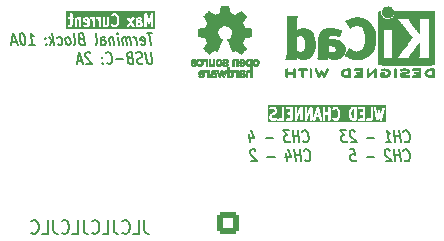
<source format=gbr>
%TF.GenerationSoftware,KiCad,Pcbnew,7.0.8*%
%TF.CreationDate,2023-11-17T17:44:40-05:00*%
%TF.ProjectId,wled-esp32-control-board,776c6564-2d65-4737-9033-322d636f6e74,C*%
%TF.SameCoordinates,Original*%
%TF.FileFunction,Legend,Bot*%
%TF.FilePolarity,Positive*%
%FSLAX46Y46*%
G04 Gerber Fmt 4.6, Leading zero omitted, Abs format (unit mm)*
G04 Created by KiCad (PCBNEW 7.0.8) date 2023-11-17 17:44:40*
%MOMM*%
%LPD*%
G01*
G04 APERTURE LIST*
G04 Aperture macros list*
%AMRoundRect*
0 Rectangle with rounded corners*
0 $1 Rounding radius*
0 $2 $3 $4 $5 $6 $7 $8 $9 X,Y pos of 4 corners*
0 Add a 4 corners polygon primitive as box body*
4,1,4,$2,$3,$4,$5,$6,$7,$8,$9,$2,$3,0*
0 Add four circle primitives for the rounded corners*
1,1,$1+$1,$2,$3*
1,1,$1+$1,$4,$5*
1,1,$1+$1,$6,$7*
1,1,$1+$1,$8,$9*
0 Add four rect primitives between the rounded corners*
20,1,$1+$1,$2,$3,$4,$5,0*
20,1,$1+$1,$4,$5,$6,$7,0*
20,1,$1+$1,$6,$7,$8,$9,0*
20,1,$1+$1,$8,$9,$2,$3,0*%
G04 Aperture macros list end*
%ADD10C,0.200000*%
%ADD11C,0.153000*%
%ADD12C,0.010000*%
%ADD13C,0.600000*%
%ADD14O,0.600000X0.950000*%
%ADD15O,2.300000X1.200000*%
%ADD16O,2.000000X1.200000*%
%ADD17R,1.700000X1.700000*%
%ADD18O,1.700000X1.700000*%
%ADD19C,0.991000*%
%ADD20R,1.650000X1.650000*%
%ADD21C,1.650000*%
%ADD22RoundRect,0.250200X-0.649800X-0.649800X0.649800X-0.649800X0.649800X0.649800X-0.649800X0.649800X0*%
%ADD23C,1.800000*%
%ADD24C,3.200000*%
G04 APERTURE END LIST*
D10*
X119173048Y-103738742D02*
X119173048Y-104595885D01*
X119173048Y-104595885D02*
X119220667Y-104767314D01*
X119220667Y-104767314D02*
X119315905Y-104881600D01*
X119315905Y-104881600D02*
X119458762Y-104938742D01*
X119458762Y-104938742D02*
X119554000Y-104938742D01*
X118220667Y-104938742D02*
X118696857Y-104938742D01*
X118696857Y-104938742D02*
X118696857Y-103738742D01*
X117315905Y-104824457D02*
X117363524Y-104881600D01*
X117363524Y-104881600D02*
X117506381Y-104938742D01*
X117506381Y-104938742D02*
X117601619Y-104938742D01*
X117601619Y-104938742D02*
X117744476Y-104881600D01*
X117744476Y-104881600D02*
X117839714Y-104767314D01*
X117839714Y-104767314D02*
X117887333Y-104653028D01*
X117887333Y-104653028D02*
X117934952Y-104424457D01*
X117934952Y-104424457D02*
X117934952Y-104253028D01*
X117934952Y-104253028D02*
X117887333Y-104024457D01*
X117887333Y-104024457D02*
X117839714Y-103910171D01*
X117839714Y-103910171D02*
X117744476Y-103795885D01*
X117744476Y-103795885D02*
X117601619Y-103738742D01*
X117601619Y-103738742D02*
X117506381Y-103738742D01*
X117506381Y-103738742D02*
X117363524Y-103795885D01*
X117363524Y-103795885D02*
X117315905Y-103853028D01*
X116601619Y-103738742D02*
X116601619Y-104595885D01*
X116601619Y-104595885D02*
X116649238Y-104767314D01*
X116649238Y-104767314D02*
X116744476Y-104881600D01*
X116744476Y-104881600D02*
X116887333Y-104938742D01*
X116887333Y-104938742D02*
X116982571Y-104938742D01*
X115649238Y-104938742D02*
X116125428Y-104938742D01*
X116125428Y-104938742D02*
X116125428Y-103738742D01*
X114744476Y-104824457D02*
X114792095Y-104881600D01*
X114792095Y-104881600D02*
X114934952Y-104938742D01*
X114934952Y-104938742D02*
X115030190Y-104938742D01*
X115030190Y-104938742D02*
X115173047Y-104881600D01*
X115173047Y-104881600D02*
X115268285Y-104767314D01*
X115268285Y-104767314D02*
X115315904Y-104653028D01*
X115315904Y-104653028D02*
X115363523Y-104424457D01*
X115363523Y-104424457D02*
X115363523Y-104253028D01*
X115363523Y-104253028D02*
X115315904Y-104024457D01*
X115315904Y-104024457D02*
X115268285Y-103910171D01*
X115268285Y-103910171D02*
X115173047Y-103795885D01*
X115173047Y-103795885D02*
X115030190Y-103738742D01*
X115030190Y-103738742D02*
X114934952Y-103738742D01*
X114934952Y-103738742D02*
X114792095Y-103795885D01*
X114792095Y-103795885D02*
X114744476Y-103853028D01*
X114030190Y-103738742D02*
X114030190Y-104595885D01*
X114030190Y-104595885D02*
X114077809Y-104767314D01*
X114077809Y-104767314D02*
X114173047Y-104881600D01*
X114173047Y-104881600D02*
X114315904Y-104938742D01*
X114315904Y-104938742D02*
X114411142Y-104938742D01*
X113077809Y-104938742D02*
X113553999Y-104938742D01*
X113553999Y-104938742D02*
X113553999Y-103738742D01*
X112173047Y-104824457D02*
X112220666Y-104881600D01*
X112220666Y-104881600D02*
X112363523Y-104938742D01*
X112363523Y-104938742D02*
X112458761Y-104938742D01*
X112458761Y-104938742D02*
X112601618Y-104881600D01*
X112601618Y-104881600D02*
X112696856Y-104767314D01*
X112696856Y-104767314D02*
X112744475Y-104653028D01*
X112744475Y-104653028D02*
X112792094Y-104424457D01*
X112792094Y-104424457D02*
X112792094Y-104253028D01*
X112792094Y-104253028D02*
X112744475Y-104024457D01*
X112744475Y-104024457D02*
X112696856Y-103910171D01*
X112696856Y-103910171D02*
X112601618Y-103795885D01*
X112601618Y-103795885D02*
X112458761Y-103738742D01*
X112458761Y-103738742D02*
X112363523Y-103738742D01*
X112363523Y-103738742D02*
X112220666Y-103795885D01*
X112220666Y-103795885D02*
X112173047Y-103853028D01*
X111458761Y-103738742D02*
X111458761Y-104595885D01*
X111458761Y-104595885D02*
X111506380Y-104767314D01*
X111506380Y-104767314D02*
X111601618Y-104881600D01*
X111601618Y-104881600D02*
X111744475Y-104938742D01*
X111744475Y-104938742D02*
X111839713Y-104938742D01*
X110506380Y-104938742D02*
X110982570Y-104938742D01*
X110982570Y-104938742D02*
X110982570Y-103738742D01*
X109601618Y-104824457D02*
X109649237Y-104881600D01*
X109649237Y-104881600D02*
X109792094Y-104938742D01*
X109792094Y-104938742D02*
X109887332Y-104938742D01*
X109887332Y-104938742D02*
X110030189Y-104881600D01*
X110030189Y-104881600D02*
X110125427Y-104767314D01*
X110125427Y-104767314D02*
X110173046Y-104653028D01*
X110173046Y-104653028D02*
X110220665Y-104424457D01*
X110220665Y-104424457D02*
X110220665Y-104253028D01*
X110220665Y-104253028D02*
X110173046Y-104024457D01*
X110173046Y-104024457D02*
X110125427Y-103910171D01*
X110125427Y-103910171D02*
X110030189Y-103795885D01*
X110030189Y-103795885D02*
X109887332Y-103738742D01*
X109887332Y-103738742D02*
X109792094Y-103738742D01*
X109792094Y-103738742D02*
X109649237Y-103795885D01*
X109649237Y-103795885D02*
X109601618Y-103853028D01*
D11*
X119846104Y-87923663D02*
X119388962Y-87923663D01*
X119742533Y-88923663D02*
X119617533Y-87923663D01*
X118936580Y-88876044D02*
X119018723Y-88923663D01*
X119018723Y-88923663D02*
X119171104Y-88923663D01*
X119171104Y-88923663D02*
X119241342Y-88876044D01*
X119241342Y-88876044D02*
X119267533Y-88780805D01*
X119267533Y-88780805D02*
X119219914Y-88399853D01*
X119219914Y-88399853D02*
X119169914Y-88304615D01*
X119169914Y-88304615D02*
X119087771Y-88256996D01*
X119087771Y-88256996D02*
X118935390Y-88256996D01*
X118935390Y-88256996D02*
X118865152Y-88304615D01*
X118865152Y-88304615D02*
X118838961Y-88399853D01*
X118838961Y-88399853D02*
X118850866Y-88495091D01*
X118850866Y-88495091D02*
X119243723Y-88590329D01*
X118561581Y-88923663D02*
X118478247Y-88256996D01*
X118502057Y-88447472D02*
X118452057Y-88352234D01*
X118452057Y-88352234D02*
X118408009Y-88304615D01*
X118408009Y-88304615D02*
X118325866Y-88256996D01*
X118325866Y-88256996D02*
X118249676Y-88256996D01*
X118066343Y-88923663D02*
X117983009Y-88256996D01*
X117994914Y-88352234D02*
X117950867Y-88304615D01*
X117950867Y-88304615D02*
X117868724Y-88256996D01*
X117868724Y-88256996D02*
X117754438Y-88256996D01*
X117754438Y-88256996D02*
X117684200Y-88304615D01*
X117684200Y-88304615D02*
X117658009Y-88399853D01*
X117658009Y-88399853D02*
X117723486Y-88923663D01*
X117658009Y-88399853D02*
X117608009Y-88304615D01*
X117608009Y-88304615D02*
X117525867Y-88256996D01*
X117525867Y-88256996D02*
X117411581Y-88256996D01*
X117411581Y-88256996D02*
X117341343Y-88304615D01*
X117341343Y-88304615D02*
X117315152Y-88399853D01*
X117315152Y-88399853D02*
X117380628Y-88923663D01*
X116999676Y-88923663D02*
X116916342Y-88256996D01*
X116874676Y-87923663D02*
X116918723Y-87971282D01*
X116918723Y-87971282D02*
X116886580Y-88018901D01*
X116886580Y-88018901D02*
X116842533Y-87971282D01*
X116842533Y-87971282D02*
X116874676Y-87923663D01*
X116874676Y-87923663D02*
X116886580Y-88018901D01*
X116535390Y-88256996D02*
X116618724Y-88923663D01*
X116547295Y-88352234D02*
X116503248Y-88304615D01*
X116503248Y-88304615D02*
X116421105Y-88256996D01*
X116421105Y-88256996D02*
X116306819Y-88256996D01*
X116306819Y-88256996D02*
X116236581Y-88304615D01*
X116236581Y-88304615D02*
X116210390Y-88399853D01*
X116210390Y-88399853D02*
X116275867Y-88923663D01*
X115552057Y-88923663D02*
X115486580Y-88399853D01*
X115486580Y-88399853D02*
X115512771Y-88304615D01*
X115512771Y-88304615D02*
X115583009Y-88256996D01*
X115583009Y-88256996D02*
X115735390Y-88256996D01*
X115735390Y-88256996D02*
X115817533Y-88304615D01*
X115546104Y-88876044D02*
X115628247Y-88923663D01*
X115628247Y-88923663D02*
X115818723Y-88923663D01*
X115818723Y-88923663D02*
X115888961Y-88876044D01*
X115888961Y-88876044D02*
X115915152Y-88780805D01*
X115915152Y-88780805D02*
X115903247Y-88685567D01*
X115903247Y-88685567D02*
X115853247Y-88590329D01*
X115853247Y-88590329D02*
X115771104Y-88542710D01*
X115771104Y-88542710D02*
X115580628Y-88542710D01*
X115580628Y-88542710D02*
X115498485Y-88495091D01*
X115056818Y-88923663D02*
X115127056Y-88876044D01*
X115127056Y-88876044D02*
X115153247Y-88780805D01*
X115153247Y-88780805D02*
X115046104Y-87923663D01*
X113810389Y-88399853D02*
X113702056Y-88447472D01*
X113702056Y-88447472D02*
X113669913Y-88495091D01*
X113669913Y-88495091D02*
X113643722Y-88590329D01*
X113643722Y-88590329D02*
X113661579Y-88733186D01*
X113661579Y-88733186D02*
X113711579Y-88828424D01*
X113711579Y-88828424D02*
X113755627Y-88876044D01*
X113755627Y-88876044D02*
X113837770Y-88923663D01*
X113837770Y-88923663D02*
X114142532Y-88923663D01*
X114142532Y-88923663D02*
X114017532Y-87923663D01*
X114017532Y-87923663D02*
X113750865Y-87923663D01*
X113750865Y-87923663D02*
X113680627Y-87971282D01*
X113680627Y-87971282D02*
X113648484Y-88018901D01*
X113648484Y-88018901D02*
X113622294Y-88114139D01*
X113622294Y-88114139D02*
X113634198Y-88209377D01*
X113634198Y-88209377D02*
X113684198Y-88304615D01*
X113684198Y-88304615D02*
X113728246Y-88352234D01*
X113728246Y-88352234D02*
X113810389Y-88399853D01*
X113810389Y-88399853D02*
X114077056Y-88399853D01*
X113228246Y-88923663D02*
X113298484Y-88876044D01*
X113298484Y-88876044D02*
X113324675Y-88780805D01*
X113324675Y-88780805D02*
X113217532Y-87923663D01*
X112809198Y-88923663D02*
X112879436Y-88876044D01*
X112879436Y-88876044D02*
X112911579Y-88828424D01*
X112911579Y-88828424D02*
X112937769Y-88733186D01*
X112937769Y-88733186D02*
X112902055Y-88447472D01*
X112902055Y-88447472D02*
X112852055Y-88352234D01*
X112852055Y-88352234D02*
X112808008Y-88304615D01*
X112808008Y-88304615D02*
X112725865Y-88256996D01*
X112725865Y-88256996D02*
X112611579Y-88256996D01*
X112611579Y-88256996D02*
X112541341Y-88304615D01*
X112541341Y-88304615D02*
X112509198Y-88352234D01*
X112509198Y-88352234D02*
X112483008Y-88447472D01*
X112483008Y-88447472D02*
X112518722Y-88733186D01*
X112518722Y-88733186D02*
X112568722Y-88828424D01*
X112568722Y-88828424D02*
X112612769Y-88876044D01*
X112612769Y-88876044D02*
X112694912Y-88923663D01*
X112694912Y-88923663D02*
X112809198Y-88923663D01*
X111850864Y-88876044D02*
X111933007Y-88923663D01*
X111933007Y-88923663D02*
X112085388Y-88923663D01*
X112085388Y-88923663D02*
X112155626Y-88876044D01*
X112155626Y-88876044D02*
X112187769Y-88828424D01*
X112187769Y-88828424D02*
X112213959Y-88733186D01*
X112213959Y-88733186D02*
X112178245Y-88447472D01*
X112178245Y-88447472D02*
X112128245Y-88352234D01*
X112128245Y-88352234D02*
X112084198Y-88304615D01*
X112084198Y-88304615D02*
X112002055Y-88256996D01*
X112002055Y-88256996D02*
X111849674Y-88256996D01*
X111849674Y-88256996D02*
X111779436Y-88304615D01*
X111513960Y-88923663D02*
X111388960Y-87923663D01*
X111390150Y-88542710D02*
X111209198Y-88923663D01*
X111125864Y-88256996D02*
X111478245Y-88637948D01*
X110854436Y-88828424D02*
X110822293Y-88876044D01*
X110822293Y-88876044D02*
X110866341Y-88923663D01*
X110866341Y-88923663D02*
X110898484Y-88876044D01*
X110898484Y-88876044D02*
X110854436Y-88828424D01*
X110854436Y-88828424D02*
X110866341Y-88923663D01*
X110788960Y-88304615D02*
X110756817Y-88352234D01*
X110756817Y-88352234D02*
X110800865Y-88399853D01*
X110800865Y-88399853D02*
X110833007Y-88352234D01*
X110833007Y-88352234D02*
X110788960Y-88304615D01*
X110788960Y-88304615D02*
X110800865Y-88399853D01*
X109456817Y-88923663D02*
X109913960Y-88923663D01*
X109685389Y-88923663D02*
X109560389Y-87923663D01*
X109560389Y-87923663D02*
X109654436Y-88066520D01*
X109654436Y-88066520D02*
X109742531Y-88161758D01*
X109742531Y-88161758D02*
X109824674Y-88209377D01*
X108836579Y-87923663D02*
X108760388Y-87923663D01*
X108760388Y-87923663D02*
X108690150Y-87971282D01*
X108690150Y-87971282D02*
X108658007Y-88018901D01*
X108658007Y-88018901D02*
X108631817Y-88114139D01*
X108631817Y-88114139D02*
X108617531Y-88304615D01*
X108617531Y-88304615D02*
X108647293Y-88542710D01*
X108647293Y-88542710D02*
X108709198Y-88733186D01*
X108709198Y-88733186D02*
X108759198Y-88828424D01*
X108759198Y-88828424D02*
X108803245Y-88876044D01*
X108803245Y-88876044D02*
X108885388Y-88923663D01*
X108885388Y-88923663D02*
X108961579Y-88923663D01*
X108961579Y-88923663D02*
X109031817Y-88876044D01*
X109031817Y-88876044D02*
X109063960Y-88828424D01*
X109063960Y-88828424D02*
X109090150Y-88733186D01*
X109090150Y-88733186D02*
X109104436Y-88542710D01*
X109104436Y-88542710D02*
X109074674Y-88304615D01*
X109074674Y-88304615D02*
X109012769Y-88114139D01*
X109012769Y-88114139D02*
X108962769Y-88018901D01*
X108962769Y-88018901D02*
X108918722Y-87971282D01*
X108918722Y-87971282D02*
X108836579Y-87923663D01*
X108354436Y-88637948D02*
X107973483Y-88637948D01*
X108466340Y-88923663D02*
X108074674Y-87923663D01*
X108074674Y-87923663D02*
X107933007Y-88923663D01*
X119731819Y-89533663D02*
X119833009Y-90343186D01*
X119833009Y-90343186D02*
X119806819Y-90438424D01*
X119806819Y-90438424D02*
X119774676Y-90486044D01*
X119774676Y-90486044D02*
X119704438Y-90533663D01*
X119704438Y-90533663D02*
X119552057Y-90533663D01*
X119552057Y-90533663D02*
X119469914Y-90486044D01*
X119469914Y-90486044D02*
X119425866Y-90438424D01*
X119425866Y-90438424D02*
X119375866Y-90343186D01*
X119375866Y-90343186D02*
X119274676Y-89533663D01*
X119050867Y-90486044D02*
X118942533Y-90533663D01*
X118942533Y-90533663D02*
X118752057Y-90533663D01*
X118752057Y-90533663D02*
X118669914Y-90486044D01*
X118669914Y-90486044D02*
X118625867Y-90438424D01*
X118625867Y-90438424D02*
X118575867Y-90343186D01*
X118575867Y-90343186D02*
X118563962Y-90247948D01*
X118563962Y-90247948D02*
X118590152Y-90152710D01*
X118590152Y-90152710D02*
X118622295Y-90105091D01*
X118622295Y-90105091D02*
X118692533Y-90057472D01*
X118692533Y-90057472D02*
X118838962Y-90009853D01*
X118838962Y-90009853D02*
X118909200Y-89962234D01*
X118909200Y-89962234D02*
X118941343Y-89914615D01*
X118941343Y-89914615D02*
X118967533Y-89819377D01*
X118967533Y-89819377D02*
X118955628Y-89724139D01*
X118955628Y-89724139D02*
X118905628Y-89628901D01*
X118905628Y-89628901D02*
X118861581Y-89581282D01*
X118861581Y-89581282D02*
X118779438Y-89533663D01*
X118779438Y-89533663D02*
X118588962Y-89533663D01*
X118588962Y-89533663D02*
X118480628Y-89581282D01*
X117924676Y-90009853D02*
X117816343Y-90057472D01*
X117816343Y-90057472D02*
X117784200Y-90105091D01*
X117784200Y-90105091D02*
X117758009Y-90200329D01*
X117758009Y-90200329D02*
X117775866Y-90343186D01*
X117775866Y-90343186D02*
X117825866Y-90438424D01*
X117825866Y-90438424D02*
X117869914Y-90486044D01*
X117869914Y-90486044D02*
X117952057Y-90533663D01*
X117952057Y-90533663D02*
X118256819Y-90533663D01*
X118256819Y-90533663D02*
X118131819Y-89533663D01*
X118131819Y-89533663D02*
X117865152Y-89533663D01*
X117865152Y-89533663D02*
X117794914Y-89581282D01*
X117794914Y-89581282D02*
X117762771Y-89628901D01*
X117762771Y-89628901D02*
X117736581Y-89724139D01*
X117736581Y-89724139D02*
X117748485Y-89819377D01*
X117748485Y-89819377D02*
X117798485Y-89914615D01*
X117798485Y-89914615D02*
X117842533Y-89962234D01*
X117842533Y-89962234D02*
X117924676Y-90009853D01*
X117924676Y-90009853D02*
X118191343Y-90009853D01*
X117409200Y-90152710D02*
X116799676Y-90152710D01*
X115997295Y-90438424D02*
X116041343Y-90486044D01*
X116041343Y-90486044D02*
X116161581Y-90533663D01*
X116161581Y-90533663D02*
X116237771Y-90533663D01*
X116237771Y-90533663D02*
X116346105Y-90486044D01*
X116346105Y-90486044D02*
X116410390Y-90390805D01*
X116410390Y-90390805D02*
X116436581Y-90295567D01*
X116436581Y-90295567D02*
X116450867Y-90105091D01*
X116450867Y-90105091D02*
X116433009Y-89962234D01*
X116433009Y-89962234D02*
X116371105Y-89771758D01*
X116371105Y-89771758D02*
X116321105Y-89676520D01*
X116321105Y-89676520D02*
X116233009Y-89581282D01*
X116233009Y-89581282D02*
X116112771Y-89533663D01*
X116112771Y-89533663D02*
X116036581Y-89533663D01*
X116036581Y-89533663D02*
X115928247Y-89581282D01*
X115928247Y-89581282D02*
X115896105Y-89628901D01*
X115654438Y-90438424D02*
X115622295Y-90486044D01*
X115622295Y-90486044D02*
X115666343Y-90533663D01*
X115666343Y-90533663D02*
X115698486Y-90486044D01*
X115698486Y-90486044D02*
X115654438Y-90438424D01*
X115654438Y-90438424D02*
X115666343Y-90533663D01*
X115588962Y-89914615D02*
X115556819Y-89962234D01*
X115556819Y-89962234D02*
X115600867Y-90009853D01*
X115600867Y-90009853D02*
X115633009Y-89962234D01*
X115633009Y-89962234D02*
X115588962Y-89914615D01*
X115588962Y-89914615D02*
X115600867Y-90009853D01*
X114600867Y-89628901D02*
X114556819Y-89581282D01*
X114556819Y-89581282D02*
X114474676Y-89533663D01*
X114474676Y-89533663D02*
X114284200Y-89533663D01*
X114284200Y-89533663D02*
X114213962Y-89581282D01*
X114213962Y-89581282D02*
X114181819Y-89628901D01*
X114181819Y-89628901D02*
X114155629Y-89724139D01*
X114155629Y-89724139D02*
X114167533Y-89819377D01*
X114167533Y-89819377D02*
X114223486Y-89962234D01*
X114223486Y-89962234D02*
X114752057Y-90533663D01*
X114752057Y-90533663D02*
X114256819Y-90533663D01*
X113916343Y-90247948D02*
X113535390Y-90247948D01*
X114028247Y-90533663D02*
X113636581Y-89533663D01*
X113636581Y-89533663D02*
X113494914Y-90533663D01*
D10*
G36*
X136958094Y-95144219D02*
G01*
X136887619Y-95144219D01*
X136815426Y-95114139D01*
X136764487Y-95050464D01*
X136735304Y-94977506D01*
X136700951Y-94805744D01*
X136700951Y-94682692D01*
X136735304Y-94510930D01*
X136764487Y-94437972D01*
X136815425Y-94374299D01*
X136887619Y-94344219D01*
X136958094Y-94344219D01*
X136958094Y-95144219D01*
G37*
G36*
X133918409Y-94858504D02*
G01*
X133797780Y-94858504D01*
X133858094Y-94632324D01*
X133918409Y-94858504D01*
G37*
G36*
X139661091Y-95487076D02*
G01*
X129615238Y-95487076D01*
X129615238Y-95053742D01*
X129758095Y-95053742D01*
X129763983Y-95071864D01*
X129765247Y-95090881D01*
X129803342Y-95186119D01*
X129812857Y-95197539D01*
X129818102Y-95211449D01*
X129856197Y-95259069D01*
X129870377Y-95268398D01*
X129881285Y-95281400D01*
X129957477Y-95329019D01*
X129984242Y-95335695D01*
X130010476Y-95344219D01*
X130200952Y-95344219D01*
X130219731Y-95338117D01*
X130239413Y-95336527D01*
X130353700Y-95288908D01*
X130369774Y-95275121D01*
X130448703Y-95275121D01*
X130485030Y-95325121D01*
X130543809Y-95344219D01*
X130924761Y-95344219D01*
X130939824Y-95339325D01*
X130955663Y-95339325D01*
X130968476Y-95330015D01*
X130983540Y-95325121D01*
X130992849Y-95312307D01*
X131005663Y-95302998D01*
X131010557Y-95287934D01*
X131019867Y-95275121D01*
X131172513Y-95275121D01*
X131208840Y-95325121D01*
X131267619Y-95344219D01*
X131648571Y-95344219D01*
X131663634Y-95339325D01*
X131679473Y-95339325D01*
X131692286Y-95330015D01*
X131707350Y-95325121D01*
X131716659Y-95312307D01*
X131729473Y-95302998D01*
X131734367Y-95287934D01*
X131743677Y-95275121D01*
X131743677Y-95259281D01*
X131748571Y-95244219D01*
X131929523Y-95244219D01*
X131932672Y-95253913D01*
X131931507Y-95264041D01*
X131942014Y-95282663D01*
X131948621Y-95302998D01*
X131956867Y-95308989D01*
X131961877Y-95317868D01*
X131981323Y-95326757D01*
X131998621Y-95339325D01*
X132008815Y-95339325D01*
X132018086Y-95343563D01*
X132039043Y-95339325D01*
X132060425Y-95339325D01*
X132068671Y-95333333D01*
X132078663Y-95331313D01*
X132093125Y-95315566D01*
X132110425Y-95302998D01*
X132113575Y-95293301D01*
X132120470Y-95285795D01*
X132386666Y-94703491D01*
X132386666Y-95244219D01*
X132405764Y-95302998D01*
X132455764Y-95339325D01*
X132517568Y-95339325D01*
X132567568Y-95302998D01*
X132586666Y-95244219D01*
X132767618Y-95244219D01*
X132770767Y-95253913D01*
X132769602Y-95264041D01*
X132780109Y-95282663D01*
X132786716Y-95302998D01*
X132794962Y-95308989D01*
X132799972Y-95317868D01*
X132819418Y-95326757D01*
X132836716Y-95339325D01*
X132846910Y-95339325D01*
X132856181Y-95343563D01*
X132877138Y-95339325D01*
X132898520Y-95339325D01*
X132906766Y-95333333D01*
X132916758Y-95331313D01*
X132931220Y-95315566D01*
X132948520Y-95302998D01*
X132951670Y-95293301D01*
X132958565Y-95285795D01*
X133224761Y-94703491D01*
X133224761Y-95244219D01*
X133243859Y-95302998D01*
X133293859Y-95339325D01*
X133355663Y-95339325D01*
X133405663Y-95302998D01*
X133424761Y-95244219D01*
X133424761Y-95218453D01*
X133494804Y-95218453D01*
X133498113Y-95280168D01*
X133537064Y-95328151D01*
X133596781Y-95344076D01*
X133654453Y-95321859D01*
X133688052Y-95269985D01*
X133744447Y-95058504D01*
X133971742Y-95058504D01*
X134028137Y-95269985D01*
X134061736Y-95321859D01*
X134119408Y-95344076D01*
X134179125Y-95328151D01*
X134218076Y-95280168D01*
X134220003Y-95244219D01*
X134291427Y-95244219D01*
X134310525Y-95302998D01*
X134360525Y-95339325D01*
X134422329Y-95339325D01*
X134472329Y-95302998D01*
X134491427Y-95244219D01*
X134491427Y-94820409D01*
X134748570Y-94820409D01*
X134748570Y-95244219D01*
X134767668Y-95302998D01*
X134817668Y-95339325D01*
X134879472Y-95339325D01*
X134929472Y-95302998D01*
X134948570Y-95244219D01*
X134948570Y-95153620D01*
X135091534Y-95153620D01*
X135113340Y-95211450D01*
X135151436Y-95259069D01*
X135172193Y-95272724D01*
X135191061Y-95288908D01*
X135305346Y-95336527D01*
X135325029Y-95338117D01*
X135343808Y-95344219D01*
X135419999Y-95344219D01*
X135438778Y-95338117D01*
X135458460Y-95336527D01*
X135572747Y-95288908D01*
X135591611Y-95272727D01*
X135612372Y-95259069D01*
X135688563Y-95163830D01*
X135693807Y-95149920D01*
X135703323Y-95138500D01*
X135741418Y-95043262D01*
X135742039Y-95033908D01*
X135746628Y-95025735D01*
X135784724Y-94835259D01*
X135783549Y-94825240D01*
X135786666Y-94815647D01*
X136500951Y-94815647D01*
X136504067Y-94825240D01*
X136502893Y-94835259D01*
X136540989Y-95025735D01*
X136545577Y-95033908D01*
X136546199Y-95043262D01*
X136584294Y-95138500D01*
X136593810Y-95149921D01*
X136599055Y-95163830D01*
X136675245Y-95259069D01*
X136696004Y-95272727D01*
X136714871Y-95288908D01*
X136829157Y-95336527D01*
X136848838Y-95338117D01*
X136867618Y-95344219D01*
X137058094Y-95344219D01*
X137073157Y-95339325D01*
X137088996Y-95339325D01*
X137101809Y-95330015D01*
X137116873Y-95325121D01*
X137126182Y-95312307D01*
X137138996Y-95302998D01*
X137143890Y-95287934D01*
X137153200Y-95275121D01*
X137305846Y-95275121D01*
X137342173Y-95325121D01*
X137400952Y-95344219D01*
X137781904Y-95344219D01*
X137796967Y-95339325D01*
X137812806Y-95339325D01*
X137825619Y-95330015D01*
X137840683Y-95325121D01*
X137849992Y-95312307D01*
X137862806Y-95302998D01*
X137867700Y-95287934D01*
X137877010Y-95275121D01*
X137953465Y-95275121D01*
X137989792Y-95325121D01*
X138048571Y-95344219D01*
X138429523Y-95344219D01*
X138444586Y-95339325D01*
X138460425Y-95339325D01*
X138473238Y-95330015D01*
X138488302Y-95325121D01*
X138497611Y-95312307D01*
X138510425Y-95302998D01*
X138515319Y-95287934D01*
X138524629Y-95275121D01*
X138524629Y-95259281D01*
X138529523Y-95244219D01*
X138529523Y-94262930D01*
X138636052Y-94262930D01*
X138826528Y-95262930D01*
X138832162Y-95273186D01*
X138833377Y-95284825D01*
X138846695Y-95299638D01*
X138856287Y-95317098D01*
X138866873Y-95322083D01*
X138874697Y-95330785D01*
X138894179Y-95334941D01*
X138912201Y-95343427D01*
X138923696Y-95341237D01*
X138935141Y-95343679D01*
X138953345Y-95335590D01*
X138972914Y-95331863D01*
X138980926Y-95323335D01*
X138991620Y-95318584D01*
X139001593Y-95301339D01*
X139015233Y-95286822D01*
X139016702Y-95275212D01*
X139022561Y-95265083D01*
X139077143Y-95009229D01*
X139131725Y-95265083D01*
X139137583Y-95275212D01*
X139139053Y-95286822D01*
X139152692Y-95301339D01*
X139162666Y-95318584D01*
X139173359Y-95323335D01*
X139181372Y-95331863D01*
X139200940Y-95335590D01*
X139219145Y-95343679D01*
X139230589Y-95341237D01*
X139242085Y-95343427D01*
X139260106Y-95334941D01*
X139279589Y-95330785D01*
X139287412Y-95322083D01*
X139297999Y-95317098D01*
X139307590Y-95299638D01*
X139320909Y-95284825D01*
X139322123Y-95273186D01*
X139327758Y-95262930D01*
X139518234Y-94262930D01*
X139510471Y-94201616D01*
X139468152Y-94156575D01*
X139407439Y-94145011D01*
X139351525Y-94171340D01*
X139321766Y-94225508D01*
X139223975Y-94738911D01*
X139174942Y-94509069D01*
X139169629Y-94499882D01*
X139168528Y-94489327D01*
X139154502Y-94473726D01*
X139144001Y-94455568D01*
X139134303Y-94451259D01*
X139127208Y-94443367D01*
X139106691Y-94438990D01*
X139087522Y-94430473D01*
X139077143Y-94432687D01*
X139066764Y-94430473D01*
X139047594Y-94438990D01*
X139027078Y-94443367D01*
X139019982Y-94451259D01*
X139010285Y-94455568D01*
X138999783Y-94473726D01*
X138985758Y-94489327D01*
X138984656Y-94499882D01*
X138979344Y-94509069D01*
X138930310Y-94738911D01*
X138832520Y-94225508D01*
X138802761Y-94171340D01*
X138746847Y-94145011D01*
X138686134Y-94156575D01*
X138643815Y-94201616D01*
X138636052Y-94262930D01*
X138529523Y-94262930D01*
X138529523Y-94244219D01*
X138510425Y-94185440D01*
X138460425Y-94149113D01*
X138398621Y-94149113D01*
X138348621Y-94185440D01*
X138329523Y-94244219D01*
X138329523Y-95144219D01*
X138048571Y-95144219D01*
X137989792Y-95163317D01*
X137953465Y-95213317D01*
X137953465Y-95275121D01*
X137877010Y-95275121D01*
X137877010Y-95259281D01*
X137881904Y-95244219D01*
X137881904Y-94244219D01*
X137877010Y-94229156D01*
X137877010Y-94213317D01*
X137867700Y-94200503D01*
X137862806Y-94185440D01*
X137849992Y-94176130D01*
X137840683Y-94163317D01*
X137825619Y-94158422D01*
X137812806Y-94149113D01*
X137796967Y-94149113D01*
X137781904Y-94144219D01*
X137400952Y-94144219D01*
X137342173Y-94163317D01*
X137305846Y-94213317D01*
X137305846Y-94275121D01*
X137342173Y-94325121D01*
X137400952Y-94344219D01*
X137681904Y-94344219D01*
X137681904Y-94620409D01*
X137515238Y-94620409D01*
X137456459Y-94639507D01*
X137420132Y-94689507D01*
X137420132Y-94751311D01*
X137456459Y-94801311D01*
X137515238Y-94820409D01*
X137681904Y-94820409D01*
X137681904Y-95144219D01*
X137400952Y-95144219D01*
X137342173Y-95163317D01*
X137305846Y-95213317D01*
X137305846Y-95275121D01*
X137153200Y-95275121D01*
X137153200Y-95259281D01*
X137158094Y-95244219D01*
X137158094Y-94244219D01*
X137153200Y-94229156D01*
X137153200Y-94213317D01*
X137143890Y-94200503D01*
X137138996Y-94185440D01*
X137126182Y-94176130D01*
X137116873Y-94163317D01*
X137101809Y-94158422D01*
X137088996Y-94149113D01*
X137073157Y-94149113D01*
X137058094Y-94144219D01*
X136867618Y-94144219D01*
X136848838Y-94150320D01*
X136829157Y-94151911D01*
X136714871Y-94199530D01*
X136696004Y-94215710D01*
X136675245Y-94229369D01*
X136599055Y-94324607D01*
X136593810Y-94338515D01*
X136584294Y-94349937D01*
X136546199Y-94445175D01*
X136545577Y-94454528D01*
X136540989Y-94462702D01*
X136502893Y-94653178D01*
X136504067Y-94663196D01*
X136500951Y-94672790D01*
X136500951Y-94815647D01*
X135786666Y-94815647D01*
X135786666Y-94672790D01*
X135783549Y-94663196D01*
X135784724Y-94653178D01*
X135746628Y-94462702D01*
X135742039Y-94454528D01*
X135741418Y-94445175D01*
X135703323Y-94349937D01*
X135693806Y-94338515D01*
X135688562Y-94324607D01*
X135612372Y-94229369D01*
X135591612Y-94215711D01*
X135572747Y-94199530D01*
X135458460Y-94151911D01*
X135438778Y-94150320D01*
X135419999Y-94144219D01*
X135343808Y-94144219D01*
X135325029Y-94150320D01*
X135305346Y-94151911D01*
X135191061Y-94199530D01*
X135172198Y-94215708D01*
X135151437Y-94229367D01*
X135113341Y-94276987D01*
X135091534Y-94334816D01*
X135107884Y-94394417D01*
X135156144Y-94433026D01*
X135217881Y-94435895D01*
X135269513Y-94401927D01*
X135291615Y-94374299D01*
X135363809Y-94344219D01*
X135399999Y-94344219D01*
X135472191Y-94374299D01*
X135523129Y-94437972D01*
X135552312Y-94510930D01*
X135586666Y-94682692D01*
X135586666Y-94805744D01*
X135552312Y-94977506D01*
X135523129Y-95050464D01*
X135472191Y-95114138D01*
X135399999Y-95144219D01*
X135363809Y-95144219D01*
X135291616Y-95114138D01*
X135269514Y-95086510D01*
X135217882Y-95052542D01*
X135156145Y-95055410D01*
X135107884Y-95094019D01*
X135091534Y-95153620D01*
X134948570Y-95153620D01*
X134948570Y-94244219D01*
X134929472Y-94185440D01*
X134879472Y-94149113D01*
X134817668Y-94149113D01*
X134767668Y-94185440D01*
X134748570Y-94244219D01*
X134748570Y-94620409D01*
X134491427Y-94620409D01*
X134491427Y-94244219D01*
X134472329Y-94185440D01*
X134422329Y-94149113D01*
X134360525Y-94149113D01*
X134310525Y-94185440D01*
X134291427Y-94244219D01*
X134291427Y-95244219D01*
X134220003Y-95244219D01*
X134221384Y-95218453D01*
X133954717Y-94218453D01*
X133951706Y-94213805D01*
X133951410Y-94208270D01*
X133935141Y-94188229D01*
X133921119Y-94166579D01*
X133915950Y-94164587D01*
X133912458Y-94160286D01*
X133887523Y-94153637D01*
X133863447Y-94144362D01*
X133858094Y-94145789D01*
X133852741Y-94144362D01*
X133828659Y-94153638D01*
X133803730Y-94160287D01*
X133800239Y-94164587D01*
X133795069Y-94166579D01*
X133781045Y-94188231D01*
X133764778Y-94208270D01*
X133764481Y-94213805D01*
X133761471Y-94218453D01*
X133494804Y-95218453D01*
X133424761Y-95218453D01*
X133424761Y-94244219D01*
X133421611Y-94234524D01*
X133422777Y-94224397D01*
X133412269Y-94205774D01*
X133405663Y-94185440D01*
X133397416Y-94179448D01*
X133392407Y-94170570D01*
X133372960Y-94161680D01*
X133355663Y-94149113D01*
X133345469Y-94149113D01*
X133336198Y-94144875D01*
X133315241Y-94149113D01*
X133293859Y-94149113D01*
X133285612Y-94155104D01*
X133275621Y-94157125D01*
X133261157Y-94172871D01*
X133243859Y-94185440D01*
X133240708Y-94195135D01*
X133233813Y-94202643D01*
X132967618Y-94784945D01*
X132967618Y-94244219D01*
X132948520Y-94185440D01*
X132898520Y-94149113D01*
X132836716Y-94149113D01*
X132786716Y-94185440D01*
X132767618Y-94244219D01*
X132767618Y-95244219D01*
X132586666Y-95244219D01*
X132586666Y-94244219D01*
X132583516Y-94234524D01*
X132584682Y-94224397D01*
X132574174Y-94205774D01*
X132567568Y-94185440D01*
X132559321Y-94179448D01*
X132554312Y-94170570D01*
X132534865Y-94161680D01*
X132517568Y-94149113D01*
X132507374Y-94149113D01*
X132498103Y-94144875D01*
X132477146Y-94149113D01*
X132455764Y-94149113D01*
X132447517Y-94155104D01*
X132437526Y-94157125D01*
X132423062Y-94172871D01*
X132405764Y-94185440D01*
X132402613Y-94195135D01*
X132395718Y-94202643D01*
X132129523Y-94784945D01*
X132129523Y-94244219D01*
X132110425Y-94185440D01*
X132060425Y-94149113D01*
X131998621Y-94149113D01*
X131948621Y-94185440D01*
X131929523Y-94244219D01*
X131929523Y-95244219D01*
X131748571Y-95244219D01*
X131748571Y-94244219D01*
X131743677Y-94229156D01*
X131743677Y-94213317D01*
X131734367Y-94200503D01*
X131729473Y-94185440D01*
X131716659Y-94176130D01*
X131707350Y-94163317D01*
X131692286Y-94158422D01*
X131679473Y-94149113D01*
X131663634Y-94149113D01*
X131648571Y-94144219D01*
X131267619Y-94144219D01*
X131208840Y-94163317D01*
X131172513Y-94213317D01*
X131172513Y-94275121D01*
X131208840Y-94325121D01*
X131267619Y-94344219D01*
X131548571Y-94344219D01*
X131548571Y-94620409D01*
X131381905Y-94620409D01*
X131323126Y-94639507D01*
X131286799Y-94689507D01*
X131286799Y-94751311D01*
X131323126Y-94801311D01*
X131381905Y-94820409D01*
X131548571Y-94820409D01*
X131548571Y-95144219D01*
X131267619Y-95144219D01*
X131208840Y-95163317D01*
X131172513Y-95213317D01*
X131172513Y-95275121D01*
X131019867Y-95275121D01*
X131019867Y-95259281D01*
X131024761Y-95244219D01*
X131024761Y-94244219D01*
X131005663Y-94185440D01*
X130955663Y-94149113D01*
X130893859Y-94149113D01*
X130843859Y-94185440D01*
X130824761Y-94244219D01*
X130824761Y-95144219D01*
X130543809Y-95144219D01*
X130485030Y-95163317D01*
X130448703Y-95213317D01*
X130448703Y-95275121D01*
X130369774Y-95275121D01*
X130400612Y-95248671D01*
X130414914Y-95188546D01*
X130391143Y-95131496D01*
X130338380Y-95099314D01*
X130276777Y-95104292D01*
X130180952Y-95144219D01*
X130039156Y-95144219D01*
X130001730Y-95120828D01*
X129983534Y-95098082D01*
X129958095Y-95034483D01*
X129958095Y-94977762D01*
X129983535Y-94914162D01*
X130001729Y-94891419D01*
X130052575Y-94859640D01*
X130192684Y-94815857D01*
X130203265Y-94808349D01*
X130215857Y-94805209D01*
X130292047Y-94757590D01*
X130302956Y-94744586D01*
X130317134Y-94735259D01*
X130355229Y-94687640D01*
X130360473Y-94673731D01*
X130369989Y-94662311D01*
X130408085Y-94567073D01*
X130409348Y-94548058D01*
X130415238Y-94529933D01*
X130415238Y-94434695D01*
X130409348Y-94416569D01*
X130408085Y-94397555D01*
X130369989Y-94302317D01*
X130360473Y-94290896D01*
X130355229Y-94276988D01*
X130317134Y-94229369D01*
X130302956Y-94220041D01*
X130292047Y-94207038D01*
X130215857Y-94159419D01*
X130189087Y-94152741D01*
X130162857Y-94144219D01*
X129972380Y-94144219D01*
X129953601Y-94150320D01*
X129933918Y-94151911D01*
X129819633Y-94199530D01*
X129772721Y-94239767D01*
X129758419Y-94299892D01*
X129782190Y-94356942D01*
X129834954Y-94389124D01*
X129896557Y-94384146D01*
X129992381Y-94344219D01*
X130134177Y-94344219D01*
X130171602Y-94367610D01*
X130189798Y-94390355D01*
X130215238Y-94453952D01*
X130215238Y-94510675D01*
X130189798Y-94574272D01*
X130171602Y-94597017D01*
X130120758Y-94628795D01*
X129980649Y-94672580D01*
X129970066Y-94680087D01*
X129957477Y-94683228D01*
X129881285Y-94730847D01*
X129870376Y-94743850D01*
X129856198Y-94753178D01*
X129818103Y-94800797D01*
X129812858Y-94814705D01*
X129803342Y-94826127D01*
X129765247Y-94921365D01*
X129763983Y-94940381D01*
X129758095Y-94958504D01*
X129758095Y-95053742D01*
X129615238Y-95053742D01*
X129615238Y-94001362D01*
X139661091Y-94001362D01*
X139661091Y-95487076D01*
G37*
G36*
X114329709Y-86768651D02*
G01*
X114348516Y-86815666D01*
X114348516Y-86858807D01*
X114168326Y-86813760D01*
X114186369Y-86768651D01*
X114210529Y-86753552D01*
X114305550Y-86753552D01*
X114329709Y-86768651D01*
G37*
G36*
X118824948Y-87054365D02*
G01*
X118843755Y-87101380D01*
X118843755Y-87158103D01*
X118824947Y-87205119D01*
X118800789Y-87220219D01*
X118667673Y-87220219D01*
X118662802Y-87217174D01*
X118662802Y-87039266D01*
X118800789Y-87039266D01*
X118824948Y-87054365D01*
G37*
G36*
X120062802Y-87563076D02*
G01*
X112572457Y-87563076D01*
X112572457Y-87351121D01*
X112715314Y-87351121D01*
X112751641Y-87401121D01*
X112810420Y-87420219D01*
X112886611Y-87420219D01*
X112912841Y-87411696D01*
X112939611Y-87405019D01*
X113015801Y-87357400D01*
X113015914Y-87357264D01*
X113016087Y-87357221D01*
X113035740Y-87333633D01*
X113046994Y-87320219D01*
X113281849Y-87320219D01*
X113300947Y-87378998D01*
X113350947Y-87415325D01*
X113412751Y-87415325D01*
X113462751Y-87378998D01*
X113481849Y-87320219D01*
X113481849Y-86815667D01*
X113500655Y-86768651D01*
X113524815Y-86753552D01*
X113581741Y-86753552D01*
X113619166Y-86776943D01*
X113624706Y-86783867D01*
X113624706Y-87320219D01*
X113643804Y-87378998D01*
X113693804Y-87415325D01*
X113755608Y-87415325D01*
X113805608Y-87378998D01*
X113824706Y-87320219D01*
X113824706Y-86891647D01*
X113967563Y-86891647D01*
X113968674Y-86895068D01*
X113967802Y-86898560D01*
X113978130Y-86924172D01*
X113986661Y-86950426D01*
X113989570Y-86952540D01*
X113990917Y-86955878D01*
X114014324Y-86970524D01*
X114036661Y-86986753D01*
X114040260Y-86986753D01*
X114043309Y-86988661D01*
X114348516Y-87064962D01*
X114348516Y-87158103D01*
X114329708Y-87205119D01*
X114305550Y-87220219D01*
X114210529Y-87220219D01*
X114158658Y-87187800D01*
X114098691Y-87172842D01*
X114041386Y-87195989D01*
X114008630Y-87248399D01*
X114012936Y-87310052D01*
X114052658Y-87357400D01*
X114128850Y-87405019D01*
X114155615Y-87411695D01*
X114181849Y-87420219D01*
X114334230Y-87420219D01*
X114360460Y-87411696D01*
X114387230Y-87405019D01*
X114463420Y-87357400D01*
X114463533Y-87357264D01*
X114463705Y-87357221D01*
X114483285Y-87333721D01*
X114503143Y-87310052D01*
X114503155Y-87309874D01*
X114503268Y-87309739D01*
X114541364Y-87214500D01*
X114542627Y-87195483D01*
X114548516Y-87177361D01*
X114548516Y-86796409D01*
X114542626Y-86778283D01*
X114541363Y-86759269D01*
X114511436Y-86684454D01*
X114581981Y-86684454D01*
X114618308Y-86734454D01*
X114677087Y-86753552D01*
X114724598Y-86753552D01*
X114762022Y-86776942D01*
X114780217Y-86799686D01*
X114805658Y-86863286D01*
X114805658Y-87320219D01*
X114824756Y-87378998D01*
X114874756Y-87415325D01*
X114936560Y-87415325D01*
X114986560Y-87378998D01*
X115005658Y-87320219D01*
X115005658Y-86684454D01*
X115077219Y-86684454D01*
X115113546Y-86734454D01*
X115172325Y-86753552D01*
X115219836Y-86753552D01*
X115257260Y-86776942D01*
X115275455Y-86799686D01*
X115300896Y-86863286D01*
X115300896Y-87320219D01*
X115319994Y-87378998D01*
X115369994Y-87415325D01*
X115431798Y-87415325D01*
X115481798Y-87378998D01*
X115500896Y-87320219D01*
X115681849Y-87320219D01*
X115700947Y-87378998D01*
X115750947Y-87415325D01*
X115812751Y-87415325D01*
X115834427Y-87399576D01*
X115843136Y-87405019D01*
X115869901Y-87411695D01*
X115896135Y-87420219D01*
X116010421Y-87420219D01*
X116036651Y-87411696D01*
X116063421Y-87405019D01*
X116139611Y-87357400D01*
X116139724Y-87357264D01*
X116139897Y-87357221D01*
X116159550Y-87333633D01*
X116179334Y-87310052D01*
X116179346Y-87309874D01*
X116179459Y-87309739D01*
X116211506Y-87229620D01*
X116367670Y-87229620D01*
X116389476Y-87287450D01*
X116427572Y-87335069D01*
X116448329Y-87348724D01*
X116467197Y-87364908D01*
X116581482Y-87412527D01*
X116601165Y-87414117D01*
X116619944Y-87420219D01*
X116696135Y-87420219D01*
X116714914Y-87414117D01*
X116734596Y-87412527D01*
X116848883Y-87364908D01*
X116867747Y-87348727D01*
X116888508Y-87335069D01*
X116895019Y-87326930D01*
X117739217Y-87326930D01*
X117762217Y-87384294D01*
X117814542Y-87417184D01*
X117876206Y-87413037D01*
X117923656Y-87373436D01*
X118048516Y-87174795D01*
X118173376Y-87373436D01*
X118220826Y-87413037D01*
X118282490Y-87417184D01*
X118334815Y-87384294D01*
X118357815Y-87326930D01*
X118356123Y-87320219D01*
X118462802Y-87320219D01*
X118481900Y-87378998D01*
X118531900Y-87415325D01*
X118593704Y-87415325D01*
X118602293Y-87409084D01*
X118612759Y-87411695D01*
X118638993Y-87420219D01*
X118829469Y-87420219D01*
X118855699Y-87411696D01*
X118882469Y-87405019D01*
X118958659Y-87357400D01*
X118958772Y-87357264D01*
X118958944Y-87357221D01*
X118978524Y-87333721D01*
X118989852Y-87320219D01*
X119186612Y-87320219D01*
X119205710Y-87378998D01*
X119255710Y-87415325D01*
X119317514Y-87415325D01*
X119367514Y-87378998D01*
X119386612Y-87320219D01*
X119386612Y-86873989D01*
X119459595Y-87069480D01*
X119476263Y-87090455D01*
X119491065Y-87112795D01*
X119495258Y-87114360D01*
X119498045Y-87117867D01*
X119523873Y-87125043D01*
X119548966Y-87134411D01*
X119553277Y-87133213D01*
X119557593Y-87134412D01*
X119582702Y-87125037D01*
X119608513Y-87117866D01*
X119611298Y-87114361D01*
X119615493Y-87112795D01*
X119630298Y-87090449D01*
X119646963Y-87069479D01*
X119719945Y-86873991D01*
X119719945Y-87320219D01*
X119739043Y-87378998D01*
X119789043Y-87415325D01*
X119850847Y-87415325D01*
X119900847Y-87378998D01*
X119919945Y-87320219D01*
X119919945Y-86320219D01*
X119915702Y-86307162D01*
X119916295Y-86293449D01*
X119906389Y-86278499D01*
X119900847Y-86261440D01*
X119889740Y-86253370D01*
X119882159Y-86241928D01*
X119865357Y-86235655D01*
X119850847Y-86225113D01*
X119837118Y-86225113D01*
X119824258Y-86220312D01*
X119806979Y-86225113D01*
X119789043Y-86225113D01*
X119777936Y-86233182D01*
X119764711Y-86236857D01*
X119753554Y-86250896D01*
X119739043Y-86261440D01*
X119734800Y-86274497D01*
X119726261Y-86285244D01*
X119553278Y-86748589D01*
X119380296Y-86285244D01*
X119371756Y-86274497D01*
X119367514Y-86261440D01*
X119353002Y-86250896D01*
X119341846Y-86236857D01*
X119328620Y-86233182D01*
X119317514Y-86225113D01*
X119299578Y-86225113D01*
X119282298Y-86220312D01*
X119269438Y-86225113D01*
X119255710Y-86225113D01*
X119241199Y-86235655D01*
X119224398Y-86241928D01*
X119216815Y-86253371D01*
X119205710Y-86261440D01*
X119200168Y-86278495D01*
X119190261Y-86293448D01*
X119190853Y-86307164D01*
X119186612Y-86320219D01*
X119186612Y-87320219D01*
X118989852Y-87320219D01*
X118998382Y-87310052D01*
X118998394Y-87309874D01*
X118998507Y-87309739D01*
X119036603Y-87214500D01*
X119037866Y-87195483D01*
X119043755Y-87177361D01*
X119043755Y-87082123D01*
X119037865Y-87063997D01*
X119036602Y-87044983D01*
X118998506Y-86949745D01*
X118998394Y-86949611D01*
X118998382Y-86949433D01*
X118978573Y-86925822D01*
X118958944Y-86902263D01*
X118958771Y-86902219D01*
X118958659Y-86902085D01*
X118882469Y-86854466D01*
X118855699Y-86847788D01*
X118829469Y-86839266D01*
X118667673Y-86839266D01*
X118662802Y-86836221D01*
X118662802Y-86815667D01*
X118681608Y-86768651D01*
X118705768Y-86753552D01*
X118800789Y-86753552D01*
X118852659Y-86785971D01*
X118912625Y-86800929D01*
X118969931Y-86777782D01*
X119002687Y-86725372D01*
X118998382Y-86663719D01*
X118958659Y-86616371D01*
X118882469Y-86568752D01*
X118855699Y-86562074D01*
X118829469Y-86553552D01*
X118677088Y-86553552D01*
X118650854Y-86562075D01*
X118624089Y-86568752D01*
X118547897Y-86616371D01*
X118547783Y-86616506D01*
X118547611Y-86616550D01*
X118527884Y-86640225D01*
X118508175Y-86663719D01*
X118508162Y-86663895D01*
X118508049Y-86664032D01*
X118469954Y-86759270D01*
X118468690Y-86778286D01*
X118462802Y-86796409D01*
X118462802Y-87320219D01*
X118356123Y-87320219D01*
X118342704Y-87267002D01*
X118166630Y-86986885D01*
X118342704Y-86706769D01*
X118357815Y-86646841D01*
X118334815Y-86589477D01*
X118282490Y-86556587D01*
X118220826Y-86560734D01*
X118173376Y-86600335D01*
X118048516Y-86798975D01*
X117923656Y-86600335D01*
X117876206Y-86560734D01*
X117814542Y-86556587D01*
X117762217Y-86589477D01*
X117739217Y-86646841D01*
X117754328Y-86706769D01*
X117930401Y-86986885D01*
X117754328Y-87267002D01*
X117739217Y-87326930D01*
X116895019Y-87326930D01*
X116964699Y-87239830D01*
X116969943Y-87225920D01*
X116979459Y-87214500D01*
X117017554Y-87119262D01*
X117018175Y-87109908D01*
X117022764Y-87101735D01*
X117060860Y-86911259D01*
X117059685Y-86901240D01*
X117062802Y-86891647D01*
X117062802Y-86748790D01*
X117059685Y-86739196D01*
X117060860Y-86729178D01*
X117022764Y-86538702D01*
X117018175Y-86530528D01*
X117017554Y-86521175D01*
X116979459Y-86425937D01*
X116969942Y-86414515D01*
X116964698Y-86400607D01*
X116888508Y-86305369D01*
X116867748Y-86291711D01*
X116848883Y-86275530D01*
X116734596Y-86227911D01*
X116714914Y-86226320D01*
X116696135Y-86220219D01*
X116619944Y-86220219D01*
X116601165Y-86226320D01*
X116581482Y-86227911D01*
X116467197Y-86275530D01*
X116448334Y-86291708D01*
X116427573Y-86305367D01*
X116389477Y-86352987D01*
X116367670Y-86410816D01*
X116384020Y-86470417D01*
X116432280Y-86509026D01*
X116494017Y-86511895D01*
X116545649Y-86477927D01*
X116567751Y-86450299D01*
X116639945Y-86420219D01*
X116676135Y-86420219D01*
X116748327Y-86450299D01*
X116799265Y-86513972D01*
X116828448Y-86586930D01*
X116862802Y-86758692D01*
X116862802Y-86881744D01*
X116828448Y-87053506D01*
X116799265Y-87126464D01*
X116748327Y-87190138D01*
X116676135Y-87220219D01*
X116639945Y-87220219D01*
X116567752Y-87190138D01*
X116545650Y-87162510D01*
X116494018Y-87128542D01*
X116432281Y-87131410D01*
X116384020Y-87170019D01*
X116367670Y-87229620D01*
X116211506Y-87229620D01*
X116217554Y-87214500D01*
X116218817Y-87195485D01*
X116224706Y-87177361D01*
X116224706Y-86653552D01*
X116205608Y-86594773D01*
X116155608Y-86558446D01*
X116093804Y-86558446D01*
X116043804Y-86594773D01*
X116024706Y-86653552D01*
X116024706Y-87158103D01*
X116005899Y-87205119D01*
X115981741Y-87220219D01*
X115924815Y-87220219D01*
X115887389Y-87196828D01*
X115881849Y-87189902D01*
X115881849Y-86653552D01*
X115862751Y-86594773D01*
X115812751Y-86558446D01*
X115750947Y-86558446D01*
X115700947Y-86594773D01*
X115681849Y-86653552D01*
X115681849Y-87320219D01*
X115500896Y-87320219D01*
X115500896Y-86653552D01*
X115481798Y-86594773D01*
X115431798Y-86558446D01*
X115369994Y-86558446D01*
X115330701Y-86586993D01*
X115301515Y-86568752D01*
X115274746Y-86562074D01*
X115248515Y-86553552D01*
X115172325Y-86553552D01*
X115113546Y-86572650D01*
X115077219Y-86622650D01*
X115077219Y-86684454D01*
X115005658Y-86684454D01*
X115005658Y-86653552D01*
X114986560Y-86594773D01*
X114936560Y-86558446D01*
X114874756Y-86558446D01*
X114835463Y-86586993D01*
X114806277Y-86568752D01*
X114779508Y-86562074D01*
X114753277Y-86553552D01*
X114677087Y-86553552D01*
X114618308Y-86572650D01*
X114581981Y-86622650D01*
X114581981Y-86684454D01*
X114511436Y-86684454D01*
X114503267Y-86664031D01*
X114503155Y-86663897D01*
X114503143Y-86663719D01*
X114483334Y-86640108D01*
X114463705Y-86616549D01*
X114463532Y-86616505D01*
X114463420Y-86616371D01*
X114387230Y-86568752D01*
X114360460Y-86562074D01*
X114334230Y-86553552D01*
X114181849Y-86553552D01*
X114155615Y-86562075D01*
X114128850Y-86568752D01*
X114052658Y-86616371D01*
X114052544Y-86616506D01*
X114052372Y-86616550D01*
X114032645Y-86640225D01*
X114012936Y-86663719D01*
X114012923Y-86663895D01*
X114012810Y-86664032D01*
X113974715Y-86759270D01*
X113973451Y-86778286D01*
X113967563Y-86796409D01*
X113967563Y-86891647D01*
X113824706Y-86891647D01*
X113824706Y-86653552D01*
X113805608Y-86594773D01*
X113755608Y-86558446D01*
X113693804Y-86558446D01*
X113672128Y-86574194D01*
X113663421Y-86568752D01*
X113636651Y-86562074D01*
X113610421Y-86553552D01*
X113496135Y-86553552D01*
X113469901Y-86562075D01*
X113443136Y-86568752D01*
X113366944Y-86616371D01*
X113366830Y-86616506D01*
X113366658Y-86616550D01*
X113346931Y-86640225D01*
X113327222Y-86663719D01*
X113327209Y-86663895D01*
X113327096Y-86664032D01*
X113289001Y-86759270D01*
X113287737Y-86778286D01*
X113281849Y-86796409D01*
X113281849Y-87320219D01*
X113046994Y-87320219D01*
X113055524Y-87310052D01*
X113055536Y-87309874D01*
X113055649Y-87309739D01*
X113093744Y-87214500D01*
X113095007Y-87195485D01*
X113100896Y-87177361D01*
X113100896Y-86753552D01*
X113115182Y-86753552D01*
X113173961Y-86734454D01*
X113210288Y-86684454D01*
X113210288Y-86622650D01*
X113173961Y-86572650D01*
X113115182Y-86553552D01*
X113100896Y-86553552D01*
X113100896Y-86320219D01*
X113081798Y-86261440D01*
X113031798Y-86225113D01*
X112969994Y-86225113D01*
X112919994Y-86261440D01*
X112900896Y-86320219D01*
X112900896Y-86553552D01*
X112810420Y-86553552D01*
X112751641Y-86572650D01*
X112715314Y-86622650D01*
X112715314Y-86684454D01*
X112751641Y-86734454D01*
X112810420Y-86753552D01*
X112900896Y-86753552D01*
X112900896Y-87158103D01*
X112882089Y-87205119D01*
X112857931Y-87220219D01*
X112810420Y-87220219D01*
X112751641Y-87239317D01*
X112715314Y-87289317D01*
X112715314Y-87351121D01*
X112572457Y-87351121D01*
X112572457Y-86077362D01*
X120062802Y-86077362D01*
X120062802Y-87563076D01*
G37*
X141212851Y-97068979D02*
X141256899Y-97116599D01*
X141256899Y-97116599D02*
X141377137Y-97164218D01*
X141377137Y-97164218D02*
X141453327Y-97164218D01*
X141453327Y-97164218D02*
X141561661Y-97116599D01*
X141561661Y-97116599D02*
X141625946Y-97021360D01*
X141625946Y-97021360D02*
X141652137Y-96926122D01*
X141652137Y-96926122D02*
X141666423Y-96735646D01*
X141666423Y-96735646D02*
X141648565Y-96592789D01*
X141648565Y-96592789D02*
X141586661Y-96402313D01*
X141586661Y-96402313D02*
X141536661Y-96307075D01*
X141536661Y-96307075D02*
X141448565Y-96211837D01*
X141448565Y-96211837D02*
X141328327Y-96164218D01*
X141328327Y-96164218D02*
X141252137Y-96164218D01*
X141252137Y-96164218D02*
X141143803Y-96211837D01*
X141143803Y-96211837D02*
X141111661Y-96259456D01*
X140881899Y-97164218D02*
X140756899Y-96164218D01*
X140816423Y-96640408D02*
X140359280Y-96640408D01*
X140424756Y-97164218D02*
X140299756Y-96164218D01*
X139624756Y-97164218D02*
X140081899Y-97164218D01*
X139853328Y-97164218D02*
X139728328Y-96164218D01*
X139728328Y-96164218D02*
X139822375Y-96307075D01*
X139822375Y-96307075D02*
X139910470Y-96402313D01*
X139910470Y-96402313D02*
X139992613Y-96449932D01*
X138624756Y-96783265D02*
X138015232Y-96783265D01*
X136997375Y-96259456D02*
X136953327Y-96211837D01*
X136953327Y-96211837D02*
X136871184Y-96164218D01*
X136871184Y-96164218D02*
X136680708Y-96164218D01*
X136680708Y-96164218D02*
X136610470Y-96211837D01*
X136610470Y-96211837D02*
X136578327Y-96259456D01*
X136578327Y-96259456D02*
X136552137Y-96354694D01*
X136552137Y-96354694D02*
X136564041Y-96449932D01*
X136564041Y-96449932D02*
X136619994Y-96592789D01*
X136619994Y-96592789D02*
X137148565Y-97164218D01*
X137148565Y-97164218D02*
X136653327Y-97164218D01*
X136261660Y-96164218D02*
X135766422Y-96164218D01*
X135766422Y-96164218D02*
X136080708Y-96545170D01*
X136080708Y-96545170D02*
X135966422Y-96545170D01*
X135966422Y-96545170D02*
X135896184Y-96592789D01*
X135896184Y-96592789D02*
X135864041Y-96640408D01*
X135864041Y-96640408D02*
X135837851Y-96735646D01*
X135837851Y-96735646D02*
X135867613Y-96973741D01*
X135867613Y-96973741D02*
X135917613Y-97068979D01*
X135917613Y-97068979D02*
X135961660Y-97116599D01*
X135961660Y-97116599D02*
X136043803Y-97164218D01*
X136043803Y-97164218D02*
X136272374Y-97164218D01*
X136272374Y-97164218D02*
X136342613Y-97116599D01*
X136342613Y-97116599D02*
X136374755Y-97068979D01*
X132641421Y-97068979D02*
X132685469Y-97116599D01*
X132685469Y-97116599D02*
X132805707Y-97164218D01*
X132805707Y-97164218D02*
X132881897Y-97164218D01*
X132881897Y-97164218D02*
X132990231Y-97116599D01*
X132990231Y-97116599D02*
X133054516Y-97021360D01*
X133054516Y-97021360D02*
X133080707Y-96926122D01*
X133080707Y-96926122D02*
X133094993Y-96735646D01*
X133094993Y-96735646D02*
X133077135Y-96592789D01*
X133077135Y-96592789D02*
X133015231Y-96402313D01*
X133015231Y-96402313D02*
X132965231Y-96307075D01*
X132965231Y-96307075D02*
X132877135Y-96211837D01*
X132877135Y-96211837D02*
X132756897Y-96164218D01*
X132756897Y-96164218D02*
X132680707Y-96164218D01*
X132680707Y-96164218D02*
X132572373Y-96211837D01*
X132572373Y-96211837D02*
X132540231Y-96259456D01*
X132310469Y-97164218D02*
X132185469Y-96164218D01*
X132244993Y-96640408D02*
X131787850Y-96640408D01*
X131853326Y-97164218D02*
X131728326Y-96164218D01*
X131423564Y-96164218D02*
X130928326Y-96164218D01*
X130928326Y-96164218D02*
X131242612Y-96545170D01*
X131242612Y-96545170D02*
X131128326Y-96545170D01*
X131128326Y-96545170D02*
X131058088Y-96592789D01*
X131058088Y-96592789D02*
X131025945Y-96640408D01*
X131025945Y-96640408D02*
X130999755Y-96735646D01*
X130999755Y-96735646D02*
X131029517Y-96973741D01*
X131029517Y-96973741D02*
X131079517Y-97068979D01*
X131079517Y-97068979D02*
X131123564Y-97116599D01*
X131123564Y-97116599D02*
X131205707Y-97164218D01*
X131205707Y-97164218D02*
X131434278Y-97164218D01*
X131434278Y-97164218D02*
X131504517Y-97116599D01*
X131504517Y-97116599D02*
X131536659Y-97068979D01*
X130053326Y-96783265D02*
X129443802Y-96783265D01*
X128074754Y-96497551D02*
X128158088Y-97164218D01*
X128217611Y-96116599D02*
X128497373Y-96830884D01*
X128497373Y-96830884D02*
X128002135Y-96830884D01*
X141212851Y-98678979D02*
X141256899Y-98726599D01*
X141256899Y-98726599D02*
X141377137Y-98774218D01*
X141377137Y-98774218D02*
X141453327Y-98774218D01*
X141453327Y-98774218D02*
X141561661Y-98726599D01*
X141561661Y-98726599D02*
X141625946Y-98631360D01*
X141625946Y-98631360D02*
X141652137Y-98536122D01*
X141652137Y-98536122D02*
X141666423Y-98345646D01*
X141666423Y-98345646D02*
X141648565Y-98202789D01*
X141648565Y-98202789D02*
X141586661Y-98012313D01*
X141586661Y-98012313D02*
X141536661Y-97917075D01*
X141536661Y-97917075D02*
X141448565Y-97821837D01*
X141448565Y-97821837D02*
X141328327Y-97774218D01*
X141328327Y-97774218D02*
X141252137Y-97774218D01*
X141252137Y-97774218D02*
X141143803Y-97821837D01*
X141143803Y-97821837D02*
X141111661Y-97869456D01*
X140881899Y-98774218D02*
X140756899Y-97774218D01*
X140816423Y-98250408D02*
X140359280Y-98250408D01*
X140424756Y-98774218D02*
X140299756Y-97774218D01*
X139968804Y-97869456D02*
X139924756Y-97821837D01*
X139924756Y-97821837D02*
X139842613Y-97774218D01*
X139842613Y-97774218D02*
X139652137Y-97774218D01*
X139652137Y-97774218D02*
X139581899Y-97821837D01*
X139581899Y-97821837D02*
X139549756Y-97869456D01*
X139549756Y-97869456D02*
X139523566Y-97964694D01*
X139523566Y-97964694D02*
X139535470Y-98059932D01*
X139535470Y-98059932D02*
X139591423Y-98202789D01*
X139591423Y-98202789D02*
X140119994Y-98774218D01*
X140119994Y-98774218D02*
X139624756Y-98774218D01*
X138624756Y-98393265D02*
X138015232Y-98393265D01*
X136566422Y-97774218D02*
X136947375Y-97774218D01*
X136947375Y-97774218D02*
X137044994Y-98250408D01*
X137044994Y-98250408D02*
X137000946Y-98202789D01*
X137000946Y-98202789D02*
X136918803Y-98155170D01*
X136918803Y-98155170D02*
X136728327Y-98155170D01*
X136728327Y-98155170D02*
X136658089Y-98202789D01*
X136658089Y-98202789D02*
X136625946Y-98250408D01*
X136625946Y-98250408D02*
X136599756Y-98345646D01*
X136599756Y-98345646D02*
X136629518Y-98583741D01*
X136629518Y-98583741D02*
X136679518Y-98678979D01*
X136679518Y-98678979D02*
X136723565Y-98726599D01*
X136723565Y-98726599D02*
X136805708Y-98774218D01*
X136805708Y-98774218D02*
X136996184Y-98774218D01*
X136996184Y-98774218D02*
X137066422Y-98726599D01*
X137066422Y-98726599D02*
X137098565Y-98678979D01*
X132793802Y-98678979D02*
X132837850Y-98726599D01*
X132837850Y-98726599D02*
X132958088Y-98774218D01*
X132958088Y-98774218D02*
X133034278Y-98774218D01*
X133034278Y-98774218D02*
X133142612Y-98726599D01*
X133142612Y-98726599D02*
X133206897Y-98631360D01*
X133206897Y-98631360D02*
X133233088Y-98536122D01*
X133233088Y-98536122D02*
X133247374Y-98345646D01*
X133247374Y-98345646D02*
X133229516Y-98202789D01*
X133229516Y-98202789D02*
X133167612Y-98012313D01*
X133167612Y-98012313D02*
X133117612Y-97917075D01*
X133117612Y-97917075D02*
X133029516Y-97821837D01*
X133029516Y-97821837D02*
X132909278Y-97774218D01*
X132909278Y-97774218D02*
X132833088Y-97774218D01*
X132833088Y-97774218D02*
X132724754Y-97821837D01*
X132724754Y-97821837D02*
X132692612Y-97869456D01*
X132462850Y-98774218D02*
X132337850Y-97774218D01*
X132397374Y-98250408D02*
X131940231Y-98250408D01*
X132005707Y-98774218D02*
X131880707Y-97774218D01*
X131198564Y-98107551D02*
X131281898Y-98774218D01*
X131341421Y-97726599D02*
X131621183Y-98440884D01*
X131621183Y-98440884D02*
X131125945Y-98440884D01*
X130205707Y-98393265D02*
X129596183Y-98393265D01*
X128578326Y-97869456D02*
X128534278Y-97821837D01*
X128534278Y-97821837D02*
X128452135Y-97774218D01*
X128452135Y-97774218D02*
X128261659Y-97774218D01*
X128261659Y-97774218D02*
X128191421Y-97821837D01*
X128191421Y-97821837D02*
X128159278Y-97869456D01*
X128159278Y-97869456D02*
X128133088Y-97964694D01*
X128133088Y-97964694D02*
X128144992Y-98059932D01*
X128144992Y-98059932D02*
X128200945Y-98202789D01*
X128200945Y-98202789D02*
X128729516Y-98774218D01*
X128729516Y-98774218D02*
X128234278Y-98774218D01*
%TO.C,REF\u002A\u002A*%
D12*
X124271128Y-90099945D02*
X124301954Y-90109568D01*
X124339916Y-90125563D01*
X124358296Y-90134159D01*
X124371561Y-90135713D01*
X124374495Y-90123798D01*
X124374498Y-90123461D01*
X124380709Y-90112087D01*
X124402131Y-90106256D01*
X124443653Y-90104614D01*
X124512812Y-90104614D01*
X124512812Y-90708179D01*
X124374495Y-90708179D01*
X124374495Y-90292027D01*
X124340110Y-90260161D01*
X124329368Y-90251104D01*
X124297370Y-90235630D01*
X124257965Y-90235010D01*
X124204312Y-90248664D01*
X124186225Y-90249529D01*
X124165008Y-90236283D01*
X124136768Y-90204800D01*
X124123069Y-90187385D01*
X124106868Y-90162797D01*
X124104371Y-90147145D01*
X124113442Y-90133941D01*
X124141289Y-90117245D01*
X124184540Y-90104030D01*
X124231464Y-90097478D01*
X124271128Y-90099945D01*
G36*
X124271128Y-90099945D02*
G01*
X124301954Y-90109568D01*
X124339916Y-90125563D01*
X124358296Y-90134159D01*
X124371561Y-90135713D01*
X124374495Y-90123798D01*
X124374498Y-90123461D01*
X124380709Y-90112087D01*
X124402131Y-90106256D01*
X124443653Y-90104614D01*
X124512812Y-90104614D01*
X124512812Y-90708179D01*
X124374495Y-90708179D01*
X124374495Y-90292027D01*
X124340110Y-90260161D01*
X124329368Y-90251104D01*
X124297370Y-90235630D01*
X124257965Y-90235010D01*
X124204312Y-90248664D01*
X124186225Y-90249529D01*
X124165008Y-90236283D01*
X124136768Y-90204800D01*
X124123069Y-90187385D01*
X124106868Y-90162797D01*
X124104371Y-90147145D01*
X124113442Y-90133941D01*
X124141289Y-90117245D01*
X124184540Y-90104030D01*
X124231464Y-90097478D01*
X124271128Y-90099945D01*
G37*
X124454265Y-91055965D02*
X124492255Y-91073745D01*
X124525386Y-91099806D01*
X124525386Y-91073745D01*
X124526211Y-91063849D01*
X124533893Y-91053358D01*
X124554667Y-91048725D01*
X124594544Y-91047683D01*
X124663703Y-91047683D01*
X124663703Y-91663822D01*
X124525386Y-91663822D01*
X124525386Y-91463226D01*
X124525369Y-91451710D01*
X124524189Y-91370758D01*
X124521294Y-91304817D01*
X124516888Y-91257258D01*
X124511181Y-91231452D01*
X124505940Y-91221710D01*
X124473676Y-91191156D01*
X124429730Y-91177631D01*
X124381743Y-91183941D01*
X124369973Y-91188217D01*
X124344898Y-91195776D01*
X124327762Y-91193428D01*
X124310518Y-91178064D01*
X124285124Y-91146571D01*
X124243936Y-91094568D01*
X124272886Y-91071125D01*
X124300405Y-91057015D01*
X124348745Y-91047486D01*
X124403230Y-91047174D01*
X124454265Y-91055965D01*
G36*
X124454265Y-91055965D02*
G01*
X124492255Y-91073745D01*
X124525386Y-91099806D01*
X124525386Y-91073745D01*
X124526211Y-91063849D01*
X124533893Y-91053358D01*
X124554667Y-91048725D01*
X124594544Y-91047683D01*
X124663703Y-91047683D01*
X124663703Y-91663822D01*
X124525386Y-91663822D01*
X124525386Y-91463226D01*
X124525369Y-91451710D01*
X124524189Y-91370758D01*
X124521294Y-91304817D01*
X124516888Y-91257258D01*
X124511181Y-91231452D01*
X124505940Y-91221710D01*
X124473676Y-91191156D01*
X124429730Y-91177631D01*
X124381743Y-91183941D01*
X124369973Y-91188217D01*
X124344898Y-91195776D01*
X124327762Y-91193428D01*
X124310518Y-91178064D01*
X124285124Y-91146571D01*
X124243936Y-91094568D01*
X124272886Y-91071125D01*
X124300405Y-91057015D01*
X124348745Y-91047486D01*
X124403230Y-91047174D01*
X124454265Y-91055965D01*
G37*
X127077960Y-91663822D02*
X126952218Y-91663822D01*
X126952218Y-91469740D01*
X126952078Y-91424594D01*
X126950649Y-91349823D01*
X126947029Y-91294467D01*
X126940434Y-91254702D01*
X126930079Y-91226700D01*
X126915178Y-91206635D01*
X126894946Y-91190681D01*
X126872859Y-91178792D01*
X126846705Y-91175421D01*
X126809508Y-91182917D01*
X126797555Y-91186038D01*
X126767718Y-91190735D01*
X126746383Y-91184005D01*
X126721655Y-91163177D01*
X126716963Y-91158647D01*
X126691020Y-91130626D01*
X126674291Y-91107843D01*
X126671996Y-91102355D01*
X126676543Y-91082088D01*
X126699602Y-91065884D01*
X126735995Y-91054513D01*
X126780544Y-91048740D01*
X126828072Y-91049334D01*
X126873400Y-91057063D01*
X126911351Y-91072694D01*
X126923381Y-91079993D01*
X126943632Y-91090676D01*
X126951129Y-91088230D01*
X126952218Y-91072647D01*
X126952473Y-91067053D01*
X126958539Y-91054660D01*
X126977356Y-91049020D01*
X127015089Y-91047683D01*
X127077960Y-91047683D01*
X127077960Y-91663822D01*
G36*
X127077960Y-91663822D02*
G01*
X126952218Y-91663822D01*
X126952218Y-91469740D01*
X126952078Y-91424594D01*
X126950649Y-91349823D01*
X126947029Y-91294467D01*
X126940434Y-91254702D01*
X126930079Y-91226700D01*
X126915178Y-91206635D01*
X126894946Y-91190681D01*
X126872859Y-91178792D01*
X126846705Y-91175421D01*
X126809508Y-91182917D01*
X126797555Y-91186038D01*
X126767718Y-91190735D01*
X126746383Y-91184005D01*
X126721655Y-91163177D01*
X126716963Y-91158647D01*
X126691020Y-91130626D01*
X126674291Y-91107843D01*
X126671996Y-91102355D01*
X126676543Y-91082088D01*
X126699602Y-91065884D01*
X126735995Y-91054513D01*
X126780544Y-91048740D01*
X126828072Y-91049334D01*
X126873400Y-91057063D01*
X126911351Y-91072694D01*
X126923381Y-91079993D01*
X126943632Y-91090676D01*
X126951129Y-91088230D01*
X126952218Y-91072647D01*
X126952473Y-91067053D01*
X126958539Y-91054660D01*
X126977356Y-91049020D01*
X127015089Y-91047683D01*
X127077960Y-91047683D01*
X127077960Y-91663822D01*
G37*
X124764297Y-90300342D02*
X124765357Y-90388394D01*
X124769509Y-90459510D01*
X124777921Y-90511199D01*
X124791757Y-90546360D01*
X124812182Y-90567889D01*
X124840364Y-90578682D01*
X124877465Y-90581636D01*
X124912890Y-90579000D01*
X124941500Y-90568679D01*
X124962296Y-90547772D01*
X124976442Y-90513381D01*
X124985103Y-90462610D01*
X124989445Y-90392563D01*
X124990633Y-90300342D01*
X124990633Y-90104614D01*
X125116376Y-90104614D01*
X125116376Y-90340578D01*
X125116160Y-90403561D01*
X125114484Y-90485007D01*
X125110277Y-90547121D01*
X125102521Y-90593458D01*
X125090196Y-90627573D01*
X125072285Y-90653022D01*
X125047767Y-90673362D01*
X125015623Y-90692147D01*
X124948125Y-90715928D01*
X124877681Y-90717480D01*
X124811264Y-90695580D01*
X124782286Y-90681383D01*
X124767909Y-90679261D01*
X124764297Y-90689293D01*
X124758299Y-90700556D01*
X124736830Y-90706489D01*
X124695138Y-90708179D01*
X124625980Y-90708179D01*
X124625980Y-90104614D01*
X124764297Y-90104614D01*
X124764297Y-90300342D01*
G36*
X124764297Y-90300342D02*
G01*
X124765357Y-90388394D01*
X124769509Y-90459510D01*
X124777921Y-90511199D01*
X124791757Y-90546360D01*
X124812182Y-90567889D01*
X124840364Y-90578682D01*
X124877465Y-90581636D01*
X124912890Y-90579000D01*
X124941500Y-90568679D01*
X124962296Y-90547772D01*
X124976442Y-90513381D01*
X124985103Y-90462610D01*
X124989445Y-90392563D01*
X124990633Y-90300342D01*
X124990633Y-90104614D01*
X125116376Y-90104614D01*
X125116376Y-90340578D01*
X125116160Y-90403561D01*
X125114484Y-90485007D01*
X125110277Y-90547121D01*
X125102521Y-90593458D01*
X125090196Y-90627573D01*
X125072285Y-90653022D01*
X125047767Y-90673362D01*
X125015623Y-90692147D01*
X124948125Y-90715928D01*
X124877681Y-90717480D01*
X124811264Y-90695580D01*
X124782286Y-90681383D01*
X124767909Y-90679261D01*
X124764297Y-90689293D01*
X124758299Y-90700556D01*
X124736830Y-90706489D01*
X124695138Y-90708179D01*
X124625980Y-90708179D01*
X124625980Y-90104614D01*
X124764297Y-90104614D01*
X124764297Y-90300342D01*
G37*
X126866605Y-90103424D02*
X126923926Y-90121434D01*
X126949199Y-90133674D01*
X126961910Y-90134938D01*
X126964792Y-90123798D01*
X126964795Y-90123461D01*
X126971006Y-90112087D01*
X126992428Y-90106256D01*
X127033950Y-90104614D01*
X127103109Y-90104614D01*
X127103109Y-90708179D01*
X126964792Y-90708179D01*
X126964792Y-90500132D01*
X126964697Y-90429879D01*
X126964051Y-90372170D01*
X126962320Y-90331787D01*
X126958974Y-90304615D01*
X126953481Y-90286540D01*
X126945310Y-90273447D01*
X126933928Y-90261221D01*
X126918424Y-90248217D01*
X126873843Y-90230745D01*
X126827047Y-90235873D01*
X126784180Y-90263507D01*
X126771927Y-90276368D01*
X126763132Y-90289384D01*
X126757233Y-90306706D01*
X126753651Y-90332501D01*
X126751809Y-90370939D01*
X126751128Y-90426189D01*
X126751030Y-90502418D01*
X126751030Y-90708179D01*
X126612713Y-90708179D01*
X126612989Y-90484985D01*
X126613008Y-90475044D01*
X126614207Y-90380106D01*
X126617891Y-90306358D01*
X126625006Y-90250214D01*
X126636500Y-90208087D01*
X126653318Y-90176391D01*
X126676409Y-90151541D01*
X126706717Y-90129950D01*
X126738012Y-90115002D01*
X126801037Y-90101421D01*
X126866605Y-90103424D01*
G36*
X126866605Y-90103424D02*
G01*
X126923926Y-90121434D01*
X126949199Y-90133674D01*
X126961910Y-90134938D01*
X126964792Y-90123798D01*
X126964795Y-90123461D01*
X126971006Y-90112087D01*
X126992428Y-90106256D01*
X127033950Y-90104614D01*
X127103109Y-90104614D01*
X127103109Y-90708179D01*
X126964792Y-90708179D01*
X126964792Y-90500132D01*
X126964697Y-90429879D01*
X126964051Y-90372170D01*
X126962320Y-90331787D01*
X126958974Y-90304615D01*
X126953481Y-90286540D01*
X126945310Y-90273447D01*
X126933928Y-90261221D01*
X126918424Y-90248217D01*
X126873843Y-90230745D01*
X126827047Y-90235873D01*
X126784180Y-90263507D01*
X126771927Y-90276368D01*
X126763132Y-90289384D01*
X126757233Y-90306706D01*
X126753651Y-90332501D01*
X126751809Y-90370939D01*
X126751128Y-90426189D01*
X126751030Y-90502418D01*
X126751030Y-90708179D01*
X126612713Y-90708179D01*
X126612989Y-90484985D01*
X126613008Y-90475044D01*
X126614207Y-90380106D01*
X126617891Y-90306358D01*
X126625006Y-90250214D01*
X126636500Y-90208087D01*
X126653318Y-90176391D01*
X126676409Y-90151541D01*
X126706717Y-90129950D01*
X126738012Y-90115002D01*
X126801037Y-90101421D01*
X126866605Y-90103424D01*
G37*
X123917409Y-90107493D02*
X123986021Y-90134224D01*
X124044048Y-90178351D01*
X124086907Y-90238958D01*
X124089801Y-90245137D01*
X124108176Y-90305409D01*
X124117357Y-90377407D01*
X124117285Y-90452369D01*
X124107901Y-90521536D01*
X124089149Y-90576149D01*
X124065995Y-90614212D01*
X124015030Y-90668135D01*
X123951306Y-90702411D01*
X123896785Y-90716272D01*
X123813767Y-90717785D01*
X123734326Y-90696882D01*
X123663879Y-90654464D01*
X123618284Y-90616880D01*
X123659351Y-90574510D01*
X123685296Y-90549409D01*
X123708764Y-90535434D01*
X123730524Y-90538511D01*
X123758356Y-90557287D01*
X123769454Y-90564638D01*
X123816337Y-90579683D01*
X123870224Y-90579673D01*
X123920675Y-90564168D01*
X123939672Y-90551716D01*
X123967537Y-90514946D01*
X123981506Y-90460939D01*
X123982405Y-90387331D01*
X123982403Y-90387289D01*
X123972009Y-90321433D01*
X123949114Y-90275772D01*
X123911439Y-90247528D01*
X123856708Y-90233920D01*
X123822241Y-90232090D01*
X123792126Y-90239584D01*
X123761240Y-90261295D01*
X123721272Y-90294926D01*
X123670656Y-90254250D01*
X123652163Y-90238667D01*
X123629065Y-90216340D01*
X123620039Y-90203183D01*
X123623236Y-90197253D01*
X123641646Y-90179048D01*
X123670973Y-90155895D01*
X123693920Y-90140830D01*
X123766774Y-90109880D01*
X123842799Y-90099073D01*
X123917409Y-90107493D01*
G36*
X123917409Y-90107493D02*
G01*
X123986021Y-90134224D01*
X124044048Y-90178351D01*
X124086907Y-90238958D01*
X124089801Y-90245137D01*
X124108176Y-90305409D01*
X124117357Y-90377407D01*
X124117285Y-90452369D01*
X124107901Y-90521536D01*
X124089149Y-90576149D01*
X124065995Y-90614212D01*
X124015030Y-90668135D01*
X123951306Y-90702411D01*
X123896785Y-90716272D01*
X123813767Y-90717785D01*
X123734326Y-90696882D01*
X123663879Y-90654464D01*
X123618284Y-90616880D01*
X123659351Y-90574510D01*
X123685296Y-90549409D01*
X123708764Y-90535434D01*
X123730524Y-90538511D01*
X123758356Y-90557287D01*
X123769454Y-90564638D01*
X123816337Y-90579683D01*
X123870224Y-90579673D01*
X123920675Y-90564168D01*
X123939672Y-90551716D01*
X123967537Y-90514946D01*
X123981506Y-90460939D01*
X123982405Y-90387331D01*
X123982403Y-90387289D01*
X123972009Y-90321433D01*
X123949114Y-90275772D01*
X123911439Y-90247528D01*
X123856708Y-90233920D01*
X123822241Y-90232090D01*
X123792126Y-90239584D01*
X123761240Y-90261295D01*
X123721272Y-90294926D01*
X123670656Y-90254250D01*
X123652163Y-90238667D01*
X123629065Y-90216340D01*
X123620039Y-90203183D01*
X123623236Y-90197253D01*
X123641646Y-90179048D01*
X123670973Y-90155895D01*
X123693920Y-90140830D01*
X123766774Y-90109880D01*
X123842799Y-90099073D01*
X123917409Y-90107493D01*
G37*
X125716857Y-90449771D02*
X125713349Y-90489565D01*
X125697844Y-90565538D01*
X125670110Y-90623511D01*
X125627898Y-90667300D01*
X125568960Y-90700722D01*
X125546076Y-90708676D01*
X125486812Y-90718601D01*
X125424447Y-90718331D01*
X125371823Y-90707430D01*
X125370789Y-90707034D01*
X125328381Y-90682087D01*
X125285537Y-90643468D01*
X125249986Y-90599306D01*
X125229459Y-90557727D01*
X125223374Y-90527334D01*
X125218164Y-90470429D01*
X125217291Y-90419705D01*
X125343976Y-90419705D01*
X125351549Y-90480545D01*
X125369341Y-90530538D01*
X125396296Y-90563204D01*
X125406513Y-90568812D01*
X125445473Y-90579007D01*
X125490536Y-90581104D01*
X125528448Y-90574020D01*
X125543244Y-90563861D01*
X125564014Y-90528334D01*
X125577083Y-90472732D01*
X125581624Y-90399766D01*
X125581551Y-90378762D01*
X125579974Y-90336203D01*
X125574728Y-90308439D01*
X125563723Y-90287925D01*
X125544868Y-90267112D01*
X125508989Y-90241887D01*
X125462280Y-90231573D01*
X125417151Y-90241396D01*
X125379680Y-90269805D01*
X125355943Y-90315253D01*
X125347675Y-90354497D01*
X125343976Y-90419705D01*
X125217291Y-90419705D01*
X125217049Y-90405621D01*
X125219844Y-90341116D01*
X125226366Y-90285121D01*
X125236432Y-90245842D01*
X125259877Y-90201372D01*
X125309637Y-90146692D01*
X125373238Y-90112055D01*
X125448790Y-90098345D01*
X125534399Y-90106448D01*
X125548644Y-90109899D01*
X125614982Y-90139664D01*
X125664971Y-90188530D01*
X125698612Y-90256501D01*
X125715906Y-90343580D01*
X125716410Y-90399766D01*
X125716857Y-90449771D01*
G36*
X125716857Y-90449771D02*
G01*
X125713349Y-90489565D01*
X125697844Y-90565538D01*
X125670110Y-90623511D01*
X125627898Y-90667300D01*
X125568960Y-90700722D01*
X125546076Y-90708676D01*
X125486812Y-90718601D01*
X125424447Y-90718331D01*
X125371823Y-90707430D01*
X125370789Y-90707034D01*
X125328381Y-90682087D01*
X125285537Y-90643468D01*
X125249986Y-90599306D01*
X125229459Y-90557727D01*
X125223374Y-90527334D01*
X125218164Y-90470429D01*
X125217291Y-90419705D01*
X125343976Y-90419705D01*
X125351549Y-90480545D01*
X125369341Y-90530538D01*
X125396296Y-90563204D01*
X125406513Y-90568812D01*
X125445473Y-90579007D01*
X125490536Y-90581104D01*
X125528448Y-90574020D01*
X125543244Y-90563861D01*
X125564014Y-90528334D01*
X125577083Y-90472732D01*
X125581624Y-90399766D01*
X125581551Y-90378762D01*
X125579974Y-90336203D01*
X125574728Y-90308439D01*
X125563723Y-90287925D01*
X125544868Y-90267112D01*
X125508989Y-90241887D01*
X125462280Y-90231573D01*
X125417151Y-90241396D01*
X125379680Y-90269805D01*
X125355943Y-90315253D01*
X125347675Y-90354497D01*
X125343976Y-90419705D01*
X125217291Y-90419705D01*
X125217049Y-90405621D01*
X125219844Y-90341116D01*
X125226366Y-90285121D01*
X125236432Y-90245842D01*
X125259877Y-90201372D01*
X125309637Y-90146692D01*
X125373238Y-90112055D01*
X125448790Y-90098345D01*
X125534399Y-90106448D01*
X125548644Y-90109899D01*
X125614982Y-90139664D01*
X125664971Y-90188530D01*
X125698612Y-90256501D01*
X125715906Y-90343580D01*
X125716410Y-90399766D01*
X125716857Y-90449771D01*
G37*
X125816997Y-91245130D02*
X125833997Y-91295850D01*
X125854107Y-91351997D01*
X125870899Y-91394532D01*
X125882986Y-91419990D01*
X125888980Y-91424903D01*
X125890426Y-91420630D01*
X125898254Y-91394422D01*
X125910723Y-91350649D01*
X125926447Y-91294211D01*
X125944043Y-91230010D01*
X125991914Y-91053971D01*
X126065007Y-91050152D01*
X126071177Y-91049846D01*
X126110592Y-91049441D01*
X126129533Y-91053487D01*
X126131945Y-91062726D01*
X126128898Y-91071749D01*
X126118874Y-91102632D01*
X126103180Y-91151544D01*
X126082934Y-91214987D01*
X126059256Y-91289462D01*
X126033263Y-91371471D01*
X125940736Y-91663822D01*
X125824993Y-91663822D01*
X125770457Y-91478352D01*
X125760386Y-91444294D01*
X125741775Y-91382378D01*
X125725872Y-91330787D01*
X125714109Y-91294130D01*
X125707918Y-91277018D01*
X125706154Y-91275741D01*
X125697571Y-91286779D01*
X125685316Y-91315969D01*
X125671426Y-91358750D01*
X125670692Y-91361263D01*
X125652096Y-91424400D01*
X125630818Y-91495889D01*
X125611321Y-91560734D01*
X125579705Y-91665122D01*
X125521402Y-91661328D01*
X125463098Y-91657535D01*
X125409098Y-91487782D01*
X125385390Y-91413193D01*
X125358833Y-91329539D01*
X125333404Y-91249342D01*
X125312354Y-91182857D01*
X125269609Y-91047683D01*
X125412612Y-91047683D01*
X125447274Y-91176570D01*
X125456488Y-91210625D01*
X125473915Y-91274115D01*
X125490054Y-91331874D01*
X125502322Y-91374614D01*
X125522709Y-91443773D01*
X125652745Y-91053971D01*
X125702476Y-91050237D01*
X125752206Y-91046504D01*
X125816997Y-91245130D01*
G36*
X125816997Y-91245130D02*
G01*
X125833997Y-91295850D01*
X125854107Y-91351997D01*
X125870899Y-91394532D01*
X125882986Y-91419990D01*
X125888980Y-91424903D01*
X125890426Y-91420630D01*
X125898254Y-91394422D01*
X125910723Y-91350649D01*
X125926447Y-91294211D01*
X125944043Y-91230010D01*
X125991914Y-91053971D01*
X126065007Y-91050152D01*
X126071177Y-91049846D01*
X126110592Y-91049441D01*
X126129533Y-91053487D01*
X126131945Y-91062726D01*
X126128898Y-91071749D01*
X126118874Y-91102632D01*
X126103180Y-91151544D01*
X126082934Y-91214987D01*
X126059256Y-91289462D01*
X126033263Y-91371471D01*
X125940736Y-91663822D01*
X125824993Y-91663822D01*
X125770457Y-91478352D01*
X125760386Y-91444294D01*
X125741775Y-91382378D01*
X125725872Y-91330787D01*
X125714109Y-91294130D01*
X125707918Y-91277018D01*
X125706154Y-91275741D01*
X125697571Y-91286779D01*
X125685316Y-91315969D01*
X125671426Y-91358750D01*
X125670692Y-91361263D01*
X125652096Y-91424400D01*
X125630818Y-91495889D01*
X125611321Y-91560734D01*
X125579705Y-91665122D01*
X125521402Y-91661328D01*
X125463098Y-91657535D01*
X125409098Y-91487782D01*
X125385390Y-91413193D01*
X125358833Y-91329539D01*
X125333404Y-91249342D01*
X125312354Y-91182857D01*
X125269609Y-91047683D01*
X125412612Y-91047683D01*
X125447274Y-91176570D01*
X125456488Y-91210625D01*
X125473915Y-91274115D01*
X125490054Y-91331874D01*
X125502322Y-91374614D01*
X125522709Y-91443773D01*
X125652745Y-91053971D01*
X125702476Y-91050237D01*
X125752206Y-91046504D01*
X125816997Y-91245130D01*
G37*
X128848997Y-90440931D02*
X128847373Y-90480310D01*
X128843688Y-90528332D01*
X128837410Y-90562368D01*
X128827044Y-90589338D01*
X128811092Y-90616158D01*
X128810412Y-90617175D01*
X128771132Y-90660629D01*
X128723072Y-90693772D01*
X128667185Y-90713439D01*
X128593666Y-90719824D01*
X128521609Y-90707268D01*
X128457201Y-90677011D01*
X128406627Y-90630294D01*
X128392108Y-90608221D01*
X128364993Y-90539602D01*
X128351546Y-90454939D01*
X128351776Y-90433523D01*
X128486920Y-90433523D01*
X128487174Y-90473574D01*
X128491421Y-90500313D01*
X128501096Y-90520859D01*
X128517638Y-90542331D01*
X128540593Y-90563639D01*
X128586505Y-90582653D01*
X128635802Y-90579122D01*
X128682917Y-90552694D01*
X128696207Y-90540072D01*
X128710397Y-90518465D01*
X128718266Y-90488094D01*
X128722726Y-90440770D01*
X128723955Y-90405219D01*
X128717224Y-90332620D01*
X128696567Y-90280642D01*
X128661894Y-90248999D01*
X128621249Y-90233847D01*
X128572777Y-90235123D01*
X128527845Y-90260703D01*
X128517103Y-90270442D01*
X128503548Y-90287480D01*
X128495505Y-90309772D01*
X128491043Y-90343947D01*
X128488228Y-90396638D01*
X128486920Y-90433523D01*
X128351776Y-90433523D01*
X128352583Y-90358351D01*
X128353907Y-90344651D01*
X128372374Y-90256908D01*
X128406540Y-90188793D01*
X128456479Y-90140231D01*
X128522261Y-90111148D01*
X128603961Y-90101471D01*
X128634828Y-90102379D01*
X128698128Y-90113493D01*
X128749889Y-90140021D01*
X128798147Y-90185436D01*
X128805865Y-90194551D01*
X128826681Y-90225248D01*
X128840362Y-90260007D01*
X128847948Y-90304056D01*
X128850479Y-90362621D01*
X128849672Y-90405219D01*
X128848997Y-90440931D01*
G36*
X128848997Y-90440931D02*
G01*
X128847373Y-90480310D01*
X128843688Y-90528332D01*
X128837410Y-90562368D01*
X128827044Y-90589338D01*
X128811092Y-90616158D01*
X128810412Y-90617175D01*
X128771132Y-90660629D01*
X128723072Y-90693772D01*
X128667185Y-90713439D01*
X128593666Y-90719824D01*
X128521609Y-90707268D01*
X128457201Y-90677011D01*
X128406627Y-90630294D01*
X128392108Y-90608221D01*
X128364993Y-90539602D01*
X128351546Y-90454939D01*
X128351776Y-90433523D01*
X128486920Y-90433523D01*
X128487174Y-90473574D01*
X128491421Y-90500313D01*
X128501096Y-90520859D01*
X128517638Y-90542331D01*
X128540593Y-90563639D01*
X128586505Y-90582653D01*
X128635802Y-90579122D01*
X128682917Y-90552694D01*
X128696207Y-90540072D01*
X128710397Y-90518465D01*
X128718266Y-90488094D01*
X128722726Y-90440770D01*
X128723955Y-90405219D01*
X128717224Y-90332620D01*
X128696567Y-90280642D01*
X128661894Y-90248999D01*
X128621249Y-90233847D01*
X128572777Y-90235123D01*
X128527845Y-90260703D01*
X128517103Y-90270442D01*
X128503548Y-90287480D01*
X128495505Y-90309772D01*
X128491043Y-90343947D01*
X128488228Y-90396638D01*
X128486920Y-90433523D01*
X128351776Y-90433523D01*
X128352583Y-90358351D01*
X128353907Y-90344651D01*
X128372374Y-90256908D01*
X128406540Y-90188793D01*
X128456479Y-90140231D01*
X128522261Y-90111148D01*
X128603961Y-90101471D01*
X128634828Y-90102379D01*
X128698128Y-90113493D01*
X128749889Y-90140021D01*
X128798147Y-90185436D01*
X128805865Y-90194551D01*
X128826681Y-90225248D01*
X128840362Y-90260007D01*
X128847948Y-90304056D01*
X128850479Y-90362621D01*
X128849672Y-90405219D01*
X128848997Y-90440931D01*
G37*
X126674761Y-91402813D02*
X126673167Y-91456571D01*
X126669962Y-91494018D01*
X126669413Y-91497450D01*
X126647838Y-91558835D01*
X126608438Y-91610877D01*
X126556752Y-91646135D01*
X126501248Y-91660729D01*
X126432977Y-91659597D01*
X126370173Y-91640029D01*
X126353815Y-91631771D01*
X126332779Y-91622923D01*
X126324774Y-91625676D01*
X126323505Y-91640029D01*
X126322922Y-91647186D01*
X126315394Y-91657772D01*
X126294488Y-91662645D01*
X126254346Y-91663822D01*
X126185188Y-91663822D01*
X126185188Y-91361930D01*
X126323505Y-91361930D01*
X126324496Y-91414230D01*
X126328519Y-91449050D01*
X126337108Y-91472905D01*
X126351797Y-91492895D01*
X126390584Y-91522618D01*
X126435974Y-91532582D01*
X126479989Y-91520260D01*
X126517060Y-91485888D01*
X126526859Y-91460735D01*
X126534097Y-91416194D01*
X126537279Y-91362155D01*
X126536277Y-91306728D01*
X126530961Y-91258022D01*
X126521204Y-91224148D01*
X126518087Y-91218593D01*
X126488038Y-91190674D01*
X126447315Y-91178306D01*
X126403579Y-91181183D01*
X126364491Y-91199000D01*
X126337710Y-91231452D01*
X126336603Y-91234181D01*
X126329963Y-91264634D01*
X126325278Y-91310139D01*
X126323505Y-91361930D01*
X126185188Y-91361930D01*
X126185188Y-90808773D01*
X126323505Y-90808773D01*
X126323505Y-91101878D01*
X126349124Y-91078693D01*
X126373792Y-91064282D01*
X126420480Y-91052236D01*
X126475056Y-91048354D01*
X126528354Y-91053120D01*
X126571207Y-91067014D01*
X126601878Y-91086779D01*
X126633471Y-91120449D01*
X126654733Y-91165730D01*
X126667514Y-91226981D01*
X126673664Y-91308563D01*
X126674568Y-91341540D01*
X126674633Y-91362155D01*
X126674761Y-91402813D01*
G36*
X126674761Y-91402813D02*
G01*
X126673167Y-91456571D01*
X126669962Y-91494018D01*
X126669413Y-91497450D01*
X126647838Y-91558835D01*
X126608438Y-91610877D01*
X126556752Y-91646135D01*
X126501248Y-91660729D01*
X126432977Y-91659597D01*
X126370173Y-91640029D01*
X126353815Y-91631771D01*
X126332779Y-91622923D01*
X126324774Y-91625676D01*
X126323505Y-91640029D01*
X126322922Y-91647186D01*
X126315394Y-91657772D01*
X126294488Y-91662645D01*
X126254346Y-91663822D01*
X126185188Y-91663822D01*
X126185188Y-91361930D01*
X126323505Y-91361930D01*
X126324496Y-91414230D01*
X126328519Y-91449050D01*
X126337108Y-91472905D01*
X126351797Y-91492895D01*
X126390584Y-91522618D01*
X126435974Y-91532582D01*
X126479989Y-91520260D01*
X126517060Y-91485888D01*
X126526859Y-91460735D01*
X126534097Y-91416194D01*
X126537279Y-91362155D01*
X126536277Y-91306728D01*
X126530961Y-91258022D01*
X126521204Y-91224148D01*
X126518087Y-91218593D01*
X126488038Y-91190674D01*
X126447315Y-91178306D01*
X126403579Y-91181183D01*
X126364491Y-91199000D01*
X126337710Y-91231452D01*
X126336603Y-91234181D01*
X126329963Y-91264634D01*
X126325278Y-91310139D01*
X126323505Y-91361930D01*
X126185188Y-91361930D01*
X126185188Y-90808773D01*
X126323505Y-90808773D01*
X126323505Y-91101878D01*
X126349124Y-91078693D01*
X126373792Y-91064282D01*
X126420480Y-91052236D01*
X126475056Y-91048354D01*
X126528354Y-91053120D01*
X126571207Y-91067014D01*
X126601878Y-91086779D01*
X126633471Y-91120449D01*
X126654733Y-91165730D01*
X126667514Y-91226981D01*
X126673664Y-91308563D01*
X126674568Y-91341540D01*
X126674633Y-91362155D01*
X126674761Y-91402813D01*
G37*
X123603444Y-90365878D02*
X123601825Y-90462121D01*
X123601615Y-90464014D01*
X123583535Y-90552325D01*
X123550870Y-90620986D01*
X123502601Y-90671506D01*
X123437713Y-90705393D01*
X123425801Y-90709268D01*
X123351971Y-90720688D01*
X123275614Y-90714320D01*
X123204626Y-90691563D01*
X123146904Y-90653819D01*
X123103667Y-90613872D01*
X123149625Y-90577532D01*
X123195583Y-90541193D01*
X123250969Y-90568101D01*
X123315056Y-90589905D01*
X123371632Y-90590558D01*
X123417920Y-90570525D01*
X123451230Y-90530315D01*
X123463171Y-90506222D01*
X123469837Y-90485630D01*
X123465980Y-90471720D01*
X123448675Y-90463181D01*
X123414997Y-90458704D01*
X123362021Y-90456978D01*
X123286822Y-90456693D01*
X123104495Y-90456693D01*
X123104495Y-90369492D01*
X123105857Y-90331210D01*
X123234234Y-90331210D01*
X123240399Y-90338251D01*
X123258654Y-90341916D01*
X123293352Y-90343306D01*
X123348846Y-90343525D01*
X123378603Y-90343176D01*
X123425562Y-90340867D01*
X123457416Y-90336822D01*
X123469148Y-90331542D01*
X123466146Y-90312062D01*
X123444988Y-90274786D01*
X123409731Y-90244164D01*
X123367699Y-90225668D01*
X123326220Y-90224773D01*
X123294997Y-90239604D01*
X123259618Y-90273355D01*
X123237122Y-90315233D01*
X123235805Y-90319690D01*
X123234234Y-90331210D01*
X123105857Y-90331210D01*
X123106136Y-90323371D01*
X123110955Y-90277740D01*
X123117840Y-90246893D01*
X123122859Y-90235117D01*
X123159390Y-90182667D01*
X123212175Y-90138921D01*
X123273904Y-90110279D01*
X123306102Y-90102457D01*
X123382820Y-90098896D01*
X123451179Y-90117009D01*
X123509299Y-90154779D01*
X123555302Y-90210191D01*
X123587310Y-90281229D01*
X123596900Y-90331542D01*
X123603444Y-90365878D01*
G36*
X123603444Y-90365878D02*
G01*
X123601825Y-90462121D01*
X123601615Y-90464014D01*
X123583535Y-90552325D01*
X123550870Y-90620986D01*
X123502601Y-90671506D01*
X123437713Y-90705393D01*
X123425801Y-90709268D01*
X123351971Y-90720688D01*
X123275614Y-90714320D01*
X123204626Y-90691563D01*
X123146904Y-90653819D01*
X123103667Y-90613872D01*
X123149625Y-90577532D01*
X123195583Y-90541193D01*
X123250969Y-90568101D01*
X123315056Y-90589905D01*
X123371632Y-90590558D01*
X123417920Y-90570525D01*
X123451230Y-90530315D01*
X123463171Y-90506222D01*
X123469837Y-90485630D01*
X123465980Y-90471720D01*
X123448675Y-90463181D01*
X123414997Y-90458704D01*
X123362021Y-90456978D01*
X123286822Y-90456693D01*
X123104495Y-90456693D01*
X123104495Y-90369492D01*
X123105857Y-90331210D01*
X123234234Y-90331210D01*
X123240399Y-90338251D01*
X123258654Y-90341916D01*
X123293352Y-90343306D01*
X123348846Y-90343525D01*
X123378603Y-90343176D01*
X123425562Y-90340867D01*
X123457416Y-90336822D01*
X123469148Y-90331542D01*
X123466146Y-90312062D01*
X123444988Y-90274786D01*
X123409731Y-90244164D01*
X123367699Y-90225668D01*
X123326220Y-90224773D01*
X123294997Y-90239604D01*
X123259618Y-90273355D01*
X123237122Y-90315233D01*
X123235805Y-90319690D01*
X123234234Y-90331210D01*
X123105857Y-90331210D01*
X123106136Y-90323371D01*
X123110955Y-90277740D01*
X123117840Y-90246893D01*
X123122859Y-90235117D01*
X123159390Y-90182667D01*
X123212175Y-90138921D01*
X123273904Y-90110279D01*
X123306102Y-90102457D01*
X123382820Y-90098896D01*
X123451179Y-90117009D01*
X123509299Y-90154779D01*
X123555302Y-90210191D01*
X123587310Y-90281229D01*
X123596900Y-90331542D01*
X123603444Y-90365878D01*
G37*
X126082874Y-90104207D02*
X126155495Y-90122408D01*
X126208546Y-90156144D01*
X126242329Y-90205642D01*
X126257147Y-90271126D01*
X126254147Y-90333820D01*
X126232493Y-90386699D01*
X126190967Y-90425796D01*
X126128736Y-90451873D01*
X126044969Y-90465695D01*
X125990540Y-90472940D01*
X125940860Y-90488615D01*
X125915211Y-90511314D01*
X125913662Y-90540998D01*
X125923984Y-90559507D01*
X125955951Y-90581443D01*
X126001395Y-90591818D01*
X126054649Y-90590399D01*
X126110048Y-90576952D01*
X126161928Y-90551243D01*
X126213653Y-90517013D01*
X126259148Y-90563049D01*
X126304643Y-90609084D01*
X126266921Y-90639876D01*
X126252253Y-90650574D01*
X126210983Y-90674880D01*
X126166327Y-90695825D01*
X126130984Y-90707845D01*
X126079234Y-90716552D01*
X126015435Y-90716667D01*
X125937200Y-90707081D01*
X125866722Y-90682783D01*
X125816836Y-90644188D01*
X125787423Y-90591198D01*
X125778365Y-90523718D01*
X125784921Y-90464354D01*
X125805970Y-90415752D01*
X125843864Y-90380946D01*
X125901004Y-90357798D01*
X125979785Y-90344170D01*
X125988834Y-90343183D01*
X126037885Y-90336892D01*
X126077675Y-90330309D01*
X126100312Y-90324708D01*
X126107866Y-90320197D01*
X126120637Y-90296941D01*
X126118563Y-90267171D01*
X126101495Y-90241327D01*
X126092533Y-90235691D01*
X126055188Y-90226660D01*
X126006950Y-90227267D01*
X125956650Y-90236878D01*
X125913115Y-90254858D01*
X125867372Y-90281847D01*
X125831890Y-90240384D01*
X125823280Y-90229850D01*
X125803883Y-90201632D01*
X125795897Y-90182508D01*
X125804283Y-90170781D01*
X125830226Y-90152476D01*
X125867688Y-90132777D01*
X125872966Y-90130370D01*
X125922366Y-90111482D01*
X125969983Y-90102452D01*
X126029072Y-90100639D01*
X126082874Y-90104207D01*
G36*
X126082874Y-90104207D02*
G01*
X126155495Y-90122408D01*
X126208546Y-90156144D01*
X126242329Y-90205642D01*
X126257147Y-90271126D01*
X126254147Y-90333820D01*
X126232493Y-90386699D01*
X126190967Y-90425796D01*
X126128736Y-90451873D01*
X126044969Y-90465695D01*
X125990540Y-90472940D01*
X125940860Y-90488615D01*
X125915211Y-90511314D01*
X125913662Y-90540998D01*
X125923984Y-90559507D01*
X125955951Y-90581443D01*
X126001395Y-90591818D01*
X126054649Y-90590399D01*
X126110048Y-90576952D01*
X126161928Y-90551243D01*
X126213653Y-90517013D01*
X126259148Y-90563049D01*
X126304643Y-90609084D01*
X126266921Y-90639876D01*
X126252253Y-90650574D01*
X126210983Y-90674880D01*
X126166327Y-90695825D01*
X126130984Y-90707845D01*
X126079234Y-90716552D01*
X126015435Y-90716667D01*
X125937200Y-90707081D01*
X125866722Y-90682783D01*
X125816836Y-90644188D01*
X125787423Y-90591198D01*
X125778365Y-90523718D01*
X125784921Y-90464354D01*
X125805970Y-90415752D01*
X125843864Y-90380946D01*
X125901004Y-90357798D01*
X125979785Y-90344170D01*
X125988834Y-90343183D01*
X126037885Y-90336892D01*
X126077675Y-90330309D01*
X126100312Y-90324708D01*
X126107866Y-90320197D01*
X126120637Y-90296941D01*
X126118563Y-90267171D01*
X126101495Y-90241327D01*
X126092533Y-90235691D01*
X126055188Y-90226660D01*
X126006950Y-90227267D01*
X125956650Y-90236878D01*
X125913115Y-90254858D01*
X125867372Y-90281847D01*
X125831890Y-90240384D01*
X125823280Y-90229850D01*
X125803883Y-90201632D01*
X125795897Y-90182508D01*
X125804283Y-90170781D01*
X125830226Y-90152476D01*
X125867688Y-90132777D01*
X125872966Y-90130370D01*
X125922366Y-90111482D01*
X125969983Y-90102452D01*
X126029072Y-90100639D01*
X126082874Y-90104207D01*
G37*
X124248353Y-91355753D02*
X124246718Y-91402692D01*
X124231827Y-91492459D01*
X124201185Y-91563045D01*
X124154524Y-91614952D01*
X124091574Y-91648686D01*
X124071235Y-91654647D01*
X123998612Y-91662971D01*
X123921928Y-91655946D01*
X123852663Y-91634265D01*
X123828262Y-91621959D01*
X123793275Y-91600879D01*
X123772072Y-91583534D01*
X123768942Y-91579571D01*
X123763085Y-91565077D01*
X123771524Y-91549321D01*
X123797221Y-91525460D01*
X123809622Y-91515072D01*
X123834052Y-91496063D01*
X123846861Y-91488293D01*
X123850530Y-91489094D01*
X123871561Y-91497745D01*
X123902960Y-91512931D01*
X123913197Y-91517926D01*
X123973590Y-91536475D01*
X124026057Y-91531694D01*
X124072065Y-91503500D01*
X124077419Y-91498291D01*
X124103013Y-91465659D01*
X124117637Y-91434342D01*
X124125736Y-91399763D01*
X123745782Y-91399763D01*
X123745852Y-91333748D01*
X123745892Y-91327182D01*
X123751022Y-91274218D01*
X123884099Y-91274218D01*
X123885670Y-91285203D01*
X123893738Y-91292773D01*
X123912967Y-91296975D01*
X123948019Y-91298783D01*
X124003554Y-91299169D01*
X124034429Y-91298768D01*
X124080002Y-91296429D01*
X124111348Y-91292465D01*
X124123010Y-91287413D01*
X124113064Y-91245827D01*
X124083947Y-91207013D01*
X124041952Y-91180086D01*
X123993440Y-91170772D01*
X123957723Y-91181272D01*
X123922020Y-91206940D01*
X123894879Y-91240381D01*
X123884099Y-91274218D01*
X123751022Y-91274218D01*
X123753758Y-91245965D01*
X123776655Y-91179895D01*
X123816607Y-91122940D01*
X123840979Y-91098848D01*
X123891315Y-91066597D01*
X123951419Y-91050970D01*
X124027338Y-91049871D01*
X124064010Y-91054179D01*
X124131703Y-91076549D01*
X124183530Y-91117263D01*
X124219945Y-91176949D01*
X124241401Y-91256236D01*
X124243579Y-91287413D01*
X124248353Y-91355753D01*
G36*
X124248353Y-91355753D02*
G01*
X124246718Y-91402692D01*
X124231827Y-91492459D01*
X124201185Y-91563045D01*
X124154524Y-91614952D01*
X124091574Y-91648686D01*
X124071235Y-91654647D01*
X123998612Y-91662971D01*
X123921928Y-91655946D01*
X123852663Y-91634265D01*
X123828262Y-91621959D01*
X123793275Y-91600879D01*
X123772072Y-91583534D01*
X123768942Y-91579571D01*
X123763085Y-91565077D01*
X123771524Y-91549321D01*
X123797221Y-91525460D01*
X123809622Y-91515072D01*
X123834052Y-91496063D01*
X123846861Y-91488293D01*
X123850530Y-91489094D01*
X123871561Y-91497745D01*
X123902960Y-91512931D01*
X123913197Y-91517926D01*
X123973590Y-91536475D01*
X124026057Y-91531694D01*
X124072065Y-91503500D01*
X124077419Y-91498291D01*
X124103013Y-91465659D01*
X124117637Y-91434342D01*
X124125736Y-91399763D01*
X123745782Y-91399763D01*
X123745852Y-91333748D01*
X123745892Y-91327182D01*
X123751022Y-91274218D01*
X123884099Y-91274218D01*
X123885670Y-91285203D01*
X123893738Y-91292773D01*
X123912967Y-91296975D01*
X123948019Y-91298783D01*
X124003554Y-91299169D01*
X124034429Y-91298768D01*
X124080002Y-91296429D01*
X124111348Y-91292465D01*
X124123010Y-91287413D01*
X124113064Y-91245827D01*
X124083947Y-91207013D01*
X124041952Y-91180086D01*
X123993440Y-91170772D01*
X123957723Y-91181272D01*
X123922020Y-91206940D01*
X123894879Y-91240381D01*
X123884099Y-91274218D01*
X123751022Y-91274218D01*
X123753758Y-91245965D01*
X123776655Y-91179895D01*
X123816607Y-91122940D01*
X123840979Y-91098848D01*
X123891315Y-91066597D01*
X123951419Y-91050970D01*
X124027338Y-91049871D01*
X124064010Y-91054179D01*
X124131703Y-91076549D01*
X124183530Y-91117263D01*
X124219945Y-91176949D01*
X124241401Y-91256236D01*
X124243579Y-91287413D01*
X124248353Y-91355753D01*
G37*
X127691022Y-90330861D02*
X127695421Y-90418936D01*
X127694322Y-90457371D01*
X127681926Y-90541367D01*
X127654608Y-90607595D01*
X127610941Y-90658784D01*
X127549495Y-90697663D01*
X127489888Y-90715812D01*
X127415110Y-90719284D01*
X127339664Y-90705930D01*
X127272366Y-90676425D01*
X127247428Y-90660012D01*
X127219951Y-90638973D01*
X127207414Y-90625129D01*
X127208124Y-90619417D01*
X127222158Y-90599955D01*
X127248533Y-90576376D01*
X127294240Y-90541513D01*
X127347799Y-90568262D01*
X127362282Y-90574882D01*
X127404916Y-90589273D01*
X127440649Y-90595010D01*
X127466998Y-90590282D01*
X127508347Y-90567514D01*
X127543104Y-90532170D01*
X127562983Y-90491273D01*
X127571083Y-90456693D01*
X127191129Y-90456693D01*
X127191199Y-90390679D01*
X127191774Y-90369757D01*
X127195972Y-90324862D01*
X127329445Y-90324862D01*
X127329690Y-90327434D01*
X127336604Y-90335443D01*
X127356141Y-90340364D01*
X127392467Y-90342843D01*
X127449748Y-90343525D01*
X127468575Y-90343517D01*
X127517470Y-90343065D01*
X127546863Y-90341113D01*
X127561115Y-90336558D01*
X127564582Y-90328299D01*
X127561625Y-90315233D01*
X127561173Y-90313752D01*
X127535699Y-90268285D01*
X127495539Y-90236981D01*
X127447651Y-90225327D01*
X127429949Y-90226259D01*
X127397094Y-90237408D01*
X127365575Y-90265763D01*
X127357085Y-90275789D01*
X127337336Y-90304423D01*
X127329445Y-90324862D01*
X127195972Y-90324862D01*
X127196512Y-90319091D01*
X127204459Y-90277166D01*
X127213168Y-90253696D01*
X127243790Y-90202646D01*
X127284799Y-90156283D01*
X127328168Y-90124514D01*
X127340699Y-90118614D01*
X127413661Y-90099046D01*
X127488168Y-90101109D01*
X127558217Y-90123931D01*
X127617807Y-90166639D01*
X127650038Y-90206025D01*
X127676392Y-90261510D01*
X127690482Y-90328299D01*
X127691022Y-90330861D01*
G36*
X127691022Y-90330861D02*
G01*
X127695421Y-90418936D01*
X127694322Y-90457371D01*
X127681926Y-90541367D01*
X127654608Y-90607595D01*
X127610941Y-90658784D01*
X127549495Y-90697663D01*
X127489888Y-90715812D01*
X127415110Y-90719284D01*
X127339664Y-90705930D01*
X127272366Y-90676425D01*
X127247428Y-90660012D01*
X127219951Y-90638973D01*
X127207414Y-90625129D01*
X127208124Y-90619417D01*
X127222158Y-90599955D01*
X127248533Y-90576376D01*
X127294240Y-90541513D01*
X127347799Y-90568262D01*
X127362282Y-90574882D01*
X127404916Y-90589273D01*
X127440649Y-90595010D01*
X127466998Y-90590282D01*
X127508347Y-90567514D01*
X127543104Y-90532170D01*
X127562983Y-90491273D01*
X127571083Y-90456693D01*
X127191129Y-90456693D01*
X127191199Y-90390679D01*
X127191774Y-90369757D01*
X127195972Y-90324862D01*
X127329445Y-90324862D01*
X127329690Y-90327434D01*
X127336604Y-90335443D01*
X127356141Y-90340364D01*
X127392467Y-90342843D01*
X127449748Y-90343525D01*
X127468575Y-90343517D01*
X127517470Y-90343065D01*
X127546863Y-90341113D01*
X127561115Y-90336558D01*
X127564582Y-90328299D01*
X127561625Y-90315233D01*
X127561173Y-90313752D01*
X127535699Y-90268285D01*
X127495539Y-90236981D01*
X127447651Y-90225327D01*
X127429949Y-90226259D01*
X127397094Y-90237408D01*
X127365575Y-90265763D01*
X127357085Y-90275789D01*
X127337336Y-90304423D01*
X127329445Y-90324862D01*
X127195972Y-90324862D01*
X127196512Y-90319091D01*
X127204459Y-90277166D01*
X127213168Y-90253696D01*
X127243790Y-90202646D01*
X127284799Y-90156283D01*
X127328168Y-90124514D01*
X127340699Y-90118614D01*
X127413661Y-90099046D01*
X127488168Y-90101109D01*
X127558217Y-90123931D01*
X127617807Y-90166639D01*
X127650038Y-90206025D01*
X127676392Y-90261510D01*
X127690482Y-90328299D01*
X127691022Y-90330861D01*
G37*
X125273413Y-91498333D02*
X125258244Y-91555419D01*
X125225277Y-91604255D01*
X125175270Y-91639386D01*
X125170362Y-91641521D01*
X125115646Y-91656903D01*
X125053993Y-91662899D01*
X124995376Y-91659233D01*
X124949767Y-91645629D01*
X124931549Y-91636754D01*
X124918179Y-91634637D01*
X124915188Y-91645706D01*
X124909524Y-91655942D01*
X124887607Y-91662038D01*
X124845068Y-91663822D01*
X124774948Y-91663822D01*
X124778680Y-91443773D01*
X124915188Y-91443773D01*
X124919924Y-91476666D01*
X124940336Y-91512931D01*
X124947871Y-91519597D01*
X124978753Y-91533620D01*
X125025213Y-91537228D01*
X125053090Y-91535819D01*
X125105255Y-91525204D01*
X125137587Y-91505425D01*
X125148492Y-91477824D01*
X125136374Y-91443743D01*
X125129304Y-91434824D01*
X125097724Y-91414818D01*
X125047744Y-91403395D01*
X124976487Y-91399763D01*
X124915188Y-91399763D01*
X124915188Y-91443773D01*
X124778680Y-91443773D01*
X124779053Y-91421768D01*
X124780169Y-91365794D01*
X124783106Y-91281996D01*
X124788058Y-91217920D01*
X124796002Y-91170073D01*
X124807917Y-91134962D01*
X124824780Y-91109093D01*
X124847572Y-91088974D01*
X124877269Y-91071110D01*
X124892589Y-91064290D01*
X124945589Y-91051417D01*
X125009513Y-91046095D01*
X125075602Y-91048227D01*
X125135099Y-91057714D01*
X125179247Y-91074461D01*
X125194604Y-91084185D01*
X125229960Y-91113005D01*
X125241926Y-91137137D01*
X125239020Y-91141800D01*
X125220909Y-91158088D01*
X125191672Y-91179817D01*
X125176725Y-91189987D01*
X125151270Y-91204397D01*
X125134728Y-91205773D01*
X125119370Y-91195827D01*
X125081094Y-91175684D01*
X125029590Y-91167400D01*
X124976957Y-91173742D01*
X124975961Y-91174030D01*
X124938838Y-91190158D01*
X124920463Y-91215405D01*
X124915380Y-91257158D01*
X124915188Y-91296879D01*
X125046423Y-91301168D01*
X125067331Y-91301873D01*
X125120043Y-91304326D01*
X125155381Y-91308180D01*
X125179267Y-91314878D01*
X125197624Y-91325864D01*
X125216376Y-91342580D01*
X125247337Y-91381244D01*
X125270029Y-91438456D01*
X125272254Y-91477824D01*
X125273413Y-91498333D01*
G36*
X125273413Y-91498333D02*
G01*
X125258244Y-91555419D01*
X125225277Y-91604255D01*
X125175270Y-91639386D01*
X125170362Y-91641521D01*
X125115646Y-91656903D01*
X125053993Y-91662899D01*
X124995376Y-91659233D01*
X124949767Y-91645629D01*
X124931549Y-91636754D01*
X124918179Y-91634637D01*
X124915188Y-91645706D01*
X124909524Y-91655942D01*
X124887607Y-91662038D01*
X124845068Y-91663822D01*
X124774948Y-91663822D01*
X124778680Y-91443773D01*
X124915188Y-91443773D01*
X124919924Y-91476666D01*
X124940336Y-91512931D01*
X124947871Y-91519597D01*
X124978753Y-91533620D01*
X125025213Y-91537228D01*
X125053090Y-91535819D01*
X125105255Y-91525204D01*
X125137587Y-91505425D01*
X125148492Y-91477824D01*
X125136374Y-91443743D01*
X125129304Y-91434824D01*
X125097724Y-91414818D01*
X125047744Y-91403395D01*
X124976487Y-91399763D01*
X124915188Y-91399763D01*
X124915188Y-91443773D01*
X124778680Y-91443773D01*
X124779053Y-91421768D01*
X124780169Y-91365794D01*
X124783106Y-91281996D01*
X124788058Y-91217920D01*
X124796002Y-91170073D01*
X124807917Y-91134962D01*
X124824780Y-91109093D01*
X124847572Y-91088974D01*
X124877269Y-91071110D01*
X124892589Y-91064290D01*
X124945589Y-91051417D01*
X125009513Y-91046095D01*
X125075602Y-91048227D01*
X125135099Y-91057714D01*
X125179247Y-91074461D01*
X125194604Y-91084185D01*
X125229960Y-91113005D01*
X125241926Y-91137137D01*
X125239020Y-91141800D01*
X125220909Y-91158088D01*
X125191672Y-91179817D01*
X125176725Y-91189987D01*
X125151270Y-91204397D01*
X125134728Y-91205773D01*
X125119370Y-91195827D01*
X125081094Y-91175684D01*
X125029590Y-91167400D01*
X124976957Y-91173742D01*
X124975961Y-91174030D01*
X124938838Y-91190158D01*
X124920463Y-91215405D01*
X124915380Y-91257158D01*
X124915188Y-91296879D01*
X125046423Y-91301168D01*
X125067331Y-91301873D01*
X125120043Y-91304326D01*
X125155381Y-91308180D01*
X125179267Y-91314878D01*
X125197624Y-91325864D01*
X125216376Y-91342580D01*
X125247337Y-91381244D01*
X125270029Y-91438456D01*
X125272254Y-91477824D01*
X125273413Y-91498333D01*
G37*
X127691299Y-91496223D02*
X127691157Y-91497882D01*
X127675835Y-91562479D01*
X127641753Y-91611063D01*
X127587218Y-91646072D01*
X127559036Y-91654589D01*
X127510764Y-91661228D01*
X127457978Y-91662813D01*
X127410353Y-91659160D01*
X127377566Y-91650083D01*
X127357652Y-91642813D01*
X127338155Y-91650083D01*
X127331023Y-91654295D01*
X127302557Y-91661126D01*
X127264059Y-91663822D01*
X127203703Y-91663822D01*
X127203703Y-91448111D01*
X127342020Y-91448111D01*
X127346668Y-91484904D01*
X127365015Y-91517269D01*
X127375514Y-91524274D01*
X127412988Y-91535191D01*
X127459773Y-91537917D01*
X127505652Y-91532379D01*
X127540410Y-91518505D01*
X127557726Y-91500161D01*
X127568356Y-91467566D01*
X127558929Y-91441729D01*
X127527764Y-91419263D01*
X127477667Y-91404850D01*
X127411582Y-91399763D01*
X127342020Y-91399763D01*
X127342020Y-91448111D01*
X127203703Y-91448111D01*
X127203703Y-91420484D01*
X127203707Y-91399440D01*
X127203937Y-91320122D01*
X127204797Y-91261154D01*
X127206679Y-91218616D01*
X127209974Y-91188592D01*
X127215073Y-91167163D01*
X127222366Y-91150411D01*
X127232246Y-91134419D01*
X127264023Y-91096948D01*
X127309055Y-91068339D01*
X127368210Y-91052555D01*
X127446161Y-91047703D01*
X127448695Y-91047708D01*
X127502880Y-91050155D01*
X127551380Y-91056256D01*
X127584478Y-91064809D01*
X127593552Y-91069096D01*
X127622433Y-91087248D01*
X127648568Y-91108822D01*
X127665764Y-91128236D01*
X127667825Y-91139909D01*
X127663803Y-91143063D01*
X127619976Y-91176739D01*
X127590671Y-91196600D01*
X127571294Y-91204613D01*
X127557253Y-91202746D01*
X127543957Y-91192965D01*
X127519418Y-91180756D01*
X127478064Y-91172615D01*
X127431326Y-91170503D01*
X127389034Y-91174800D01*
X127361017Y-91185887D01*
X127359543Y-91187236D01*
X127346953Y-91212581D01*
X127342020Y-91250411D01*
X127342020Y-91299169D01*
X127458331Y-91299216D01*
X127511760Y-91300061D01*
X127556735Y-91303740D01*
X127588907Y-91311309D01*
X127614899Y-91323808D01*
X127620948Y-91327647D01*
X127664710Y-91369845D01*
X127687987Y-91425647D01*
X127689955Y-91467566D01*
X127691299Y-91496223D01*
G36*
X127691299Y-91496223D02*
G01*
X127691157Y-91497882D01*
X127675835Y-91562479D01*
X127641753Y-91611063D01*
X127587218Y-91646072D01*
X127559036Y-91654589D01*
X127510764Y-91661228D01*
X127457978Y-91662813D01*
X127410353Y-91659160D01*
X127377566Y-91650083D01*
X127357652Y-91642813D01*
X127338155Y-91650083D01*
X127331023Y-91654295D01*
X127302557Y-91661126D01*
X127264059Y-91663822D01*
X127203703Y-91663822D01*
X127203703Y-91448111D01*
X127342020Y-91448111D01*
X127346668Y-91484904D01*
X127365015Y-91517269D01*
X127375514Y-91524274D01*
X127412988Y-91535191D01*
X127459773Y-91537917D01*
X127505652Y-91532379D01*
X127540410Y-91518505D01*
X127557726Y-91500161D01*
X127568356Y-91467566D01*
X127558929Y-91441729D01*
X127527764Y-91419263D01*
X127477667Y-91404850D01*
X127411582Y-91399763D01*
X127342020Y-91399763D01*
X127342020Y-91448111D01*
X127203703Y-91448111D01*
X127203703Y-91420484D01*
X127203707Y-91399440D01*
X127203937Y-91320122D01*
X127204797Y-91261154D01*
X127206679Y-91218616D01*
X127209974Y-91188592D01*
X127215073Y-91167163D01*
X127222366Y-91150411D01*
X127232246Y-91134419D01*
X127264023Y-91096948D01*
X127309055Y-91068339D01*
X127368210Y-91052555D01*
X127446161Y-91047703D01*
X127448695Y-91047708D01*
X127502880Y-91050155D01*
X127551380Y-91056256D01*
X127584478Y-91064809D01*
X127593552Y-91069096D01*
X127622433Y-91087248D01*
X127648568Y-91108822D01*
X127665764Y-91128236D01*
X127667825Y-91139909D01*
X127663803Y-91143063D01*
X127619976Y-91176739D01*
X127590671Y-91196600D01*
X127571294Y-91204613D01*
X127557253Y-91202746D01*
X127543957Y-91192965D01*
X127519418Y-91180756D01*
X127478064Y-91172615D01*
X127431326Y-91170503D01*
X127389034Y-91174800D01*
X127361017Y-91185887D01*
X127359543Y-91187236D01*
X127346953Y-91212581D01*
X127342020Y-91250411D01*
X127342020Y-91299169D01*
X127458331Y-91299216D01*
X127511760Y-91300061D01*
X127556735Y-91303740D01*
X127588907Y-91311309D01*
X127614899Y-91323808D01*
X127620948Y-91327647D01*
X127664710Y-91369845D01*
X127687987Y-91425647D01*
X127689955Y-91467566D01*
X127691299Y-91496223D01*
G37*
X128259940Y-91665136D02*
X128193926Y-91661336D01*
X128127911Y-91657535D01*
X128124772Y-91456347D01*
X128123844Y-91407425D01*
X128121208Y-91333926D01*
X128116683Y-91279991D01*
X128109438Y-91241995D01*
X128098642Y-91216313D01*
X128083462Y-91199320D01*
X128063066Y-91187389D01*
X128024797Y-91175205D01*
X127986738Y-91179940D01*
X127946549Y-91205979D01*
X127907861Y-91238533D01*
X127907861Y-91663822D01*
X127769544Y-91663822D01*
X127769544Y-91433176D01*
X127769677Y-91360882D01*
X127770413Y-91296641D01*
X127772181Y-91249618D01*
X127775411Y-91215548D01*
X127780530Y-91190170D01*
X127787967Y-91169221D01*
X127798150Y-91148436D01*
X127800564Y-91144024D01*
X127832675Y-91101047D01*
X127870256Y-91071013D01*
X127915564Y-91055243D01*
X127975561Y-91048222D01*
X128035643Y-91052025D01*
X128084525Y-91066868D01*
X128121624Y-91086052D01*
X128121624Y-90670859D01*
X128070792Y-90697354D01*
X128049558Y-90706980D01*
X127982536Y-90720592D01*
X127915930Y-90711184D01*
X127854187Y-90679905D01*
X127801757Y-90627902D01*
X127793543Y-90615680D01*
X127785649Y-90597763D01*
X127780500Y-90573404D01*
X127777527Y-90537927D01*
X127776161Y-90486656D01*
X127775915Y-90433236D01*
X127908749Y-90433236D01*
X127908861Y-90477849D01*
X127912272Y-90507601D01*
X127919937Y-90528835D01*
X127932814Y-90547896D01*
X127949171Y-90565617D01*
X127975329Y-90579028D01*
X128014742Y-90582436D01*
X128049559Y-90579471D01*
X128084020Y-90564631D01*
X128106215Y-90534569D01*
X128118097Y-90486254D01*
X128121624Y-90416650D01*
X128120712Y-90379624D01*
X128111609Y-90309728D01*
X128092828Y-90262464D01*
X128064476Y-90238168D01*
X128035840Y-90231332D01*
X127985970Y-90234537D01*
X127943833Y-90254380D01*
X127933749Y-90263480D01*
X127923063Y-90279223D01*
X127916456Y-90302658D01*
X127912532Y-90339604D01*
X127909897Y-90395880D01*
X127908749Y-90433236D01*
X127775915Y-90433236D01*
X127775831Y-90414917D01*
X127775944Y-90382184D01*
X127777872Y-90306044D01*
X127783240Y-90249166D01*
X127793406Y-90207249D01*
X127809725Y-90175996D01*
X127833553Y-90151106D01*
X127866247Y-90128282D01*
X127892759Y-90115184D01*
X127955615Y-90100739D01*
X128021869Y-90102707D01*
X128080757Y-90121433D01*
X128106030Y-90133673D01*
X128118742Y-90134938D01*
X128121624Y-90123798D01*
X128121626Y-90123461D01*
X128127838Y-90112087D01*
X128149260Y-90106256D01*
X128190782Y-90104614D01*
X128259940Y-90104614D01*
X128259940Y-90416650D01*
X128259940Y-91665136D01*
G36*
X128259940Y-91665136D02*
G01*
X128193926Y-91661336D01*
X128127911Y-91657535D01*
X128124772Y-91456347D01*
X128123844Y-91407425D01*
X128121208Y-91333926D01*
X128116683Y-91279991D01*
X128109438Y-91241995D01*
X128098642Y-91216313D01*
X128083462Y-91199320D01*
X128063066Y-91187389D01*
X128024797Y-91175205D01*
X127986738Y-91179940D01*
X127946549Y-91205979D01*
X127907861Y-91238533D01*
X127907861Y-91663822D01*
X127769544Y-91663822D01*
X127769544Y-91433176D01*
X127769677Y-91360882D01*
X127770413Y-91296641D01*
X127772181Y-91249618D01*
X127775411Y-91215548D01*
X127780530Y-91190170D01*
X127787967Y-91169221D01*
X127798150Y-91148436D01*
X127800564Y-91144024D01*
X127832675Y-91101047D01*
X127870256Y-91071013D01*
X127915564Y-91055243D01*
X127975561Y-91048222D01*
X128035643Y-91052025D01*
X128084525Y-91066868D01*
X128121624Y-91086052D01*
X128121624Y-90670859D01*
X128070792Y-90697354D01*
X128049558Y-90706980D01*
X127982536Y-90720592D01*
X127915930Y-90711184D01*
X127854187Y-90679905D01*
X127801757Y-90627902D01*
X127793543Y-90615680D01*
X127785649Y-90597763D01*
X127780500Y-90573404D01*
X127777527Y-90537927D01*
X127776161Y-90486656D01*
X127775915Y-90433236D01*
X127908749Y-90433236D01*
X127908861Y-90477849D01*
X127912272Y-90507601D01*
X127919937Y-90528835D01*
X127932814Y-90547896D01*
X127949171Y-90565617D01*
X127975329Y-90579028D01*
X128014742Y-90582436D01*
X128049559Y-90579471D01*
X128084020Y-90564631D01*
X128106215Y-90534569D01*
X128118097Y-90486254D01*
X128121624Y-90416650D01*
X128120712Y-90379624D01*
X128111609Y-90309728D01*
X128092828Y-90262464D01*
X128064476Y-90238168D01*
X128035840Y-90231332D01*
X127985970Y-90234537D01*
X127943833Y-90254380D01*
X127933749Y-90263480D01*
X127923063Y-90279223D01*
X127916456Y-90302658D01*
X127912532Y-90339604D01*
X127909897Y-90395880D01*
X127908749Y-90433236D01*
X127775915Y-90433236D01*
X127775831Y-90414917D01*
X127775944Y-90382184D01*
X127777872Y-90306044D01*
X127783240Y-90249166D01*
X127793406Y-90207249D01*
X127809725Y-90175996D01*
X127833553Y-90151106D01*
X127866247Y-90128282D01*
X127892759Y-90115184D01*
X127955615Y-90100739D01*
X128021869Y-90102707D01*
X128080757Y-90121433D01*
X128106030Y-90133673D01*
X128118742Y-90134938D01*
X128121624Y-90123798D01*
X128121626Y-90123461D01*
X128127838Y-90112087D01*
X128149260Y-90106256D01*
X128190782Y-90104614D01*
X128259940Y-90104614D01*
X128259940Y-90416650D01*
X128259940Y-91665136D01*
G37*
X126348389Y-85936018D02*
X126405237Y-86237570D01*
X126615001Y-86324041D01*
X126824764Y-86410512D01*
X127076410Y-86239395D01*
X127126216Y-86205661D01*
X127192244Y-86161381D01*
X127249410Y-86123561D01*
X127294744Y-86094142D01*
X127325280Y-86075067D01*
X127338046Y-86068278D01*
X127345887Y-86073106D01*
X127369325Y-86093339D01*
X127404794Y-86126543D01*
X127449289Y-86169670D01*
X127499805Y-86219670D01*
X127553336Y-86273495D01*
X127606877Y-86328095D01*
X127657423Y-86380423D01*
X127701968Y-86427428D01*
X127737507Y-86466063D01*
X127761034Y-86493278D01*
X127769544Y-86506024D01*
X127767565Y-86511500D01*
X127753857Y-86535927D01*
X127728825Y-86576129D01*
X127694499Y-86628952D01*
X127652907Y-86691247D01*
X127606079Y-86759862D01*
X127580380Y-86797283D01*
X127536173Y-86862432D01*
X127498272Y-86919289D01*
X127468698Y-86964770D01*
X127449472Y-86995793D01*
X127442614Y-87009274D01*
X127442726Y-87010021D01*
X127448776Y-87027110D01*
X127462654Y-87062006D01*
X127482427Y-87110151D01*
X127506160Y-87166986D01*
X127531918Y-87227953D01*
X127557766Y-87288492D01*
X127581771Y-87344047D01*
X127601998Y-87390057D01*
X127616511Y-87421965D01*
X127623377Y-87435212D01*
X127627439Y-87436387D01*
X127652121Y-87441687D01*
X127696111Y-87450467D01*
X127755887Y-87462040D01*
X127827929Y-87475721D01*
X127908716Y-87490823D01*
X127951294Y-87498830D01*
X128029445Y-87514107D01*
X128097775Y-87528215D01*
X128152551Y-87540345D01*
X128190037Y-87549686D01*
X128206500Y-87555427D01*
X128209457Y-87561119D01*
X128214362Y-87588930D01*
X128218216Y-87635250D01*
X128221021Y-87695720D01*
X128222781Y-87765983D01*
X128223499Y-87841680D01*
X128223177Y-87918453D01*
X128221819Y-87991944D01*
X128219428Y-88057794D01*
X128216006Y-88111645D01*
X128211556Y-88149138D01*
X128206082Y-88165916D01*
X128202760Y-88167809D01*
X128177987Y-88175926D01*
X128135011Y-88186666D01*
X128078802Y-88198853D01*
X128014325Y-88211310D01*
X127992570Y-88215277D01*
X127892093Y-88233729D01*
X127813126Y-88248559D01*
X127752934Y-88260380D01*
X127708778Y-88269809D01*
X127677920Y-88277460D01*
X127657625Y-88283948D01*
X127645154Y-88289888D01*
X127637771Y-88295894D01*
X127636913Y-88296902D01*
X127624838Y-88317919D01*
X127606971Y-88356376D01*
X127585042Y-88407761D01*
X127560784Y-88467563D01*
X127535927Y-88531270D01*
X127512205Y-88594371D01*
X127491347Y-88652355D01*
X127475087Y-88700709D01*
X127465156Y-88734922D01*
X127463285Y-88750483D01*
X127464536Y-88752502D01*
X127477486Y-88772028D01*
X127501840Y-88808042D01*
X127535340Y-88857228D01*
X127575727Y-88916267D01*
X127620745Y-88981842D01*
X127633100Y-88999884D01*
X127676545Y-89064599D01*
X127714091Y-89122476D01*
X127743594Y-89170082D01*
X127762914Y-89203985D01*
X127769905Y-89220752D01*
X127768398Y-89225161D01*
X127752695Y-89246882D01*
X127721714Y-89282354D01*
X127677673Y-89329188D01*
X127622790Y-89384996D01*
X127559286Y-89447392D01*
X127522988Y-89482317D01*
X127465595Y-89536711D01*
X127415361Y-89583302D01*
X127374984Y-89619636D01*
X127347161Y-89643261D01*
X127334590Y-89651724D01*
X127325952Y-89648587D01*
X127299360Y-89633747D01*
X127260741Y-89609477D01*
X127215134Y-89578852D01*
X127182707Y-89556503D01*
X127117970Y-89512122D01*
X127048886Y-89464987D01*
X126985787Y-89422155D01*
X126862178Y-89338547D01*
X126758417Y-89394650D01*
X126733984Y-89407599D01*
X126689552Y-89429749D01*
X126655191Y-89445041D01*
X126636828Y-89450743D01*
X126630818Y-89443421D01*
X126615895Y-89415541D01*
X126593852Y-89369575D01*
X126565917Y-89308441D01*
X126533317Y-89235055D01*
X126497276Y-89152335D01*
X126459023Y-89063197D01*
X126419783Y-88970559D01*
X126380783Y-88877337D01*
X126343249Y-88786450D01*
X126308409Y-88700814D01*
X126277488Y-88623345D01*
X126251714Y-88556962D01*
X126232311Y-88504582D01*
X126220508Y-88469121D01*
X126217531Y-88453496D01*
X126217732Y-88453039D01*
X126231601Y-88438595D01*
X126260611Y-88415974D01*
X126298772Y-88389864D01*
X126310817Y-88381892D01*
X126402469Y-88306256D01*
X126478323Y-88216169D01*
X126536581Y-88115381D01*
X126575448Y-88007640D01*
X126593128Y-87896697D01*
X126587826Y-87786303D01*
X126566347Y-87688115D01*
X126527782Y-87588966D01*
X126471562Y-87500512D01*
X126394410Y-87416487D01*
X126364095Y-87389645D01*
X126266094Y-87323510D01*
X126160227Y-87278970D01*
X126049561Y-87255625D01*
X125937164Y-87253078D01*
X125826105Y-87270929D01*
X125719451Y-87308780D01*
X125620270Y-87366232D01*
X125531631Y-87442887D01*
X125456600Y-87538345D01*
X125442175Y-87561985D01*
X125393143Y-87670034D01*
X125367103Y-87782548D01*
X125363372Y-87896614D01*
X125381268Y-88009318D01*
X125420109Y-88117745D01*
X125479214Y-88218982D01*
X125557900Y-88310114D01*
X125655485Y-88388228D01*
X125658654Y-88390333D01*
X125696411Y-88416940D01*
X125724709Y-88439561D01*
X125737634Y-88453496D01*
X125736003Y-88464421D01*
X125725864Y-88496231D01*
X125707884Y-88545534D01*
X125683292Y-88609413D01*
X125653311Y-88684948D01*
X125619170Y-88769223D01*
X125582092Y-88859320D01*
X125543306Y-88952321D01*
X125504036Y-89045308D01*
X125465509Y-89135364D01*
X125428950Y-89219571D01*
X125395586Y-89295010D01*
X125366643Y-89358765D01*
X125343346Y-89407917D01*
X125326923Y-89439549D01*
X125318598Y-89450743D01*
X125311674Y-89449227D01*
X125284477Y-89438331D01*
X125244280Y-89419228D01*
X125197009Y-89394650D01*
X125093248Y-89338547D01*
X124969639Y-89422155D01*
X124933120Y-89446913D01*
X124865194Y-89493171D01*
X124797475Y-89539503D01*
X124740291Y-89578852D01*
X124708732Y-89600297D01*
X124667714Y-89626939D01*
X124637301Y-89645178D01*
X124622446Y-89651941D01*
X124616065Y-89649070D01*
X124592996Y-89631485D01*
X124557433Y-89600523D01*
X124512471Y-89559231D01*
X124461206Y-89510653D01*
X124406733Y-89457835D01*
X124352148Y-89403823D01*
X124300547Y-89351661D01*
X124255024Y-89304396D01*
X124218675Y-89265072D01*
X124194595Y-89236736D01*
X124185881Y-89222432D01*
X124186383Y-89219711D01*
X124196755Y-89197560D01*
X124218912Y-89159235D01*
X124250712Y-89108200D01*
X124290016Y-89047914D01*
X124334681Y-88981842D01*
X124347207Y-88963617D01*
X124391193Y-88899485D01*
X124429937Y-88842789D01*
X124461182Y-88796844D01*
X124482669Y-88764970D01*
X124492140Y-88750483D01*
X124492373Y-88749862D01*
X124489578Y-88732139D01*
X124478903Y-88696235D01*
X124462081Y-88646662D01*
X124440843Y-88587932D01*
X124416921Y-88524556D01*
X124392046Y-88461046D01*
X124367950Y-88401913D01*
X124346365Y-88351669D01*
X124329023Y-88314826D01*
X124317655Y-88295894D01*
X124316516Y-88294719D01*
X124308376Y-88288773D01*
X124294629Y-88282776D01*
X124272537Y-88276114D01*
X124239363Y-88268173D01*
X124192370Y-88258337D01*
X124128820Y-88245991D01*
X124045976Y-88230520D01*
X123941100Y-88211310D01*
X123919348Y-88207267D01*
X123857036Y-88194769D01*
X123804619Y-88182927D01*
X123767066Y-88172917D01*
X123749343Y-88165916D01*
X123746378Y-88160075D01*
X123741435Y-88132016D01*
X123737518Y-88085500D01*
X123734629Y-88024886D01*
X123732773Y-87954532D01*
X123731952Y-87878796D01*
X123732168Y-87802037D01*
X123733426Y-87728612D01*
X123735728Y-87662880D01*
X123739076Y-87609200D01*
X123743474Y-87571930D01*
X123748926Y-87555427D01*
X123754491Y-87552989D01*
X123782178Y-87545305D01*
X123828979Y-87534436D01*
X123891157Y-87521192D01*
X123964979Y-87506384D01*
X124046710Y-87490823D01*
X124091336Y-87482509D01*
X124167824Y-87468092D01*
X124233660Y-87455467D01*
X124285323Y-87445321D01*
X124319293Y-87438341D01*
X124332048Y-87435212D01*
X124332528Y-87434568D01*
X124340651Y-87418181D01*
X124356137Y-87383852D01*
X124377050Y-87336136D01*
X124401455Y-87279586D01*
X124427416Y-87218758D01*
X124452997Y-87158206D01*
X124476262Y-87102485D01*
X124495277Y-87056150D01*
X124508105Y-87023755D01*
X124512812Y-87009855D01*
X124510736Y-87004965D01*
X124496920Y-86981692D01*
X124471860Y-86942519D01*
X124437568Y-86890520D01*
X124396059Y-86828768D01*
X124349346Y-86760336D01*
X124323718Y-86722860D01*
X124279490Y-86657156D01*
X124241570Y-86599492D01*
X124211980Y-86553014D01*
X124192743Y-86520865D01*
X124185881Y-86506190D01*
X124190649Y-86498230D01*
X124210593Y-86474446D01*
X124243313Y-86438451D01*
X124285805Y-86393295D01*
X124335065Y-86342028D01*
X124388091Y-86287701D01*
X124441877Y-86233364D01*
X124493421Y-86182067D01*
X124539720Y-86136859D01*
X124577769Y-86100792D01*
X124604565Y-86076914D01*
X124617105Y-86068278D01*
X124624066Y-86071636D01*
X124649627Y-86087210D01*
X124690874Y-86113715D01*
X124744837Y-86149210D01*
X124808542Y-86191750D01*
X124879016Y-86239395D01*
X125130662Y-86410512D01*
X125550188Y-86237570D01*
X125607036Y-85936018D01*
X125663885Y-85634466D01*
X126291540Y-85634466D01*
X126348389Y-85936018D01*
G36*
X126348389Y-85936018D02*
G01*
X126405237Y-86237570D01*
X126615001Y-86324041D01*
X126824764Y-86410512D01*
X127076410Y-86239395D01*
X127126216Y-86205661D01*
X127192244Y-86161381D01*
X127249410Y-86123561D01*
X127294744Y-86094142D01*
X127325280Y-86075067D01*
X127338046Y-86068278D01*
X127345887Y-86073106D01*
X127369325Y-86093339D01*
X127404794Y-86126543D01*
X127449289Y-86169670D01*
X127499805Y-86219670D01*
X127553336Y-86273495D01*
X127606877Y-86328095D01*
X127657423Y-86380423D01*
X127701968Y-86427428D01*
X127737507Y-86466063D01*
X127761034Y-86493278D01*
X127769544Y-86506024D01*
X127767565Y-86511500D01*
X127753857Y-86535927D01*
X127728825Y-86576129D01*
X127694499Y-86628952D01*
X127652907Y-86691247D01*
X127606079Y-86759862D01*
X127580380Y-86797283D01*
X127536173Y-86862432D01*
X127498272Y-86919289D01*
X127468698Y-86964770D01*
X127449472Y-86995793D01*
X127442614Y-87009274D01*
X127442726Y-87010021D01*
X127448776Y-87027110D01*
X127462654Y-87062006D01*
X127482427Y-87110151D01*
X127506160Y-87166986D01*
X127531918Y-87227953D01*
X127557766Y-87288492D01*
X127581771Y-87344047D01*
X127601998Y-87390057D01*
X127616511Y-87421965D01*
X127623377Y-87435212D01*
X127627439Y-87436387D01*
X127652121Y-87441687D01*
X127696111Y-87450467D01*
X127755887Y-87462040D01*
X127827929Y-87475721D01*
X127908716Y-87490823D01*
X127951294Y-87498830D01*
X128029445Y-87514107D01*
X128097775Y-87528215D01*
X128152551Y-87540345D01*
X128190037Y-87549686D01*
X128206500Y-87555427D01*
X128209457Y-87561119D01*
X128214362Y-87588930D01*
X128218216Y-87635250D01*
X128221021Y-87695720D01*
X128222781Y-87765983D01*
X128223499Y-87841680D01*
X128223177Y-87918453D01*
X128221819Y-87991944D01*
X128219428Y-88057794D01*
X128216006Y-88111645D01*
X128211556Y-88149138D01*
X128206082Y-88165916D01*
X128202760Y-88167809D01*
X128177987Y-88175926D01*
X128135011Y-88186666D01*
X128078802Y-88198853D01*
X128014325Y-88211310D01*
X127992570Y-88215277D01*
X127892093Y-88233729D01*
X127813126Y-88248559D01*
X127752934Y-88260380D01*
X127708778Y-88269809D01*
X127677920Y-88277460D01*
X127657625Y-88283948D01*
X127645154Y-88289888D01*
X127637771Y-88295894D01*
X127636913Y-88296902D01*
X127624838Y-88317919D01*
X127606971Y-88356376D01*
X127585042Y-88407761D01*
X127560784Y-88467563D01*
X127535927Y-88531270D01*
X127512205Y-88594371D01*
X127491347Y-88652355D01*
X127475087Y-88700709D01*
X127465156Y-88734922D01*
X127463285Y-88750483D01*
X127464536Y-88752502D01*
X127477486Y-88772028D01*
X127501840Y-88808042D01*
X127535340Y-88857228D01*
X127575727Y-88916267D01*
X127620745Y-88981842D01*
X127633100Y-88999884D01*
X127676545Y-89064599D01*
X127714091Y-89122476D01*
X127743594Y-89170082D01*
X127762914Y-89203985D01*
X127769905Y-89220752D01*
X127768398Y-89225161D01*
X127752695Y-89246882D01*
X127721714Y-89282354D01*
X127677673Y-89329188D01*
X127622790Y-89384996D01*
X127559286Y-89447392D01*
X127522988Y-89482317D01*
X127465595Y-89536711D01*
X127415361Y-89583302D01*
X127374984Y-89619636D01*
X127347161Y-89643261D01*
X127334590Y-89651724D01*
X127325952Y-89648587D01*
X127299360Y-89633747D01*
X127260741Y-89609477D01*
X127215134Y-89578852D01*
X127182707Y-89556503D01*
X127117970Y-89512122D01*
X127048886Y-89464987D01*
X126985787Y-89422155D01*
X126862178Y-89338547D01*
X126758417Y-89394650D01*
X126733984Y-89407599D01*
X126689552Y-89429749D01*
X126655191Y-89445041D01*
X126636828Y-89450743D01*
X126630818Y-89443421D01*
X126615895Y-89415541D01*
X126593852Y-89369575D01*
X126565917Y-89308441D01*
X126533317Y-89235055D01*
X126497276Y-89152335D01*
X126459023Y-89063197D01*
X126419783Y-88970559D01*
X126380783Y-88877337D01*
X126343249Y-88786450D01*
X126308409Y-88700814D01*
X126277488Y-88623345D01*
X126251714Y-88556962D01*
X126232311Y-88504582D01*
X126220508Y-88469121D01*
X126217531Y-88453496D01*
X126217732Y-88453039D01*
X126231601Y-88438595D01*
X126260611Y-88415974D01*
X126298772Y-88389864D01*
X126310817Y-88381892D01*
X126402469Y-88306256D01*
X126478323Y-88216169D01*
X126536581Y-88115381D01*
X126575448Y-88007640D01*
X126593128Y-87896697D01*
X126587826Y-87786303D01*
X126566347Y-87688115D01*
X126527782Y-87588966D01*
X126471562Y-87500512D01*
X126394410Y-87416487D01*
X126364095Y-87389645D01*
X126266094Y-87323510D01*
X126160227Y-87278970D01*
X126049561Y-87255625D01*
X125937164Y-87253078D01*
X125826105Y-87270929D01*
X125719451Y-87308780D01*
X125620270Y-87366232D01*
X125531631Y-87442887D01*
X125456600Y-87538345D01*
X125442175Y-87561985D01*
X125393143Y-87670034D01*
X125367103Y-87782548D01*
X125363372Y-87896614D01*
X125381268Y-88009318D01*
X125420109Y-88117745D01*
X125479214Y-88218982D01*
X125557900Y-88310114D01*
X125655485Y-88388228D01*
X125658654Y-88390333D01*
X125696411Y-88416940D01*
X125724709Y-88439561D01*
X125737634Y-88453496D01*
X125736003Y-88464421D01*
X125725864Y-88496231D01*
X125707884Y-88545534D01*
X125683292Y-88609413D01*
X125653311Y-88684948D01*
X125619170Y-88769223D01*
X125582092Y-88859320D01*
X125543306Y-88952321D01*
X125504036Y-89045308D01*
X125465509Y-89135364D01*
X125428950Y-89219571D01*
X125395586Y-89295010D01*
X125366643Y-89358765D01*
X125343346Y-89407917D01*
X125326923Y-89439549D01*
X125318598Y-89450743D01*
X125311674Y-89449227D01*
X125284477Y-89438331D01*
X125244280Y-89419228D01*
X125197009Y-89394650D01*
X125093248Y-89338547D01*
X124969639Y-89422155D01*
X124933120Y-89446913D01*
X124865194Y-89493171D01*
X124797475Y-89539503D01*
X124740291Y-89578852D01*
X124708732Y-89600297D01*
X124667714Y-89626939D01*
X124637301Y-89645178D01*
X124622446Y-89651941D01*
X124616065Y-89649070D01*
X124592996Y-89631485D01*
X124557433Y-89600523D01*
X124512471Y-89559231D01*
X124461206Y-89510653D01*
X124406733Y-89457835D01*
X124352148Y-89403823D01*
X124300547Y-89351661D01*
X124255024Y-89304396D01*
X124218675Y-89265072D01*
X124194595Y-89236736D01*
X124185881Y-89222432D01*
X124186383Y-89219711D01*
X124196755Y-89197560D01*
X124218912Y-89159235D01*
X124250712Y-89108200D01*
X124290016Y-89047914D01*
X124334681Y-88981842D01*
X124347207Y-88963617D01*
X124391193Y-88899485D01*
X124429937Y-88842789D01*
X124461182Y-88796844D01*
X124482669Y-88764970D01*
X124492140Y-88750483D01*
X124492373Y-88749862D01*
X124489578Y-88732139D01*
X124478903Y-88696235D01*
X124462081Y-88646662D01*
X124440843Y-88587932D01*
X124416921Y-88524556D01*
X124392046Y-88461046D01*
X124367950Y-88401913D01*
X124346365Y-88351669D01*
X124329023Y-88314826D01*
X124317655Y-88295894D01*
X124316516Y-88294719D01*
X124308376Y-88288773D01*
X124294629Y-88282776D01*
X124272537Y-88276114D01*
X124239363Y-88268173D01*
X124192370Y-88258337D01*
X124128820Y-88245991D01*
X124045976Y-88230520D01*
X123941100Y-88211310D01*
X123919348Y-88207267D01*
X123857036Y-88194769D01*
X123804619Y-88182927D01*
X123767066Y-88172917D01*
X123749343Y-88165916D01*
X123746378Y-88160075D01*
X123741435Y-88132016D01*
X123737518Y-88085500D01*
X123734629Y-88024886D01*
X123732773Y-87954532D01*
X123731952Y-87878796D01*
X123732168Y-87802037D01*
X123733426Y-87728612D01*
X123735728Y-87662880D01*
X123739076Y-87609200D01*
X123743474Y-87571930D01*
X123748926Y-87555427D01*
X123754491Y-87552989D01*
X123782178Y-87545305D01*
X123828979Y-87534436D01*
X123891157Y-87521192D01*
X123964979Y-87506384D01*
X124046710Y-87490823D01*
X124091336Y-87482509D01*
X124167824Y-87468092D01*
X124233660Y-87455467D01*
X124285323Y-87445321D01*
X124319293Y-87438341D01*
X124332048Y-87435212D01*
X124332528Y-87434568D01*
X124340651Y-87418181D01*
X124356137Y-87383852D01*
X124377050Y-87336136D01*
X124401455Y-87279586D01*
X124427416Y-87218758D01*
X124452997Y-87158206D01*
X124476262Y-87102485D01*
X124495277Y-87056150D01*
X124508105Y-87023755D01*
X124512812Y-87009855D01*
X124510736Y-87004965D01*
X124496920Y-86981692D01*
X124471860Y-86942519D01*
X124437568Y-86890520D01*
X124396059Y-86828768D01*
X124349346Y-86760336D01*
X124323718Y-86722860D01*
X124279490Y-86657156D01*
X124241570Y-86599492D01*
X124211980Y-86553014D01*
X124192743Y-86520865D01*
X124185881Y-86506190D01*
X124190649Y-86498230D01*
X124210593Y-86474446D01*
X124243313Y-86438451D01*
X124285805Y-86393295D01*
X124335065Y-86342028D01*
X124388091Y-86287701D01*
X124441877Y-86233364D01*
X124493421Y-86182067D01*
X124539720Y-86136859D01*
X124577769Y-86100792D01*
X124604565Y-86076914D01*
X124617105Y-86068278D01*
X124624066Y-86071636D01*
X124649627Y-86087210D01*
X124690874Y-86113715D01*
X124744837Y-86149210D01*
X124808542Y-86191750D01*
X124879016Y-86239395D01*
X125130662Y-86410512D01*
X125550188Y-86237570D01*
X125607036Y-85936018D01*
X125663885Y-85634466D01*
X126291540Y-85634466D01*
X126348389Y-85936018D01*
G37*
X133269406Y-90920949D02*
X133295127Y-90936647D01*
X133321778Y-90958227D01*
X133321778Y-91605684D01*
X133295127Y-91627264D01*
X133263767Y-91644739D01*
X133227966Y-91645575D01*
X133196528Y-91625082D01*
X133192652Y-91620416D01*
X133187186Y-91610949D01*
X133182979Y-91597267D01*
X133179867Y-91576748D01*
X133177687Y-91546768D01*
X133176276Y-91504704D01*
X133175471Y-91447932D01*
X133175107Y-91373830D01*
X133175022Y-91279773D01*
X133175022Y-90958227D01*
X133201673Y-90936647D01*
X133225386Y-90921877D01*
X133248400Y-90915067D01*
X133269406Y-90920949D01*
G36*
X133269406Y-90920949D02*
G01*
X133295127Y-90936647D01*
X133321778Y-90958227D01*
X133321778Y-91605684D01*
X133295127Y-91627264D01*
X133263767Y-91644739D01*
X133227966Y-91645575D01*
X133196528Y-91625082D01*
X133192652Y-91620416D01*
X133187186Y-91610949D01*
X133182979Y-91597267D01*
X133179867Y-91576748D01*
X133177687Y-91546768D01*
X133176276Y-91504704D01*
X133175471Y-91447932D01*
X133175107Y-91373830D01*
X133175022Y-91279773D01*
X133175022Y-90958227D01*
X133201673Y-90936647D01*
X133225386Y-90921877D01*
X133248400Y-90915067D01*
X133269406Y-90920949D01*
G37*
X140400137Y-90919463D02*
X140434291Y-90942776D01*
X140462000Y-90970485D01*
X140462000Y-91283537D01*
X140461959Y-91367567D01*
X140461701Y-91441789D01*
X140461030Y-91498541D01*
X140459752Y-91540512D01*
X140457673Y-91570389D01*
X140454599Y-91590861D01*
X140450334Y-91604614D01*
X140444684Y-91614337D01*
X140437455Y-91622717D01*
X140405991Y-91644181D01*
X140370826Y-91645947D01*
X140337822Y-91626267D01*
X140332516Y-91620398D01*
X140327066Y-91611314D01*
X140322900Y-91597973D01*
X140319846Y-91577757D01*
X140317732Y-91548049D01*
X140316386Y-91506232D01*
X140315638Y-91449689D01*
X140315314Y-91375802D01*
X140315245Y-91281956D01*
X140315284Y-91206294D01*
X140315539Y-91128385D01*
X140316183Y-91068375D01*
X140317387Y-91023648D01*
X140319324Y-90991585D01*
X140322164Y-90969571D01*
X140326079Y-90954987D01*
X140331242Y-90945218D01*
X140337822Y-90937645D01*
X140367006Y-90918623D01*
X140400137Y-90919463D01*
G36*
X140400137Y-90919463D02*
G01*
X140434291Y-90942776D01*
X140462000Y-90970485D01*
X140462000Y-91283537D01*
X140461959Y-91367567D01*
X140461701Y-91441789D01*
X140461030Y-91498541D01*
X140459752Y-91540512D01*
X140457673Y-91570389D01*
X140454599Y-91590861D01*
X140450334Y-91604614D01*
X140444684Y-91614337D01*
X140437455Y-91622717D01*
X140405991Y-91644181D01*
X140370826Y-91645947D01*
X140337822Y-91626267D01*
X140332516Y-91620398D01*
X140327066Y-91611314D01*
X140322900Y-91597973D01*
X140319846Y-91577757D01*
X140317732Y-91548049D01*
X140316386Y-91506232D01*
X140315638Y-91449689D01*
X140315314Y-91375802D01*
X140315245Y-91281956D01*
X140315284Y-91206294D01*
X140315539Y-91128385D01*
X140316183Y-91068375D01*
X140317387Y-91023648D01*
X140319324Y-90991585D01*
X140322164Y-90969571D01*
X140326079Y-90954987D01*
X140331242Y-90945218D01*
X140337822Y-90937645D01*
X140367006Y-90918623D01*
X140400137Y-90919463D01*
G37*
X139868562Y-85678850D02*
X139951313Y-85706053D01*
X140026406Y-85751484D01*
X140098298Y-85817302D01*
X140136846Y-85861567D01*
X140176256Y-85919961D01*
X140201446Y-85980586D01*
X140214861Y-86049865D01*
X140218948Y-86134222D01*
X140218669Y-86180307D01*
X140216460Y-86221450D01*
X140210894Y-86253582D01*
X140200586Y-86284122D01*
X140184148Y-86320489D01*
X140170200Y-86347728D01*
X140111665Y-86433429D01*
X140039619Y-86502617D01*
X139955947Y-86553741D01*
X139862531Y-86585250D01*
X139829434Y-86592225D01*
X139788960Y-86599094D01*
X139755999Y-86600919D01*
X139721698Y-86597947D01*
X139677200Y-86590426D01*
X139625934Y-86578002D01*
X139535434Y-86540112D01*
X139456345Y-86485836D01*
X139390528Y-86417770D01*
X139339840Y-86338511D01*
X139306140Y-86250654D01*
X139291286Y-86156795D01*
X139297136Y-86059530D01*
X139323399Y-85963220D01*
X139368418Y-85874494D01*
X139429373Y-85799419D01*
X139504184Y-85739641D01*
X139590768Y-85696809D01*
X139687043Y-85672571D01*
X139790928Y-85668576D01*
X139868562Y-85678850D01*
G36*
X139868562Y-85678850D02*
G01*
X139951313Y-85706053D01*
X140026406Y-85751484D01*
X140098298Y-85817302D01*
X140136846Y-85861567D01*
X140176256Y-85919961D01*
X140201446Y-85980586D01*
X140214861Y-86049865D01*
X140218948Y-86134222D01*
X140218669Y-86180307D01*
X140216460Y-86221450D01*
X140210894Y-86253582D01*
X140200586Y-86284122D01*
X140184148Y-86320489D01*
X140170200Y-86347728D01*
X140111665Y-86433429D01*
X140039619Y-86502617D01*
X139955947Y-86553741D01*
X139862531Y-86585250D01*
X139829434Y-86592225D01*
X139788960Y-86599094D01*
X139755999Y-86600919D01*
X139721698Y-86597947D01*
X139677200Y-86590426D01*
X139625934Y-86578002D01*
X139535434Y-86540112D01*
X139456345Y-86485836D01*
X139390528Y-86417770D01*
X139339840Y-86338511D01*
X139306140Y-86250654D01*
X139291286Y-86156795D01*
X139297136Y-86059530D01*
X139323399Y-85963220D01*
X139368418Y-85874494D01*
X139429373Y-85799419D01*
X139504184Y-85739641D01*
X139590768Y-85696809D01*
X139687043Y-85672571D01*
X139790928Y-85668576D01*
X139868562Y-85678850D01*
G37*
X132569767Y-90915068D02*
X132663890Y-90915158D01*
X132738405Y-90915498D01*
X132795811Y-90916239D01*
X132838611Y-90917535D01*
X132869304Y-90919537D01*
X132890391Y-90922396D01*
X132904373Y-90926266D01*
X132913750Y-90931298D01*
X132921022Y-90937645D01*
X132939828Y-90970362D01*
X132941275Y-91007939D01*
X132924917Y-91041178D01*
X132923557Y-91042631D01*
X132912354Y-91050992D01*
X132895252Y-91056547D01*
X132868082Y-91059840D01*
X132826678Y-91061418D01*
X132766873Y-91061822D01*
X132627511Y-91061822D01*
X132627511Y-91325589D01*
X132627436Y-91401417D01*
X132627028Y-91468083D01*
X132626046Y-91517867D01*
X132624250Y-91553784D01*
X132621399Y-91578850D01*
X132617253Y-91596081D01*
X132611571Y-91608492D01*
X132604114Y-91619100D01*
X132601824Y-91621906D01*
X132570646Y-91644548D01*
X132536266Y-91646112D01*
X132503334Y-91626267D01*
X132496355Y-91618191D01*
X132490883Y-91607593D01*
X132486863Y-91591749D01*
X132484072Y-91567773D01*
X132482288Y-91532774D01*
X132481289Y-91483864D01*
X132480852Y-91418154D01*
X132480756Y-91332756D01*
X132480756Y-91061822D01*
X132334820Y-91061822D01*
X132323720Y-91061821D01*
X132267202Y-91061596D01*
X132228358Y-91060457D01*
X132202965Y-91057657D01*
X132186804Y-91052450D01*
X132175652Y-91044089D01*
X132165289Y-91031826D01*
X132149441Y-91001138D01*
X132152543Y-90967358D01*
X132178187Y-90934822D01*
X132183129Y-90931105D01*
X132193338Y-90926269D01*
X132208764Y-90922506D01*
X132231886Y-90919683D01*
X132265183Y-90917670D01*
X132311137Y-90916333D01*
X132372228Y-90915542D01*
X132450935Y-90915163D01*
X132549740Y-90915067D01*
X132569767Y-90915068D01*
G36*
X132569767Y-90915068D02*
G01*
X132663890Y-90915158D01*
X132738405Y-90915498D01*
X132795811Y-90916239D01*
X132838611Y-90917535D01*
X132869304Y-90919537D01*
X132890391Y-90922396D01*
X132904373Y-90926266D01*
X132913750Y-90931298D01*
X132921022Y-90937645D01*
X132939828Y-90970362D01*
X132941275Y-91007939D01*
X132924917Y-91041178D01*
X132923557Y-91042631D01*
X132912354Y-91050992D01*
X132895252Y-91056547D01*
X132868082Y-91059840D01*
X132826678Y-91061418D01*
X132766873Y-91061822D01*
X132627511Y-91061822D01*
X132627511Y-91325589D01*
X132627436Y-91401417D01*
X132627028Y-91468083D01*
X132626046Y-91517867D01*
X132624250Y-91553784D01*
X132621399Y-91578850D01*
X132617253Y-91596081D01*
X132611571Y-91608492D01*
X132604114Y-91619100D01*
X132601824Y-91621906D01*
X132570646Y-91644548D01*
X132536266Y-91646112D01*
X132503334Y-91626267D01*
X132496355Y-91618191D01*
X132490883Y-91607593D01*
X132486863Y-91591749D01*
X132484072Y-91567773D01*
X132482288Y-91532774D01*
X132481289Y-91483864D01*
X132480852Y-91418154D01*
X132480756Y-91332756D01*
X132480756Y-91061822D01*
X132334820Y-91061822D01*
X132323720Y-91061821D01*
X132267202Y-91061596D01*
X132228358Y-91060457D01*
X132202965Y-91057657D01*
X132186804Y-91052450D01*
X132175652Y-91044089D01*
X132165289Y-91031826D01*
X132149441Y-91001138D01*
X132152543Y-90967358D01*
X132178187Y-90934822D01*
X132183129Y-90931105D01*
X132193338Y-90926269D01*
X132208764Y-90922506D01*
X132231886Y-90919683D01*
X132265183Y-90917670D01*
X132311137Y-90916333D01*
X132372228Y-90915542D01*
X132450935Y-90915163D01*
X132549740Y-90915067D01*
X132569767Y-90915068D01*
G37*
X131893734Y-90937645D02*
X131899366Y-90943835D01*
X131904456Y-90952041D01*
X131908543Y-90963817D01*
X131911721Y-90981276D01*
X131914087Y-91006530D01*
X131915738Y-91041690D01*
X131916769Y-91088869D01*
X131917277Y-91150177D01*
X131917359Y-91227727D01*
X131917109Y-91323631D01*
X131916625Y-91440000D01*
X131916557Y-91454175D01*
X131915971Y-91515937D01*
X131914648Y-91559620D01*
X131912103Y-91589001D01*
X131907848Y-91607855D01*
X131901396Y-91619959D01*
X131892262Y-91629089D01*
X131858804Y-91646506D01*
X131823856Y-91643604D01*
X131792953Y-91619100D01*
X131783944Y-91605897D01*
X131776492Y-91587361D01*
X131772124Y-91561333D01*
X131770069Y-91522787D01*
X131769556Y-91466700D01*
X131769556Y-91344045D01*
X131272845Y-91344045D01*
X131272845Y-91478871D01*
X131272772Y-91514662D01*
X131272009Y-91560992D01*
X131269833Y-91591526D01*
X131265536Y-91610557D01*
X131258412Y-91622374D01*
X131247755Y-91631271D01*
X131215504Y-91646341D01*
X131180217Y-91643673D01*
X131149486Y-91619100D01*
X131144831Y-91612845D01*
X131138895Y-91602321D01*
X131134364Y-91588391D01*
X131131048Y-91568317D01*
X131128759Y-91539360D01*
X131127308Y-91498780D01*
X131126505Y-91443840D01*
X131126162Y-91371799D01*
X131126089Y-91279920D01*
X131126089Y-90970485D01*
X131153798Y-90942776D01*
X131185177Y-90920533D01*
X131218406Y-90917844D01*
X131250267Y-90937645D01*
X131258553Y-90947415D01*
X131265965Y-90963307D01*
X131270302Y-90987275D01*
X131272338Y-91024148D01*
X131272845Y-91078756D01*
X131272845Y-91197289D01*
X131769556Y-91197289D01*
X131769556Y-91081776D01*
X131769994Y-91030078D01*
X131771958Y-90995554D01*
X131776474Y-90972978D01*
X131784567Y-90957126D01*
X131797265Y-90942776D01*
X131828643Y-90920533D01*
X131861872Y-90917844D01*
X131893734Y-90937645D01*
G36*
X131893734Y-90937645D02*
G01*
X131899366Y-90943835D01*
X131904456Y-90952041D01*
X131908543Y-90963817D01*
X131911721Y-90981276D01*
X131914087Y-91006530D01*
X131915738Y-91041690D01*
X131916769Y-91088869D01*
X131917277Y-91150177D01*
X131917359Y-91227727D01*
X131917109Y-91323631D01*
X131916625Y-91440000D01*
X131916557Y-91454175D01*
X131915971Y-91515937D01*
X131914648Y-91559620D01*
X131912103Y-91589001D01*
X131907848Y-91607855D01*
X131901396Y-91619959D01*
X131892262Y-91629089D01*
X131858804Y-91646506D01*
X131823856Y-91643604D01*
X131792953Y-91619100D01*
X131783944Y-91605897D01*
X131776492Y-91587361D01*
X131772124Y-91561333D01*
X131770069Y-91522787D01*
X131769556Y-91466700D01*
X131769556Y-91344045D01*
X131272845Y-91344045D01*
X131272845Y-91478871D01*
X131272772Y-91514662D01*
X131272009Y-91560992D01*
X131269833Y-91591526D01*
X131265536Y-91610557D01*
X131258412Y-91622374D01*
X131247755Y-91631271D01*
X131215504Y-91646341D01*
X131180217Y-91643673D01*
X131149486Y-91619100D01*
X131144831Y-91612845D01*
X131138895Y-91602321D01*
X131134364Y-91588391D01*
X131131048Y-91568317D01*
X131128759Y-91539360D01*
X131127308Y-91498780D01*
X131126505Y-91443840D01*
X131126162Y-91371799D01*
X131126089Y-91279920D01*
X131126089Y-90970485D01*
X131153798Y-90942776D01*
X131185177Y-90920533D01*
X131218406Y-90917844D01*
X131250267Y-90937645D01*
X131258553Y-90947415D01*
X131265965Y-90963307D01*
X131270302Y-90987275D01*
X131272338Y-91024148D01*
X131272845Y-91078756D01*
X131272845Y-91197289D01*
X131769556Y-91197289D01*
X131769556Y-91081776D01*
X131769994Y-91030078D01*
X131771958Y-90995554D01*
X131776474Y-90972978D01*
X131784567Y-90957126D01*
X131797265Y-90942776D01*
X131828643Y-90920533D01*
X131861872Y-90917844D01*
X131893734Y-90937645D01*
G37*
X136599133Y-91526396D02*
X136597163Y-91559175D01*
X136594235Y-91582095D01*
X136590158Y-91597897D01*
X136584743Y-91609319D01*
X136577803Y-91619100D01*
X136554406Y-91648845D01*
X136388714Y-91648251D01*
X136353918Y-91647953D01*
X136255435Y-91644522D01*
X136174473Y-91636839D01*
X136107379Y-91624282D01*
X136050496Y-91606227D01*
X136000169Y-91582052D01*
X135996810Y-91580135D01*
X135938998Y-91543417D01*
X135896644Y-91506451D01*
X135863828Y-91462966D01*
X135834628Y-91406689D01*
X135830346Y-91397073D01*
X135807769Y-91333887D01*
X135802034Y-91288333D01*
X135951279Y-91288333D01*
X135956892Y-91313061D01*
X135962618Y-91328939D01*
X135995548Y-91388847D01*
X136042886Y-91434600D01*
X136106652Y-91467736D01*
X136188861Y-91489790D01*
X136191655Y-91490292D01*
X136237940Y-91496255D01*
X136294336Y-91500483D01*
X136349274Y-91502089D01*
X136443156Y-91502089D01*
X136443156Y-91061822D01*
X136355667Y-91062270D01*
X136288747Y-91064746D01*
X136196349Y-91075998D01*
X136117034Y-91095537D01*
X136055060Y-91122511D01*
X136024120Y-91143240D01*
X135996000Y-91173006D01*
X135972660Y-91215434D01*
X135965533Y-91231400D01*
X135953709Y-91263902D01*
X135951279Y-91288333D01*
X135802034Y-91288333D01*
X135800797Y-91278509D01*
X135809399Y-91223483D01*
X135833541Y-91161351D01*
X135834337Y-91159658D01*
X135874788Y-91090236D01*
X135925473Y-91033638D01*
X135988198Y-90989070D01*
X136064774Y-90955741D01*
X136157009Y-90932861D01*
X136266712Y-90919636D01*
X136395691Y-90915275D01*
X136399263Y-90915270D01*
X136459283Y-90915410D01*
X136501214Y-90916446D01*
X136529328Y-90919040D01*
X136547897Y-90923853D01*
X136561194Y-90931544D01*
X136573491Y-90942776D01*
X136601200Y-90970485D01*
X136601200Y-91279920D01*
X136601175Y-91341526D01*
X136600950Y-91420311D01*
X136600332Y-91481021D01*
X136599775Y-91502089D01*
X136599133Y-91526396D01*
G36*
X136599133Y-91526396D02*
G01*
X136597163Y-91559175D01*
X136594235Y-91582095D01*
X136590158Y-91597897D01*
X136584743Y-91609319D01*
X136577803Y-91619100D01*
X136554406Y-91648845D01*
X136388714Y-91648251D01*
X136353918Y-91647953D01*
X136255435Y-91644522D01*
X136174473Y-91636839D01*
X136107379Y-91624282D01*
X136050496Y-91606227D01*
X136000169Y-91582052D01*
X135996810Y-91580135D01*
X135938998Y-91543417D01*
X135896644Y-91506451D01*
X135863828Y-91462966D01*
X135834628Y-91406689D01*
X135830346Y-91397073D01*
X135807769Y-91333887D01*
X135802034Y-91288333D01*
X135951279Y-91288333D01*
X135956892Y-91313061D01*
X135962618Y-91328939D01*
X135995548Y-91388847D01*
X136042886Y-91434600D01*
X136106652Y-91467736D01*
X136188861Y-91489790D01*
X136191655Y-91490292D01*
X136237940Y-91496255D01*
X136294336Y-91500483D01*
X136349274Y-91502089D01*
X136443156Y-91502089D01*
X136443156Y-91061822D01*
X136355667Y-91062270D01*
X136288747Y-91064746D01*
X136196349Y-91075998D01*
X136117034Y-91095537D01*
X136055060Y-91122511D01*
X136024120Y-91143240D01*
X135996000Y-91173006D01*
X135972660Y-91215434D01*
X135965533Y-91231400D01*
X135953709Y-91263902D01*
X135951279Y-91288333D01*
X135802034Y-91288333D01*
X135800797Y-91278509D01*
X135809399Y-91223483D01*
X135833541Y-91161351D01*
X135834337Y-91159658D01*
X135874788Y-91090236D01*
X135925473Y-91033638D01*
X135988198Y-90989070D01*
X136064774Y-90955741D01*
X136157009Y-90932861D01*
X136266712Y-90919636D01*
X136395691Y-90915275D01*
X136399263Y-90915270D01*
X136459283Y-90915410D01*
X136501214Y-90916446D01*
X136529328Y-90919040D01*
X136547897Y-90923853D01*
X136561194Y-90931544D01*
X136573491Y-90942776D01*
X136601200Y-90970485D01*
X136601200Y-91279920D01*
X136601175Y-91341526D01*
X136600950Y-91420311D01*
X136600332Y-91481021D01*
X136599775Y-91502089D01*
X136599133Y-91526396D01*
G37*
X143690817Y-91100427D02*
X143690870Y-91181041D01*
X143690622Y-91281956D01*
X143690583Y-91357617D01*
X143690328Y-91435526D01*
X143689684Y-91495536D01*
X143688480Y-91540264D01*
X143686543Y-91572326D01*
X143683703Y-91594340D01*
X143679788Y-91608924D01*
X143674626Y-91618694D01*
X143668045Y-91626267D01*
X143661077Y-91632501D01*
X143648079Y-91639801D01*
X143628931Y-91644554D01*
X143599528Y-91647292D01*
X143555762Y-91648545D01*
X143493528Y-91648845D01*
X143444582Y-91648469D01*
X143337722Y-91644041D01*
X143248494Y-91633953D01*
X143173696Y-91617365D01*
X143110125Y-91593435D01*
X143054579Y-91561321D01*
X143003854Y-91520182D01*
X142997866Y-91514330D01*
X142960999Y-91465821D01*
X142929899Y-91405013D01*
X142908417Y-91340769D01*
X142903136Y-91302026D01*
X143050353Y-91302026D01*
X143068635Y-91352961D01*
X143098305Y-91398878D01*
X143145002Y-91441287D01*
X143206392Y-91471090D01*
X143285538Y-91490226D01*
X143287028Y-91490464D01*
X143335999Y-91496256D01*
X143394693Y-91500396D01*
X143450734Y-91502004D01*
X143543867Y-91502089D01*
X143543867Y-91061822D01*
X143467667Y-91061808D01*
X143464639Y-91061817D01*
X143413519Y-91063782D01*
X143353416Y-91068507D01*
X143296708Y-91075035D01*
X143246750Y-91084331D01*
X143171998Y-91110600D01*
X143114489Y-91149899D01*
X143072988Y-91202933D01*
X143051771Y-91254200D01*
X143050353Y-91302026D01*
X142903136Y-91302026D01*
X142900400Y-91281956D01*
X142901679Y-91260739D01*
X142913991Y-91203323D01*
X142936520Y-91143413D01*
X142965750Y-91089363D01*
X142998167Y-91049532D01*
X143017708Y-91032510D01*
X143072420Y-90993322D01*
X143132723Y-90963193D01*
X143201919Y-90941232D01*
X143283311Y-90926550D01*
X143380200Y-90918259D01*
X143495889Y-90915467D01*
X143535371Y-90915066D01*
X143581082Y-90914653D01*
X143616883Y-90916457D01*
X143643974Y-90922739D01*
X143663556Y-90935759D01*
X143676830Y-90957778D01*
X143684998Y-90991055D01*
X143689260Y-91037851D01*
X143689857Y-91061822D01*
X143690817Y-91100427D01*
G36*
X143690817Y-91100427D02*
G01*
X143690870Y-91181041D01*
X143690622Y-91281956D01*
X143690583Y-91357617D01*
X143690328Y-91435526D01*
X143689684Y-91495536D01*
X143688480Y-91540264D01*
X143686543Y-91572326D01*
X143683703Y-91594340D01*
X143679788Y-91608924D01*
X143674626Y-91618694D01*
X143668045Y-91626267D01*
X143661077Y-91632501D01*
X143648079Y-91639801D01*
X143628931Y-91644554D01*
X143599528Y-91647292D01*
X143555762Y-91648545D01*
X143493528Y-91648845D01*
X143444582Y-91648469D01*
X143337722Y-91644041D01*
X143248494Y-91633953D01*
X143173696Y-91617365D01*
X143110125Y-91593435D01*
X143054579Y-91561321D01*
X143003854Y-91520182D01*
X142997866Y-91514330D01*
X142960999Y-91465821D01*
X142929899Y-91405013D01*
X142908417Y-91340769D01*
X142903136Y-91302026D01*
X143050353Y-91302026D01*
X143068635Y-91352961D01*
X143098305Y-91398878D01*
X143145002Y-91441287D01*
X143206392Y-91471090D01*
X143285538Y-91490226D01*
X143287028Y-91490464D01*
X143335999Y-91496256D01*
X143394693Y-91500396D01*
X143450734Y-91502004D01*
X143543867Y-91502089D01*
X143543867Y-91061822D01*
X143467667Y-91061808D01*
X143464639Y-91061817D01*
X143413519Y-91063782D01*
X143353416Y-91068507D01*
X143296708Y-91075035D01*
X143246750Y-91084331D01*
X143171998Y-91110600D01*
X143114489Y-91149899D01*
X143072988Y-91202933D01*
X143051771Y-91254200D01*
X143050353Y-91302026D01*
X142903136Y-91302026D01*
X142900400Y-91281956D01*
X142901679Y-91260739D01*
X142913991Y-91203323D01*
X142936520Y-91143413D01*
X142965750Y-91089363D01*
X142998167Y-91049532D01*
X143017708Y-91032510D01*
X143072420Y-90993322D01*
X143132723Y-90963193D01*
X143201919Y-90941232D01*
X143283311Y-90926550D01*
X143380200Y-90918259D01*
X143495889Y-90915467D01*
X143535371Y-90915066D01*
X143581082Y-90914653D01*
X143616883Y-90916457D01*
X143643974Y-90922739D01*
X143663556Y-90935759D01*
X143676830Y-90957778D01*
X143684998Y-90991055D01*
X143689260Y-91037851D01*
X143689857Y-91061822D01*
X143690817Y-91100427D01*
G37*
X138745893Y-90913892D02*
X138757301Y-90920029D01*
X138767850Y-90930691D01*
X138779136Y-90944811D01*
X138783589Y-90950772D01*
X138789588Y-90961268D01*
X138794167Y-90975093D01*
X138797519Y-90994998D01*
X138799833Y-91023732D01*
X138801301Y-91064045D01*
X138802113Y-91118687D01*
X138802460Y-91190407D01*
X138802534Y-91281956D01*
X138802511Y-91340486D01*
X138802292Y-91419573D01*
X138801683Y-91480516D01*
X138800492Y-91526062D01*
X138798529Y-91558963D01*
X138795603Y-91581968D01*
X138791523Y-91597826D01*
X138786097Y-91609286D01*
X138779136Y-91619100D01*
X138748708Y-91643493D01*
X138713765Y-91646372D01*
X138676784Y-91627282D01*
X138672600Y-91623807D01*
X138664424Y-91615279D01*
X138658364Y-91603728D01*
X138653981Y-91585896D01*
X138650839Y-91558524D01*
X138648502Y-91518354D01*
X138646531Y-91462128D01*
X138644489Y-91386589D01*
X138638845Y-91167458D01*
X138373556Y-91408099D01*
X138299722Y-91474875D01*
X138234542Y-91532991D01*
X138182348Y-91577949D01*
X138141273Y-91610871D01*
X138109455Y-91632879D01*
X138085026Y-91645094D01*
X138066124Y-91648639D01*
X138050883Y-91644636D01*
X138037439Y-91634207D01*
X138023927Y-91618474D01*
X138017682Y-91609991D01*
X138012050Y-91599413D01*
X138007839Y-91585255D01*
X138004887Y-91564803D01*
X138003032Y-91535342D01*
X138002113Y-91494161D01*
X138001968Y-91438544D01*
X138002435Y-91365779D01*
X138003352Y-91273151D01*
X138006667Y-90958199D01*
X138033318Y-90936633D01*
X138059383Y-90920441D01*
X138092241Y-90917670D01*
X138126772Y-90936623D01*
X138131084Y-90940208D01*
X138139216Y-90948737D01*
X138145245Y-90960329D01*
X138149606Y-90978235D01*
X138152734Y-91005706D01*
X138155063Y-91045994D01*
X138157029Y-91102351D01*
X138159067Y-91178029D01*
X138164711Y-91397878D01*
X138345334Y-91234084D01*
X138432072Y-91155451D01*
X138507843Y-91087058D01*
X138569980Y-91031708D01*
X138620078Y-90988338D01*
X138659735Y-90955881D01*
X138690548Y-90933273D01*
X138714114Y-90919448D01*
X138732030Y-90913343D01*
X138745893Y-90913892D01*
G36*
X138745893Y-90913892D02*
G01*
X138757301Y-90920029D01*
X138767850Y-90930691D01*
X138779136Y-90944811D01*
X138783589Y-90950772D01*
X138789588Y-90961268D01*
X138794167Y-90975093D01*
X138797519Y-90994998D01*
X138799833Y-91023732D01*
X138801301Y-91064045D01*
X138802113Y-91118687D01*
X138802460Y-91190407D01*
X138802534Y-91281956D01*
X138802511Y-91340486D01*
X138802292Y-91419573D01*
X138801683Y-91480516D01*
X138800492Y-91526062D01*
X138798529Y-91558963D01*
X138795603Y-91581968D01*
X138791523Y-91597826D01*
X138786097Y-91609286D01*
X138779136Y-91619100D01*
X138748708Y-91643493D01*
X138713765Y-91646372D01*
X138676784Y-91627282D01*
X138672600Y-91623807D01*
X138664424Y-91615279D01*
X138658364Y-91603728D01*
X138653981Y-91585896D01*
X138650839Y-91558524D01*
X138648502Y-91518354D01*
X138646531Y-91462128D01*
X138644489Y-91386589D01*
X138638845Y-91167458D01*
X138373556Y-91408099D01*
X138299722Y-91474875D01*
X138234542Y-91532991D01*
X138182348Y-91577949D01*
X138141273Y-91610871D01*
X138109455Y-91632879D01*
X138085026Y-91645094D01*
X138066124Y-91648639D01*
X138050883Y-91644636D01*
X138037439Y-91634207D01*
X138023927Y-91618474D01*
X138017682Y-91609991D01*
X138012050Y-91599413D01*
X138007839Y-91585255D01*
X138004887Y-91564803D01*
X138003032Y-91535342D01*
X138002113Y-91494161D01*
X138001968Y-91438544D01*
X138002435Y-91365779D01*
X138003352Y-91273151D01*
X138006667Y-90958199D01*
X138033318Y-90936633D01*
X138059383Y-90920441D01*
X138092241Y-90917670D01*
X138126772Y-90936623D01*
X138131084Y-90940208D01*
X138139216Y-90948737D01*
X138145245Y-90960329D01*
X138149606Y-90978235D01*
X138152734Y-91005706D01*
X138155063Y-91045994D01*
X138157029Y-91102351D01*
X138159067Y-91178029D01*
X138164711Y-91397878D01*
X138345334Y-91234084D01*
X138432072Y-91155451D01*
X138507843Y-91087058D01*
X138569980Y-91031708D01*
X138620078Y-90988338D01*
X138659735Y-90955881D01*
X138690548Y-90933273D01*
X138714114Y-90919448D01*
X138732030Y-90913343D01*
X138745893Y-90913892D01*
G37*
X139543150Y-90920179D02*
X139649157Y-90936494D01*
X139742969Y-90964545D01*
X139821765Y-91003452D01*
X139882719Y-91052334D01*
X139908789Y-91085195D01*
X139938297Y-91134394D01*
X139963568Y-91188252D01*
X139981218Y-91239419D01*
X139987858Y-91280544D01*
X139986298Y-91300259D01*
X139973357Y-91351592D01*
X139950194Y-91408118D01*
X139920302Y-91462035D01*
X139887173Y-91505539D01*
X139876977Y-91515887D01*
X139809892Y-91567662D01*
X139729766Y-91607554D01*
X139643556Y-91631956D01*
X139588592Y-91640068D01*
X139495139Y-91646673D01*
X139405358Y-91644586D01*
X139322869Y-91634340D01*
X139251286Y-91616470D01*
X139194228Y-91591508D01*
X139155311Y-91559988D01*
X139153936Y-91558012D01*
X139146848Y-91532786D01*
X139142609Y-91485535D01*
X139141200Y-91416071D01*
X139142060Y-91353838D01*
X139146780Y-91306456D01*
X139158470Y-91274353D01*
X139180239Y-91254800D01*
X139215198Y-91245070D01*
X139266456Y-91242433D01*
X139337123Y-91244161D01*
X139385743Y-91247173D01*
X139435939Y-91255366D01*
X139468433Y-91269419D01*
X139485892Y-91290654D01*
X139490983Y-91320394D01*
X139490877Y-91324936D01*
X139482175Y-91359730D01*
X139458165Y-91383147D01*
X139416900Y-91396347D01*
X139356431Y-91400489D01*
X139287956Y-91400489D01*
X139287956Y-91438841D01*
X139288006Y-91447976D01*
X139290227Y-91465227D01*
X139299494Y-91475521D01*
X139320875Y-91482459D01*
X139359436Y-91489641D01*
X139364910Y-91490575D01*
X139461860Y-91500478D01*
X139551852Y-91497559D01*
X139632760Y-91482829D01*
X139702459Y-91457299D01*
X139758824Y-91421978D01*
X139799729Y-91377879D01*
X139823051Y-91326012D01*
X139826663Y-91267388D01*
X139821145Y-91238494D01*
X139794461Y-91182604D01*
X139748273Y-91136945D01*
X139683291Y-91102108D01*
X139600229Y-91078690D01*
X139575555Y-91074241D01*
X139486226Y-91063742D01*
X139406419Y-91064971D01*
X139328326Y-91077906D01*
X139293183Y-91084696D01*
X139247745Y-91085713D01*
X139216430Y-91073182D01*
X139196277Y-91046395D01*
X139189893Y-91018148D01*
X139199379Y-90986924D01*
X139208708Y-90973499D01*
X139242943Y-90949967D01*
X139295565Y-90932095D01*
X139364081Y-90920599D01*
X139446000Y-90916192D01*
X139543150Y-90920179D01*
G36*
X139543150Y-90920179D02*
G01*
X139649157Y-90936494D01*
X139742969Y-90964545D01*
X139821765Y-91003452D01*
X139882719Y-91052334D01*
X139908789Y-91085195D01*
X139938297Y-91134394D01*
X139963568Y-91188252D01*
X139981218Y-91239419D01*
X139987858Y-91280544D01*
X139986298Y-91300259D01*
X139973357Y-91351592D01*
X139950194Y-91408118D01*
X139920302Y-91462035D01*
X139887173Y-91505539D01*
X139876977Y-91515887D01*
X139809892Y-91567662D01*
X139729766Y-91607554D01*
X139643556Y-91631956D01*
X139588592Y-91640068D01*
X139495139Y-91646673D01*
X139405358Y-91644586D01*
X139322869Y-91634340D01*
X139251286Y-91616470D01*
X139194228Y-91591508D01*
X139155311Y-91559988D01*
X139153936Y-91558012D01*
X139146848Y-91532786D01*
X139142609Y-91485535D01*
X139141200Y-91416071D01*
X139142060Y-91353838D01*
X139146780Y-91306456D01*
X139158470Y-91274353D01*
X139180239Y-91254800D01*
X139215198Y-91245070D01*
X139266456Y-91242433D01*
X139337123Y-91244161D01*
X139385743Y-91247173D01*
X139435939Y-91255366D01*
X139468433Y-91269419D01*
X139485892Y-91290654D01*
X139490983Y-91320394D01*
X139490877Y-91324936D01*
X139482175Y-91359730D01*
X139458165Y-91383147D01*
X139416900Y-91396347D01*
X139356431Y-91400489D01*
X139287956Y-91400489D01*
X139287956Y-91438841D01*
X139288006Y-91447976D01*
X139290227Y-91465227D01*
X139299494Y-91475521D01*
X139320875Y-91482459D01*
X139359436Y-91489641D01*
X139364910Y-91490575D01*
X139461860Y-91500478D01*
X139551852Y-91497559D01*
X139632760Y-91482829D01*
X139702459Y-91457299D01*
X139758824Y-91421978D01*
X139799729Y-91377879D01*
X139823051Y-91326012D01*
X139826663Y-91267388D01*
X139821145Y-91238494D01*
X139794461Y-91182604D01*
X139748273Y-91136945D01*
X139683291Y-91102108D01*
X139600229Y-91078690D01*
X139575555Y-91074241D01*
X139486226Y-91063742D01*
X139406419Y-91064971D01*
X139328326Y-91077906D01*
X139293183Y-91084696D01*
X139247745Y-91085713D01*
X139216430Y-91073182D01*
X139196277Y-91046395D01*
X139189893Y-91018148D01*
X139199379Y-90986924D01*
X139208708Y-90973499D01*
X139242943Y-90949967D01*
X139295565Y-90932095D01*
X139364081Y-90920599D01*
X139446000Y-90916192D01*
X139543150Y-90920179D01*
G37*
X137593803Y-90944811D02*
X137598752Y-90951495D01*
X137604596Y-90962066D01*
X137609057Y-90976153D01*
X137612321Y-90996478D01*
X137614574Y-91025765D01*
X137616002Y-91066737D01*
X137616792Y-91122117D01*
X137617129Y-91194628D01*
X137617200Y-91286994D01*
X137617171Y-91352911D01*
X137616939Y-91431228D01*
X137616319Y-91491496D01*
X137615126Y-91536393D01*
X137613179Y-91568602D01*
X137610294Y-91590800D01*
X137606288Y-91605669D01*
X137600979Y-91615889D01*
X137594183Y-91624138D01*
X137589668Y-91628795D01*
X137581438Y-91635282D01*
X137570078Y-91640194D01*
X137552810Y-91643749D01*
X137526855Y-91646167D01*
X137489436Y-91647667D01*
X137437773Y-91648467D01*
X137369089Y-91648787D01*
X137280606Y-91648845D01*
X137260931Y-91648838D01*
X137173906Y-91648572D01*
X137106254Y-91647806D01*
X137055299Y-91646392D01*
X137018367Y-91644180D01*
X136992783Y-91641022D01*
X136975871Y-91636769D01*
X136964957Y-91631271D01*
X136954464Y-91621285D01*
X136941203Y-91590168D01*
X136942386Y-91554280D01*
X136958550Y-91522733D01*
X136960739Y-91520457D01*
X136969427Y-91514189D01*
X136982769Y-91509523D01*
X137003752Y-91506227D01*
X137035363Y-91504068D01*
X137080590Y-91502814D01*
X137142420Y-91502231D01*
X137223839Y-91502089D01*
X137470445Y-91502089D01*
X137470445Y-91344045D01*
X137308006Y-91344045D01*
X137272338Y-91343964D01*
X137216568Y-91343167D01*
X137177430Y-91341162D01*
X137150976Y-91337521D01*
X137133259Y-91331812D01*
X137120329Y-91323607D01*
X137116686Y-91320423D01*
X137098278Y-91289448D01*
X137097644Y-91253112D01*
X137115183Y-91219493D01*
X137115245Y-91219424D01*
X137124916Y-91210798D01*
X137138209Y-91204742D01*
X137158917Y-91200811D01*
X137190828Y-91198556D01*
X137237734Y-91197531D01*
X137303424Y-91197289D01*
X137471571Y-91197289D01*
X137468186Y-91132378D01*
X137464800Y-91067467D01*
X137222723Y-91064414D01*
X137197707Y-91064086D01*
X137116087Y-91062606D01*
X137053768Y-91060222D01*
X137008154Y-91056227D01*
X136976652Y-91049913D01*
X136956667Y-91040574D01*
X136945604Y-91027503D01*
X136940869Y-91009992D01*
X136939867Y-90987335D01*
X136939873Y-90984970D01*
X136941027Y-90964939D01*
X136945824Y-90949146D01*
X136956632Y-90937090D01*
X136975817Y-90928267D01*
X137005745Y-90922175D01*
X137048783Y-90918311D01*
X137107299Y-90916174D01*
X137183657Y-90915260D01*
X137280226Y-90915067D01*
X137570406Y-90915067D01*
X137593803Y-90944811D01*
G36*
X137593803Y-90944811D02*
G01*
X137598752Y-90951495D01*
X137604596Y-90962066D01*
X137609057Y-90976153D01*
X137612321Y-90996478D01*
X137614574Y-91025765D01*
X137616002Y-91066737D01*
X137616792Y-91122117D01*
X137617129Y-91194628D01*
X137617200Y-91286994D01*
X137617171Y-91352911D01*
X137616939Y-91431228D01*
X137616319Y-91491496D01*
X137615126Y-91536393D01*
X137613179Y-91568602D01*
X137610294Y-91590800D01*
X137606288Y-91605669D01*
X137600979Y-91615889D01*
X137594183Y-91624138D01*
X137589668Y-91628795D01*
X137581438Y-91635282D01*
X137570078Y-91640194D01*
X137552810Y-91643749D01*
X137526855Y-91646167D01*
X137489436Y-91647667D01*
X137437773Y-91648467D01*
X137369089Y-91648787D01*
X137280606Y-91648845D01*
X137260931Y-91648838D01*
X137173906Y-91648572D01*
X137106254Y-91647806D01*
X137055299Y-91646392D01*
X137018367Y-91644180D01*
X136992783Y-91641022D01*
X136975871Y-91636769D01*
X136964957Y-91631271D01*
X136954464Y-91621285D01*
X136941203Y-91590168D01*
X136942386Y-91554280D01*
X136958550Y-91522733D01*
X136960739Y-91520457D01*
X136969427Y-91514189D01*
X136982769Y-91509523D01*
X137003752Y-91506227D01*
X137035363Y-91504068D01*
X137080590Y-91502814D01*
X137142420Y-91502231D01*
X137223839Y-91502089D01*
X137470445Y-91502089D01*
X137470445Y-91344045D01*
X137308006Y-91344045D01*
X137272338Y-91343964D01*
X137216568Y-91343167D01*
X137177430Y-91341162D01*
X137150976Y-91337521D01*
X137133259Y-91331812D01*
X137120329Y-91323607D01*
X137116686Y-91320423D01*
X137098278Y-91289448D01*
X137097644Y-91253112D01*
X137115183Y-91219493D01*
X137115245Y-91219424D01*
X137124916Y-91210798D01*
X137138209Y-91204742D01*
X137158917Y-91200811D01*
X137190828Y-91198556D01*
X137237734Y-91197531D01*
X137303424Y-91197289D01*
X137471571Y-91197289D01*
X137468186Y-91132378D01*
X137464800Y-91067467D01*
X137222723Y-91064414D01*
X137197707Y-91064086D01*
X137116087Y-91062606D01*
X137053768Y-91060222D01*
X137008154Y-91056227D01*
X136976652Y-91049913D01*
X136956667Y-91040574D01*
X136945604Y-91027503D01*
X136940869Y-91009992D01*
X136939867Y-90987335D01*
X136939873Y-90984970D01*
X136941027Y-90964939D01*
X136945824Y-90949146D01*
X136956632Y-90937090D01*
X136975817Y-90928267D01*
X137005745Y-90922175D01*
X137048783Y-90918311D01*
X137107299Y-90916174D01*
X137183657Y-90915260D01*
X137280226Y-90915067D01*
X137570406Y-90915067D01*
X137593803Y-90944811D01*
G37*
X142270734Y-90915083D02*
X142347831Y-90915275D01*
X142406777Y-90915860D01*
X142450364Y-90917051D01*
X142481383Y-90919064D01*
X142502625Y-90922112D01*
X142516882Y-90926409D01*
X142526945Y-90932172D01*
X142535606Y-90939612D01*
X142537391Y-90941293D01*
X142544635Y-90948832D01*
X142550277Y-90957850D01*
X142554517Y-90970984D01*
X142557556Y-90990872D01*
X142559594Y-91020151D01*
X142560830Y-91061458D01*
X142561465Y-91117431D01*
X142561700Y-91190707D01*
X142561734Y-91283923D01*
X142561697Y-91356713D01*
X142561448Y-91434889D01*
X142560812Y-91495103D01*
X142559615Y-91539982D01*
X142557684Y-91572152D01*
X142554846Y-91594239D01*
X142550927Y-91608870D01*
X142545755Y-91618670D01*
X142539156Y-91626267D01*
X142535822Y-91629444D01*
X142527300Y-91635554D01*
X142515298Y-91640229D01*
X142497087Y-91643659D01*
X142469940Y-91646036D01*
X142431129Y-91647552D01*
X142377924Y-91648398D01*
X142307598Y-91648765D01*
X142217422Y-91648845D01*
X142175314Y-91648833D01*
X142094167Y-91648651D01*
X142031675Y-91648098D01*
X141985109Y-91646982D01*
X141951741Y-91645113D01*
X141928844Y-91642298D01*
X141913688Y-91638346D01*
X141903546Y-91633066D01*
X141895689Y-91626267D01*
X141880963Y-91604667D01*
X141873111Y-91575467D01*
X141878610Y-91551560D01*
X141895689Y-91524667D01*
X141900668Y-91520059D01*
X141910443Y-91513772D01*
X141924559Y-91509146D01*
X141946054Y-91505930D01*
X141977968Y-91503870D01*
X142023342Y-91502712D01*
X142085213Y-91502202D01*
X142166622Y-91502089D01*
X142414978Y-91502089D01*
X142414978Y-91344045D01*
X142253801Y-91344045D01*
X142217983Y-91343899D01*
X142152359Y-91342176D01*
X142105118Y-91337741D01*
X142073383Y-91329637D01*
X142054277Y-91316906D01*
X142044923Y-91298592D01*
X142042445Y-91273738D01*
X142043242Y-91253482D01*
X142048494Y-91231656D01*
X142061288Y-91216304D01*
X142084628Y-91206309D01*
X142121517Y-91200553D01*
X142174959Y-91197919D01*
X142247958Y-91197289D01*
X142416105Y-91197289D01*
X142412719Y-91132378D01*
X142409334Y-91067467D01*
X142161617Y-91064418D01*
X142099026Y-91063539D01*
X142030565Y-91062095D01*
X141979661Y-91060164D01*
X141943408Y-91057514D01*
X141918901Y-91053910D01*
X141903235Y-91049121D01*
X141893506Y-91042913D01*
X141887491Y-91036510D01*
X141874482Y-91004828D01*
X141878043Y-90969142D01*
X141897818Y-90938084D01*
X141901069Y-90935161D01*
X141910049Y-90928810D01*
X141922153Y-90923957D01*
X141940159Y-90920403D01*
X141966847Y-90917946D01*
X142004997Y-90916385D01*
X142057386Y-90915518D01*
X142126794Y-90915146D01*
X142216001Y-90915067D01*
X142270734Y-90915083D01*
G36*
X142270734Y-90915083D02*
G01*
X142347831Y-90915275D01*
X142406777Y-90915860D01*
X142450364Y-90917051D01*
X142481383Y-90919064D01*
X142502625Y-90922112D01*
X142516882Y-90926409D01*
X142526945Y-90932172D01*
X142535606Y-90939612D01*
X142537391Y-90941293D01*
X142544635Y-90948832D01*
X142550277Y-90957850D01*
X142554517Y-90970984D01*
X142557556Y-90990872D01*
X142559594Y-91020151D01*
X142560830Y-91061458D01*
X142561465Y-91117431D01*
X142561700Y-91190707D01*
X142561734Y-91283923D01*
X142561697Y-91356713D01*
X142561448Y-91434889D01*
X142560812Y-91495103D01*
X142559615Y-91539982D01*
X142557684Y-91572152D01*
X142554846Y-91594239D01*
X142550927Y-91608870D01*
X142545755Y-91618670D01*
X142539156Y-91626267D01*
X142535822Y-91629444D01*
X142527300Y-91635554D01*
X142515298Y-91640229D01*
X142497087Y-91643659D01*
X142469940Y-91646036D01*
X142431129Y-91647552D01*
X142377924Y-91648398D01*
X142307598Y-91648765D01*
X142217422Y-91648845D01*
X142175314Y-91648833D01*
X142094167Y-91648651D01*
X142031675Y-91648098D01*
X141985109Y-91646982D01*
X141951741Y-91645113D01*
X141928844Y-91642298D01*
X141913688Y-91638346D01*
X141903546Y-91633066D01*
X141895689Y-91626267D01*
X141880963Y-91604667D01*
X141873111Y-91575467D01*
X141878610Y-91551560D01*
X141895689Y-91524667D01*
X141900668Y-91520059D01*
X141910443Y-91513772D01*
X141924559Y-91509146D01*
X141946054Y-91505930D01*
X141977968Y-91503870D01*
X142023342Y-91502712D01*
X142085213Y-91502202D01*
X142166622Y-91502089D01*
X142414978Y-91502089D01*
X142414978Y-91344045D01*
X142253801Y-91344045D01*
X142217983Y-91343899D01*
X142152359Y-91342176D01*
X142105118Y-91337741D01*
X142073383Y-91329637D01*
X142054277Y-91316906D01*
X142044923Y-91298592D01*
X142042445Y-91273738D01*
X142043242Y-91253482D01*
X142048494Y-91231656D01*
X142061288Y-91216304D01*
X142084628Y-91206309D01*
X142121517Y-91200553D01*
X142174959Y-91197919D01*
X142247958Y-91197289D01*
X142416105Y-91197289D01*
X142412719Y-91132378D01*
X142409334Y-91067467D01*
X142161617Y-91064418D01*
X142099026Y-91063539D01*
X142030565Y-91062095D01*
X141979661Y-91060164D01*
X141943408Y-91057514D01*
X141918901Y-91053910D01*
X141903235Y-91049121D01*
X141893506Y-91042913D01*
X141887491Y-91036510D01*
X141874482Y-91004828D01*
X141878043Y-90969142D01*
X141897818Y-90938084D01*
X141901069Y-90935161D01*
X141910049Y-90928810D01*
X141922153Y-90923957D01*
X141940159Y-90920403D01*
X141966847Y-90917946D01*
X142004997Y-90916385D01*
X142057386Y-90915518D01*
X142126794Y-90915146D01*
X142216001Y-90915067D01*
X142270734Y-90915083D01*
G37*
X133703702Y-90924478D02*
X133721663Y-90942989D01*
X133742263Y-90974071D01*
X133767095Y-91019756D01*
X133797750Y-91082078D01*
X133835820Y-91163071D01*
X133850454Y-91194454D01*
X133880203Y-91257638D01*
X133906297Y-91312244D01*
X133927292Y-91355290D01*
X133941739Y-91383793D01*
X133948191Y-91394770D01*
X133949550Y-91394189D01*
X133959542Y-91380242D01*
X133976833Y-91350704D01*
X133999430Y-91309087D01*
X134025338Y-91258903D01*
X134041311Y-91227414D01*
X134070261Y-91172061D01*
X134092749Y-91133044D01*
X134110965Y-91107566D01*
X134127096Y-91092831D01*
X134143330Y-91086042D01*
X134161857Y-91084400D01*
X134172360Y-91084875D01*
X134188476Y-91089082D01*
X134203790Y-91099946D01*
X134220388Y-91120219D01*
X134240357Y-91152654D01*
X134265783Y-91200004D01*
X134298752Y-91265022D01*
X134308485Y-91284277D01*
X134332943Y-91330946D01*
X134353178Y-91367109D01*
X134367311Y-91389497D01*
X134373460Y-91394845D01*
X134374827Y-91391573D01*
X134384202Y-91370664D01*
X134401062Y-91333725D01*
X134423979Y-91283874D01*
X134451520Y-91224226D01*
X134482255Y-91157898D01*
X134508970Y-91100677D01*
X134538593Y-91038688D01*
X134561664Y-90992949D01*
X134579643Y-90960908D01*
X134593990Y-90940014D01*
X134606166Y-90927718D01*
X134617632Y-90921466D01*
X134627042Y-90918574D01*
X134652147Y-90918425D01*
X134679290Y-90933768D01*
X134680590Y-90934753D01*
X134702674Y-90957388D01*
X134713723Y-90979613D01*
X134713769Y-90980253D01*
X134709228Y-90997915D01*
X134696364Y-91032481D01*
X134676605Y-91080826D01*
X134651381Y-91139825D01*
X134622119Y-91206355D01*
X134590250Y-91277291D01*
X134557201Y-91349507D01*
X134524401Y-91419880D01*
X134493280Y-91485285D01*
X134465265Y-91542597D01*
X134441786Y-91588692D01*
X134424272Y-91620446D01*
X134414151Y-91634733D01*
X134379743Y-91648102D01*
X134338046Y-91641741D01*
X134332681Y-91637044D01*
X134316852Y-91614893D01*
X134294650Y-91578132D01*
X134268233Y-91530415D01*
X134239760Y-91475393D01*
X134159986Y-91316150D01*
X134086799Y-91462742D01*
X134077103Y-91482032D01*
X134050125Y-91534380D01*
X134026096Y-91579170D01*
X134007332Y-91612154D01*
X133996146Y-91629089D01*
X133995000Y-91630332D01*
X133966879Y-91645619D01*
X133931817Y-91647302D01*
X133900776Y-91634733D01*
X133898350Y-91631884D01*
X133886090Y-91611259D01*
X133866352Y-91573708D01*
X133840448Y-91521880D01*
X133809685Y-91458423D01*
X133775375Y-91385985D01*
X133738825Y-91307216D01*
X133718585Y-91263093D01*
X133681812Y-91182365D01*
X133653355Y-91118687D01*
X133632331Y-91069752D01*
X133617854Y-91033257D01*
X133609039Y-91006895D01*
X133605004Y-90988361D01*
X133604862Y-90975352D01*
X133607730Y-90965561D01*
X133622387Y-90944678D01*
X133648990Y-90924377D01*
X133649745Y-90924035D01*
X133669335Y-90917034D01*
X133686790Y-90916504D01*
X133703702Y-90924478D01*
G36*
X133703702Y-90924478D02*
G01*
X133721663Y-90942989D01*
X133742263Y-90974071D01*
X133767095Y-91019756D01*
X133797750Y-91082078D01*
X133835820Y-91163071D01*
X133850454Y-91194454D01*
X133880203Y-91257638D01*
X133906297Y-91312244D01*
X133927292Y-91355290D01*
X133941739Y-91383793D01*
X133948191Y-91394770D01*
X133949550Y-91394189D01*
X133959542Y-91380242D01*
X133976833Y-91350704D01*
X133999430Y-91309087D01*
X134025338Y-91258903D01*
X134041311Y-91227414D01*
X134070261Y-91172061D01*
X134092749Y-91133044D01*
X134110965Y-91107566D01*
X134127096Y-91092831D01*
X134143330Y-91086042D01*
X134161857Y-91084400D01*
X134172360Y-91084875D01*
X134188476Y-91089082D01*
X134203790Y-91099946D01*
X134220388Y-91120219D01*
X134240357Y-91152654D01*
X134265783Y-91200004D01*
X134298752Y-91265022D01*
X134308485Y-91284277D01*
X134332943Y-91330946D01*
X134353178Y-91367109D01*
X134367311Y-91389497D01*
X134373460Y-91394845D01*
X134374827Y-91391573D01*
X134384202Y-91370664D01*
X134401062Y-91333725D01*
X134423979Y-91283874D01*
X134451520Y-91224226D01*
X134482255Y-91157898D01*
X134508970Y-91100677D01*
X134538593Y-91038688D01*
X134561664Y-90992949D01*
X134579643Y-90960908D01*
X134593990Y-90940014D01*
X134606166Y-90927718D01*
X134617632Y-90921466D01*
X134627042Y-90918574D01*
X134652147Y-90918425D01*
X134679290Y-90933768D01*
X134680590Y-90934753D01*
X134702674Y-90957388D01*
X134713723Y-90979613D01*
X134713769Y-90980253D01*
X134709228Y-90997915D01*
X134696364Y-91032481D01*
X134676605Y-91080826D01*
X134651381Y-91139825D01*
X134622119Y-91206355D01*
X134590250Y-91277291D01*
X134557201Y-91349507D01*
X134524401Y-91419880D01*
X134493280Y-91485285D01*
X134465265Y-91542597D01*
X134441786Y-91588692D01*
X134424272Y-91620446D01*
X134414151Y-91634733D01*
X134379743Y-91648102D01*
X134338046Y-91641741D01*
X134332681Y-91637044D01*
X134316852Y-91614893D01*
X134294650Y-91578132D01*
X134268233Y-91530415D01*
X134239760Y-91475393D01*
X134159986Y-91316150D01*
X134086799Y-91462742D01*
X134077103Y-91482032D01*
X134050125Y-91534380D01*
X134026096Y-91579170D01*
X134007332Y-91612154D01*
X133996146Y-91629089D01*
X133995000Y-91630332D01*
X133966879Y-91645619D01*
X133931817Y-91647302D01*
X133900776Y-91634733D01*
X133898350Y-91631884D01*
X133886090Y-91611259D01*
X133866352Y-91573708D01*
X133840448Y-91521880D01*
X133809685Y-91458423D01*
X133775375Y-91385985D01*
X133738825Y-91307216D01*
X133718585Y-91263093D01*
X133681812Y-91182365D01*
X133653355Y-91118687D01*
X133632331Y-91069752D01*
X133617854Y-91033257D01*
X133609039Y-91006895D01*
X133605004Y-90988361D01*
X133604862Y-90975352D01*
X133607730Y-90965561D01*
X133622387Y-90944678D01*
X133648990Y-90924377D01*
X133649745Y-90924035D01*
X133669335Y-90917034D01*
X133686790Y-90916504D01*
X133703702Y-90924478D01*
G37*
X141254853Y-90915936D02*
X141321100Y-90921366D01*
X141376400Y-90930964D01*
X141427283Y-90945825D01*
X141498595Y-90978958D01*
X141549752Y-91021640D01*
X141580575Y-91073705D01*
X141590889Y-91134983D01*
X141589952Y-91166232D01*
X141584160Y-91191029D01*
X141569353Y-91212699D01*
X141541380Y-91240049D01*
X141533402Y-91247378D01*
X141509692Y-91268281D01*
X141487298Y-91285251D01*
X141463265Y-91299205D01*
X141434637Y-91311056D01*
X141398460Y-91321720D01*
X141351780Y-91332111D01*
X141291641Y-91343146D01*
X141215090Y-91355738D01*
X141119171Y-91370804D01*
X141100808Y-91373838D01*
X141038478Y-91387458D01*
X140993260Y-91403192D01*
X140966976Y-91420263D01*
X140961447Y-91437897D01*
X140964068Y-91442168D01*
X140982000Y-91457233D01*
X141010126Y-91473867D01*
X141022926Y-91479857D01*
X141044224Y-91487050D01*
X141070610Y-91491827D01*
X141106454Y-91494646D01*
X141156128Y-91495964D01*
X141224000Y-91496237D01*
X141241785Y-91496164D01*
X141309406Y-91495053D01*
X141374345Y-91492828D01*
X141429970Y-91489762D01*
X141469651Y-91486127D01*
X141505162Y-91482059D01*
X141534415Y-91481276D01*
X141553315Y-91485876D01*
X141568429Y-91496551D01*
X141572085Y-91500144D01*
X141588427Y-91531918D01*
X141587107Y-91567572D01*
X141568150Y-91598190D01*
X141547780Y-91609796D01*
X141511796Y-91622491D01*
X141469372Y-91632541D01*
X141465922Y-91633140D01*
X141423252Y-91638356D01*
X141365866Y-91642730D01*
X141300849Y-91645818D01*
X141235289Y-91647177D01*
X141219057Y-91647218D01*
X141120744Y-91644741D01*
X141040692Y-91636735D01*
X140975513Y-91622203D01*
X140921817Y-91600149D01*
X140876216Y-91569576D01*
X140835323Y-91529486D01*
X140815202Y-91503259D01*
X140803576Y-91473712D01*
X140800667Y-91433995D01*
X140800808Y-91422026D01*
X140804681Y-91389345D01*
X140817065Y-91362819D01*
X140842230Y-91331971D01*
X140863442Y-91309831D01*
X140889838Y-91287285D01*
X140919555Y-91268917D01*
X140955785Y-91253661D01*
X141001717Y-91240449D01*
X141060544Y-91228214D01*
X141135456Y-91215889D01*
X141229645Y-91202406D01*
X141274957Y-91195396D01*
X141342911Y-91180837D01*
X141392047Y-91164337D01*
X141421614Y-91146439D01*
X141430864Y-91127685D01*
X141419048Y-91108615D01*
X141385416Y-91089771D01*
X141382370Y-91088557D01*
X141336011Y-91076479D01*
X141273361Y-91068279D01*
X141199927Y-91064119D01*
X141121217Y-91064161D01*
X141042739Y-91068569D01*
X140970000Y-91077505D01*
X140966073Y-91078154D01*
X140917257Y-91085861D01*
X140885005Y-91089473D01*
X140864008Y-91088876D01*
X140848954Y-91083954D01*
X140834534Y-91074596D01*
X140833364Y-91073725D01*
X140808847Y-91043351D01*
X140804054Y-91007850D01*
X140819860Y-90973269D01*
X140824406Y-90968813D01*
X140854020Y-90953673D01*
X140901002Y-90940550D01*
X140961306Y-90929750D01*
X141030888Y-90921581D01*
X141105703Y-90916351D01*
X141181706Y-90914367D01*
X141254853Y-90915936D01*
G36*
X141254853Y-90915936D02*
G01*
X141321100Y-90921366D01*
X141376400Y-90930964D01*
X141427283Y-90945825D01*
X141498595Y-90978958D01*
X141549752Y-91021640D01*
X141580575Y-91073705D01*
X141590889Y-91134983D01*
X141589952Y-91166232D01*
X141584160Y-91191029D01*
X141569353Y-91212699D01*
X141541380Y-91240049D01*
X141533402Y-91247378D01*
X141509692Y-91268281D01*
X141487298Y-91285251D01*
X141463265Y-91299205D01*
X141434637Y-91311056D01*
X141398460Y-91321720D01*
X141351780Y-91332111D01*
X141291641Y-91343146D01*
X141215090Y-91355738D01*
X141119171Y-91370804D01*
X141100808Y-91373838D01*
X141038478Y-91387458D01*
X140993260Y-91403192D01*
X140966976Y-91420263D01*
X140961447Y-91437897D01*
X140964068Y-91442168D01*
X140982000Y-91457233D01*
X141010126Y-91473867D01*
X141022926Y-91479857D01*
X141044224Y-91487050D01*
X141070610Y-91491827D01*
X141106454Y-91494646D01*
X141156128Y-91495964D01*
X141224000Y-91496237D01*
X141241785Y-91496164D01*
X141309406Y-91495053D01*
X141374345Y-91492828D01*
X141429970Y-91489762D01*
X141469651Y-91486127D01*
X141505162Y-91482059D01*
X141534415Y-91481276D01*
X141553315Y-91485876D01*
X141568429Y-91496551D01*
X141572085Y-91500144D01*
X141588427Y-91531918D01*
X141587107Y-91567572D01*
X141568150Y-91598190D01*
X141547780Y-91609796D01*
X141511796Y-91622491D01*
X141469372Y-91632541D01*
X141465922Y-91633140D01*
X141423252Y-91638356D01*
X141365866Y-91642730D01*
X141300849Y-91645818D01*
X141235289Y-91647177D01*
X141219057Y-91647218D01*
X141120744Y-91644741D01*
X141040692Y-91636735D01*
X140975513Y-91622203D01*
X140921817Y-91600149D01*
X140876216Y-91569576D01*
X140835323Y-91529486D01*
X140815202Y-91503259D01*
X140803576Y-91473712D01*
X140800667Y-91433995D01*
X140800808Y-91422026D01*
X140804681Y-91389345D01*
X140817065Y-91362819D01*
X140842230Y-91331971D01*
X140863442Y-91309831D01*
X140889838Y-91287285D01*
X140919555Y-91268917D01*
X140955785Y-91253661D01*
X141001717Y-91240449D01*
X141060544Y-91228214D01*
X141135456Y-91215889D01*
X141229645Y-91202406D01*
X141274957Y-91195396D01*
X141342911Y-91180837D01*
X141392047Y-91164337D01*
X141421614Y-91146439D01*
X141430864Y-91127685D01*
X141419048Y-91108615D01*
X141385416Y-91089771D01*
X141382370Y-91088557D01*
X141336011Y-91076479D01*
X141273361Y-91068279D01*
X141199927Y-91064119D01*
X141121217Y-91064161D01*
X141042739Y-91068569D01*
X140970000Y-91077505D01*
X140966073Y-91078154D01*
X140917257Y-91085861D01*
X140885005Y-91089473D01*
X140864008Y-91088876D01*
X140848954Y-91083954D01*
X140834534Y-91074596D01*
X140833364Y-91073725D01*
X140808847Y-91043351D01*
X140804054Y-91007850D01*
X140819860Y-90973269D01*
X140824406Y-90968813D01*
X140854020Y-90953673D01*
X140901002Y-90940550D01*
X140961306Y-90929750D01*
X141030888Y-90921581D01*
X141105703Y-90916351D01*
X141181706Y-90914367D01*
X141254853Y-90915936D01*
G37*
X137402711Y-86608033D02*
X137498268Y-86625523D01*
X137662558Y-86670564D01*
X137816589Y-86733656D01*
X137962509Y-86815915D01*
X138102466Y-86918457D01*
X138238608Y-87042399D01*
X138282473Y-87087661D01*
X138394758Y-87219865D01*
X138487972Y-87357832D01*
X138564719Y-87505750D01*
X138627603Y-87667803D01*
X138631420Y-87679391D01*
X138681507Y-87865392D01*
X138714899Y-88061521D01*
X138731584Y-88263568D01*
X138731551Y-88467325D01*
X138714791Y-88668581D01*
X138681292Y-88863128D01*
X138631044Y-89046756D01*
X138587190Y-89164053D01*
X138509348Y-89326951D01*
X138415828Y-89480866D01*
X138308822Y-89622671D01*
X138190519Y-89749239D01*
X138063111Y-89857441D01*
X137985606Y-89910120D01*
X137858725Y-89979750D01*
X137721243Y-90038468D01*
X137579716Y-90083587D01*
X137440702Y-90112422D01*
X137426597Y-90114106D01*
X137383153Y-90117434D01*
X137325723Y-90120275D01*
X137260122Y-90122373D01*
X137192167Y-90123468D01*
X137065378Y-90121140D01*
X136917673Y-90108136D01*
X136779779Y-90083133D01*
X136646014Y-90045318D01*
X136622562Y-90036889D01*
X136574612Y-90017408D01*
X136518140Y-89992473D01*
X136456379Y-89963722D01*
X136392563Y-89932790D01*
X136329926Y-89901315D01*
X136271703Y-89870934D01*
X136221127Y-89843283D01*
X136181433Y-89819999D01*
X136155854Y-89802718D01*
X136147625Y-89793079D01*
X136149076Y-89789984D01*
X136160250Y-89770079D01*
X136181134Y-89734420D01*
X136210265Y-89685459D01*
X136246181Y-89625646D01*
X136287420Y-89557433D01*
X136332517Y-89483271D01*
X136513785Y-89186008D01*
X136560315Y-89230539D01*
X136651723Y-89308865D01*
X136765334Y-89383439D01*
X136883122Y-89437474D01*
X137003559Y-89470290D01*
X137125117Y-89481211D01*
X137166585Y-89479868D01*
X137284080Y-89461612D01*
X137394089Y-89422617D01*
X137495430Y-89363670D01*
X137586921Y-89285557D01*
X137667380Y-89189064D01*
X137735627Y-89074978D01*
X137751908Y-89040724D01*
X137797982Y-88917240D01*
X137833106Y-88778918D01*
X137857197Y-88629561D01*
X137870173Y-88472973D01*
X137871949Y-88312956D01*
X137862443Y-88153314D01*
X137841572Y-87997850D01*
X137809252Y-87850366D01*
X137765399Y-87714667D01*
X137727982Y-87628076D01*
X137663185Y-87514688D01*
X137587772Y-87421070D01*
X137501418Y-87346959D01*
X137403795Y-87292094D01*
X137294577Y-87256212D01*
X137173439Y-87239051D01*
X137104038Y-87237880D01*
X136981168Y-87252141D01*
X136865664Y-87287241D01*
X136758953Y-87342682D01*
X136662464Y-87417964D01*
X136646720Y-87432440D01*
X136616150Y-87458962D01*
X136593809Y-87476138D01*
X136583691Y-87480787D01*
X136581706Y-87478597D01*
X136567241Y-87459721D01*
X136543400Y-87426397D01*
X136512029Y-87381380D01*
X136474974Y-87327425D01*
X136434083Y-87267285D01*
X136391202Y-87203718D01*
X136348178Y-87139476D01*
X136306857Y-87077315D01*
X136269086Y-87019991D01*
X136236712Y-86970257D01*
X136211582Y-86930868D01*
X136195542Y-86904580D01*
X136190439Y-86894147D01*
X136195050Y-86889941D01*
X136214267Y-86884933D01*
X136223838Y-86882386D01*
X136251809Y-86871249D01*
X136293448Y-86852802D01*
X136344995Y-86828725D01*
X136402690Y-86800699D01*
X136413957Y-86795154D01*
X136591687Y-86715889D01*
X136761490Y-86656385D01*
X136925430Y-86616245D01*
X137085571Y-86595071D01*
X137243977Y-86592466D01*
X137402711Y-86608033D01*
G36*
X137402711Y-86608033D02*
G01*
X137498268Y-86625523D01*
X137662558Y-86670564D01*
X137816589Y-86733656D01*
X137962509Y-86815915D01*
X138102466Y-86918457D01*
X138238608Y-87042399D01*
X138282473Y-87087661D01*
X138394758Y-87219865D01*
X138487972Y-87357832D01*
X138564719Y-87505750D01*
X138627603Y-87667803D01*
X138631420Y-87679391D01*
X138681507Y-87865392D01*
X138714899Y-88061521D01*
X138731584Y-88263568D01*
X138731551Y-88467325D01*
X138714791Y-88668581D01*
X138681292Y-88863128D01*
X138631044Y-89046756D01*
X138587190Y-89164053D01*
X138509348Y-89326951D01*
X138415828Y-89480866D01*
X138308822Y-89622671D01*
X138190519Y-89749239D01*
X138063111Y-89857441D01*
X137985606Y-89910120D01*
X137858725Y-89979750D01*
X137721243Y-90038468D01*
X137579716Y-90083587D01*
X137440702Y-90112422D01*
X137426597Y-90114106D01*
X137383153Y-90117434D01*
X137325723Y-90120275D01*
X137260122Y-90122373D01*
X137192167Y-90123468D01*
X137065378Y-90121140D01*
X136917673Y-90108136D01*
X136779779Y-90083133D01*
X136646014Y-90045318D01*
X136622562Y-90036889D01*
X136574612Y-90017408D01*
X136518140Y-89992473D01*
X136456379Y-89963722D01*
X136392563Y-89932790D01*
X136329926Y-89901315D01*
X136271703Y-89870934D01*
X136221127Y-89843283D01*
X136181433Y-89819999D01*
X136155854Y-89802718D01*
X136147625Y-89793079D01*
X136149076Y-89789984D01*
X136160250Y-89770079D01*
X136181134Y-89734420D01*
X136210265Y-89685459D01*
X136246181Y-89625646D01*
X136287420Y-89557433D01*
X136332517Y-89483271D01*
X136513785Y-89186008D01*
X136560315Y-89230539D01*
X136651723Y-89308865D01*
X136765334Y-89383439D01*
X136883122Y-89437474D01*
X137003559Y-89470290D01*
X137125117Y-89481211D01*
X137166585Y-89479868D01*
X137284080Y-89461612D01*
X137394089Y-89422617D01*
X137495430Y-89363670D01*
X137586921Y-89285557D01*
X137667380Y-89189064D01*
X137735627Y-89074978D01*
X137751908Y-89040724D01*
X137797982Y-88917240D01*
X137833106Y-88778918D01*
X137857197Y-88629561D01*
X137870173Y-88472973D01*
X137871949Y-88312956D01*
X137862443Y-88153314D01*
X137841572Y-87997850D01*
X137809252Y-87850366D01*
X137765399Y-87714667D01*
X137727982Y-87628076D01*
X137663185Y-87514688D01*
X137587772Y-87421070D01*
X137501418Y-87346959D01*
X137403795Y-87292094D01*
X137294577Y-87256212D01*
X137173439Y-87239051D01*
X137104038Y-87237880D01*
X136981168Y-87252141D01*
X136865664Y-87287241D01*
X136758953Y-87342682D01*
X136662464Y-87417964D01*
X136646720Y-87432440D01*
X136616150Y-87458962D01*
X136593809Y-87476138D01*
X136583691Y-87480787D01*
X136581706Y-87478597D01*
X136567241Y-87459721D01*
X136543400Y-87426397D01*
X136512029Y-87381380D01*
X136474974Y-87327425D01*
X136434083Y-87267285D01*
X136391202Y-87203718D01*
X136348178Y-87139476D01*
X136306857Y-87077315D01*
X136269086Y-87019991D01*
X136236712Y-86970257D01*
X136211582Y-86930868D01*
X136195542Y-86904580D01*
X136190439Y-86894147D01*
X136195050Y-86889941D01*
X136214267Y-86884933D01*
X136223838Y-86882386D01*
X136251809Y-86871249D01*
X136293448Y-86852802D01*
X136344995Y-86828725D01*
X136402690Y-86800699D01*
X136413957Y-86795154D01*
X136591687Y-86715889D01*
X136761490Y-86656385D01*
X136925430Y-86616245D01*
X137085571Y-86595071D01*
X137243977Y-86592466D01*
X137402711Y-86608033D01*
G37*
X133599994Y-88888711D02*
X133599268Y-88966158D01*
X133590689Y-89117594D01*
X133571833Y-89254283D01*
X133541837Y-89380276D01*
X133499836Y-89499625D01*
X133444969Y-89616381D01*
X133378167Y-89727179D01*
X133287363Y-89840739D01*
X133183708Y-89936211D01*
X133067887Y-90013073D01*
X132940586Y-90070797D01*
X132802489Y-90108858D01*
X132764793Y-90114666D01*
X132685752Y-90120396D01*
X132597629Y-90120583D01*
X132508236Y-90115539D01*
X132425384Y-90105578D01*
X132356887Y-90091012D01*
X132326035Y-90081364D01*
X132248730Y-90051123D01*
X132171679Y-90013617D01*
X132102200Y-89972614D01*
X132047615Y-89931879D01*
X132024916Y-89912505D01*
X132002201Y-89894662D01*
X131990779Y-89887778D01*
X131989537Y-89889424D01*
X131986728Y-89907205D01*
X131984776Y-89940370D01*
X131984045Y-89983733D01*
X131984045Y-90079689D01*
X131125896Y-90079689D01*
X131160161Y-90018974D01*
X131165355Y-90009868D01*
X131173715Y-89995249D01*
X131181288Y-89981173D01*
X131188112Y-89966540D01*
X131194227Y-89950249D01*
X131199673Y-89931198D01*
X131204487Y-89908286D01*
X131208708Y-89880413D01*
X131212377Y-89846478D01*
X131215531Y-89805379D01*
X131218211Y-89756015D01*
X131220454Y-89697286D01*
X131222299Y-89628090D01*
X131223787Y-89547326D01*
X131224955Y-89453894D01*
X131225678Y-89366721D01*
X132029200Y-89366721D01*
X132099756Y-89413089D01*
X132140417Y-89436791D01*
X132194546Y-89462639D01*
X132243689Y-89480829D01*
X132307165Y-89496551D01*
X132403331Y-89507541D01*
X132487900Y-89499365D01*
X132561219Y-89471805D01*
X132623637Y-89424642D01*
X132675502Y-89357658D01*
X132717160Y-89270633D01*
X132748962Y-89163350D01*
X132751545Y-89151009D01*
X132760000Y-89089772D01*
X132765663Y-89012692D01*
X132768576Y-88925002D01*
X132768783Y-88831934D01*
X132766330Y-88738720D01*
X132761261Y-88650594D01*
X132753619Y-88572788D01*
X132743448Y-88510533D01*
X132742167Y-88504666D01*
X132713126Y-88394121D01*
X132678610Y-88303575D01*
X132637456Y-88230953D01*
X132588499Y-88174181D01*
X132530574Y-88131184D01*
X132498620Y-88115615D01*
X132425784Y-88096722D01*
X132344443Y-88093465D01*
X132259319Y-88105389D01*
X132175133Y-88132040D01*
X132096608Y-88172962D01*
X132029200Y-88216530D01*
X132029200Y-89366721D01*
X131225678Y-89366721D01*
X131225844Y-89346692D01*
X131226491Y-89224620D01*
X131226936Y-89086576D01*
X131227218Y-88931459D01*
X131227375Y-88758168D01*
X131227448Y-88565603D01*
X131227474Y-88352662D01*
X131227493Y-88118245D01*
X131227689Y-86433378D01*
X132133017Y-86433378D01*
X132108585Y-86470067D01*
X132102318Y-86479647D01*
X132076208Y-86525981D01*
X132058469Y-86573102D01*
X132046908Y-86628251D01*
X132039331Y-86698667D01*
X132038839Y-86705650D01*
X132037062Y-86743641D01*
X132035444Y-86797576D01*
X132033999Y-86864703D01*
X132032740Y-86942271D01*
X132031680Y-87027528D01*
X132030829Y-87117724D01*
X132030203Y-87210107D01*
X132029812Y-87301925D01*
X132029670Y-87390427D01*
X132029790Y-87472862D01*
X132030183Y-87546479D01*
X132030862Y-87608526D01*
X132031841Y-87656251D01*
X132033132Y-87686904D01*
X132034747Y-87697733D01*
X132042957Y-87693333D01*
X132064647Y-87678362D01*
X132094014Y-87656448D01*
X132142879Y-87622236D01*
X132231125Y-87575714D01*
X132329916Y-87542046D01*
X132442510Y-87520231D01*
X132572164Y-87509265D01*
X132664670Y-87508219D01*
X132786011Y-87518014D01*
X132896099Y-87542174D01*
X132999389Y-87581785D01*
X133100338Y-87637932D01*
X133145503Y-87668883D01*
X133250911Y-87760115D01*
X133342538Y-87869106D01*
X133420332Y-87995726D01*
X133484241Y-88139845D01*
X133534214Y-88301332D01*
X133570198Y-88480059D01*
X133592143Y-88675895D01*
X133597900Y-88831934D01*
X133599994Y-88888711D01*
G36*
X133599994Y-88888711D02*
G01*
X133599268Y-88966158D01*
X133590689Y-89117594D01*
X133571833Y-89254283D01*
X133541837Y-89380276D01*
X133499836Y-89499625D01*
X133444969Y-89616381D01*
X133378167Y-89727179D01*
X133287363Y-89840739D01*
X133183708Y-89936211D01*
X133067887Y-90013073D01*
X132940586Y-90070797D01*
X132802489Y-90108858D01*
X132764793Y-90114666D01*
X132685752Y-90120396D01*
X132597629Y-90120583D01*
X132508236Y-90115539D01*
X132425384Y-90105578D01*
X132356887Y-90091012D01*
X132326035Y-90081364D01*
X132248730Y-90051123D01*
X132171679Y-90013617D01*
X132102200Y-89972614D01*
X132047615Y-89931879D01*
X132024916Y-89912505D01*
X132002201Y-89894662D01*
X131990779Y-89887778D01*
X131989537Y-89889424D01*
X131986728Y-89907205D01*
X131984776Y-89940370D01*
X131984045Y-89983733D01*
X131984045Y-90079689D01*
X131125896Y-90079689D01*
X131160161Y-90018974D01*
X131165355Y-90009868D01*
X131173715Y-89995249D01*
X131181288Y-89981173D01*
X131188112Y-89966540D01*
X131194227Y-89950249D01*
X131199673Y-89931198D01*
X131204487Y-89908286D01*
X131208708Y-89880413D01*
X131212377Y-89846478D01*
X131215531Y-89805379D01*
X131218211Y-89756015D01*
X131220454Y-89697286D01*
X131222299Y-89628090D01*
X131223787Y-89547326D01*
X131224955Y-89453894D01*
X131225678Y-89366721D01*
X132029200Y-89366721D01*
X132099756Y-89413089D01*
X132140417Y-89436791D01*
X132194546Y-89462639D01*
X132243689Y-89480829D01*
X132307165Y-89496551D01*
X132403331Y-89507541D01*
X132487900Y-89499365D01*
X132561219Y-89471805D01*
X132623637Y-89424642D01*
X132675502Y-89357658D01*
X132717160Y-89270633D01*
X132748962Y-89163350D01*
X132751545Y-89151009D01*
X132760000Y-89089772D01*
X132765663Y-89012692D01*
X132768576Y-88925002D01*
X132768783Y-88831934D01*
X132766330Y-88738720D01*
X132761261Y-88650594D01*
X132753619Y-88572788D01*
X132743448Y-88510533D01*
X132742167Y-88504666D01*
X132713126Y-88394121D01*
X132678610Y-88303575D01*
X132637456Y-88230953D01*
X132588499Y-88174181D01*
X132530574Y-88131184D01*
X132498620Y-88115615D01*
X132425784Y-88096722D01*
X132344443Y-88093465D01*
X132259319Y-88105389D01*
X132175133Y-88132040D01*
X132096608Y-88172962D01*
X132029200Y-88216530D01*
X132029200Y-89366721D01*
X131225678Y-89366721D01*
X131225844Y-89346692D01*
X131226491Y-89224620D01*
X131226936Y-89086576D01*
X131227218Y-88931459D01*
X131227375Y-88758168D01*
X131227448Y-88565603D01*
X131227474Y-88352662D01*
X131227493Y-88118245D01*
X131227689Y-86433378D01*
X132133017Y-86433378D01*
X132108585Y-86470067D01*
X132102318Y-86479647D01*
X132076208Y-86525981D01*
X132058469Y-86573102D01*
X132046908Y-86628251D01*
X132039331Y-86698667D01*
X132038839Y-86705650D01*
X132037062Y-86743641D01*
X132035444Y-86797576D01*
X132033999Y-86864703D01*
X132032740Y-86942271D01*
X132031680Y-87027528D01*
X132030829Y-87117724D01*
X132030203Y-87210107D01*
X132029812Y-87301925D01*
X132029670Y-87390427D01*
X132029790Y-87472862D01*
X132030183Y-87546479D01*
X132030862Y-87608526D01*
X132031841Y-87656251D01*
X132033132Y-87686904D01*
X132034747Y-87697733D01*
X132042957Y-87693333D01*
X132064647Y-87678362D01*
X132094014Y-87656448D01*
X132142879Y-87622236D01*
X132231125Y-87575714D01*
X132329916Y-87542046D01*
X132442510Y-87520231D01*
X132572164Y-87509265D01*
X132664670Y-87508219D01*
X132786011Y-87518014D01*
X132896099Y-87542174D01*
X132999389Y-87581785D01*
X133100338Y-87637932D01*
X133145503Y-87668883D01*
X133250911Y-87760115D01*
X133342538Y-87869106D01*
X133420332Y-87995726D01*
X133484241Y-88139845D01*
X133534214Y-88301332D01*
X133570198Y-88480059D01*
X133592143Y-88675895D01*
X133597900Y-88831934D01*
X133599994Y-88888711D01*
G37*
X136141755Y-89289467D02*
X136141261Y-89323363D01*
X136137632Y-89398202D01*
X136130022Y-89460401D01*
X136117688Y-89516984D01*
X136073313Y-89643076D01*
X136010400Y-89757679D01*
X135930238Y-89858568D01*
X135833740Y-89944924D01*
X135721822Y-90015932D01*
X135595397Y-90070776D01*
X135455378Y-90108638D01*
X135419149Y-90114351D01*
X135340155Y-90120313D01*
X135251841Y-90120646D01*
X135162075Y-90115659D01*
X135078722Y-90105666D01*
X135009651Y-90090978D01*
X134923187Y-90060749D01*
X134813286Y-90006057D01*
X134715956Y-89938543D01*
X134653867Y-89887556D01*
X134650605Y-89983622D01*
X134647343Y-90079689D01*
X134224450Y-90079689D01*
X134213543Y-90079686D01*
X134119056Y-90079380D01*
X134032331Y-90078616D01*
X133955837Y-90077451D01*
X133892043Y-90075942D01*
X133843418Y-90074147D01*
X133812433Y-90072121D01*
X133801556Y-90069922D01*
X133801578Y-90069463D01*
X133808614Y-90053910D01*
X133824434Y-90031071D01*
X133828734Y-90025638D01*
X133839777Y-90011606D01*
X133849311Y-89998186D01*
X133857461Y-89983722D01*
X133864352Y-89966556D01*
X133870111Y-89945034D01*
X133874862Y-89917498D01*
X133878731Y-89882292D01*
X133881844Y-89837760D01*
X133884325Y-89782246D01*
X133886300Y-89714093D01*
X133887894Y-89631645D01*
X133889234Y-89533246D01*
X133890444Y-89417239D01*
X133890896Y-89366462D01*
X134693378Y-89366462D01*
X134738048Y-89422973D01*
X134750785Y-89438212D01*
X134797604Y-89480844D01*
X134858255Y-89516672D01*
X134868897Y-89521850D01*
X134907676Y-89538745D01*
X134942692Y-89548909D01*
X134982722Y-89554325D01*
X135036541Y-89556978D01*
X135054648Y-89557383D01*
X135130011Y-89554540D01*
X135190743Y-89542620D01*
X135242452Y-89520037D01*
X135290746Y-89485211D01*
X135295803Y-89480798D01*
X135344272Y-89425160D01*
X135372459Y-89361333D01*
X135381752Y-89286282D01*
X135374520Y-89214693D01*
X135349796Y-89151645D01*
X135305249Y-89093758D01*
X135250319Y-89046808D01*
X135177894Y-89006961D01*
X135091340Y-88979263D01*
X134988670Y-88963096D01*
X134867894Y-88957842D01*
X134859007Y-88957857D01*
X134803660Y-88958655D01*
X134756736Y-88960488D01*
X134722953Y-88963111D01*
X134707028Y-88966274D01*
X134702943Y-88972741D01*
X134698572Y-88994875D01*
X134695604Y-89033988D01*
X134693914Y-89091939D01*
X134693378Y-89170586D01*
X134693378Y-89366462D01*
X133890896Y-89366462D01*
X133891649Y-89281968D01*
X133892975Y-89125778D01*
X133894228Y-88983012D01*
X133895651Y-88837942D01*
X133897176Y-88712027D01*
X133898933Y-88603436D01*
X133901051Y-88510334D01*
X133903660Y-88430891D01*
X133906890Y-88363273D01*
X133910869Y-88305649D01*
X133915728Y-88256185D01*
X133921597Y-88213050D01*
X133928604Y-88174410D01*
X133936880Y-88138434D01*
X133946554Y-88103289D01*
X133957756Y-88067142D01*
X133970616Y-88028161D01*
X133986090Y-87985091D01*
X134028994Y-87892871D01*
X134082735Y-87813099D01*
X134151576Y-87738965D01*
X134229185Y-87675405D01*
X134333761Y-87613725D01*
X134453244Y-87566202D01*
X134588508Y-87532567D01*
X134740426Y-87512552D01*
X134909872Y-87505889D01*
X134967890Y-87506287D01*
X135033398Y-87508335D01*
X135094693Y-87512704D01*
X135156097Y-87520035D01*
X135221932Y-87530969D01*
X135296520Y-87546147D01*
X135384184Y-87566209D01*
X135489245Y-87591797D01*
X135517806Y-87598820D01*
X135593054Y-87616776D01*
X135663388Y-87632820D01*
X135724567Y-87646028D01*
X135772354Y-87655474D01*
X135802511Y-87660231D01*
X135830783Y-87663910D01*
X135857060Y-87669187D01*
X135867059Y-87673942D01*
X135863952Y-87682781D01*
X135853194Y-87710072D01*
X135835864Y-87752906D01*
X135813126Y-87808425D01*
X135786147Y-87873772D01*
X135756090Y-87946089D01*
X135749493Y-87961879D01*
X135710907Y-88052484D01*
X135679768Y-88122217D01*
X135655917Y-88171405D01*
X135639198Y-88200374D01*
X135629454Y-88209452D01*
X135621766Y-88207405D01*
X135595415Y-88197760D01*
X135556982Y-88182190D01*
X135511822Y-88162815D01*
X135417293Y-88124814D01*
X135280480Y-88083780D01*
X135139289Y-88058612D01*
X135101314Y-88054611D01*
X134998059Y-88052447D01*
X134910952Y-88065622D01*
X134839129Y-88094756D01*
X134781731Y-88140466D01*
X134737896Y-88203372D01*
X134706762Y-88284092D01*
X134687470Y-88383245D01*
X134680050Y-88442224D01*
X134841936Y-88435445D01*
X134968495Y-88433813D01*
X135119951Y-88440194D01*
X135268396Y-88454777D01*
X135404578Y-88476882D01*
X135469245Y-88491821D01*
X135601490Y-88534741D01*
X135723762Y-88591340D01*
X135833685Y-88660017D01*
X135928883Y-88739170D01*
X136006980Y-88827196D01*
X136065599Y-88922493D01*
X136089595Y-88974864D01*
X136115232Y-89045590D01*
X136131478Y-89116812D01*
X136139822Y-89195712D01*
X136141690Y-89286282D01*
X136141755Y-89289467D01*
G36*
X136141755Y-89289467D02*
G01*
X136141261Y-89323363D01*
X136137632Y-89398202D01*
X136130022Y-89460401D01*
X136117688Y-89516984D01*
X136073313Y-89643076D01*
X136010400Y-89757679D01*
X135930238Y-89858568D01*
X135833740Y-89944924D01*
X135721822Y-90015932D01*
X135595397Y-90070776D01*
X135455378Y-90108638D01*
X135419149Y-90114351D01*
X135340155Y-90120313D01*
X135251841Y-90120646D01*
X135162075Y-90115659D01*
X135078722Y-90105666D01*
X135009651Y-90090978D01*
X134923187Y-90060749D01*
X134813286Y-90006057D01*
X134715956Y-89938543D01*
X134653867Y-89887556D01*
X134650605Y-89983622D01*
X134647343Y-90079689D01*
X134224450Y-90079689D01*
X134213543Y-90079686D01*
X134119056Y-90079380D01*
X134032331Y-90078616D01*
X133955837Y-90077451D01*
X133892043Y-90075942D01*
X133843418Y-90074147D01*
X133812433Y-90072121D01*
X133801556Y-90069922D01*
X133801578Y-90069463D01*
X133808614Y-90053910D01*
X133824434Y-90031071D01*
X133828734Y-90025638D01*
X133839777Y-90011606D01*
X133849311Y-89998186D01*
X133857461Y-89983722D01*
X133864352Y-89966556D01*
X133870111Y-89945034D01*
X133874862Y-89917498D01*
X133878731Y-89882292D01*
X133881844Y-89837760D01*
X133884325Y-89782246D01*
X133886300Y-89714093D01*
X133887894Y-89631645D01*
X133889234Y-89533246D01*
X133890444Y-89417239D01*
X133890896Y-89366462D01*
X134693378Y-89366462D01*
X134738048Y-89422973D01*
X134750785Y-89438212D01*
X134797604Y-89480844D01*
X134858255Y-89516672D01*
X134868897Y-89521850D01*
X134907676Y-89538745D01*
X134942692Y-89548909D01*
X134982722Y-89554325D01*
X135036541Y-89556978D01*
X135054648Y-89557383D01*
X135130011Y-89554540D01*
X135190743Y-89542620D01*
X135242452Y-89520037D01*
X135290746Y-89485211D01*
X135295803Y-89480798D01*
X135344272Y-89425160D01*
X135372459Y-89361333D01*
X135381752Y-89286282D01*
X135374520Y-89214693D01*
X135349796Y-89151645D01*
X135305249Y-89093758D01*
X135250319Y-89046808D01*
X135177894Y-89006961D01*
X135091340Y-88979263D01*
X134988670Y-88963096D01*
X134867894Y-88957842D01*
X134859007Y-88957857D01*
X134803660Y-88958655D01*
X134756736Y-88960488D01*
X134722953Y-88963111D01*
X134707028Y-88966274D01*
X134702943Y-88972741D01*
X134698572Y-88994875D01*
X134695604Y-89033988D01*
X134693914Y-89091939D01*
X134693378Y-89170586D01*
X134693378Y-89366462D01*
X133890896Y-89366462D01*
X133891649Y-89281968D01*
X133892975Y-89125778D01*
X133894228Y-88983012D01*
X133895651Y-88837942D01*
X133897176Y-88712027D01*
X133898933Y-88603436D01*
X133901051Y-88510334D01*
X133903660Y-88430891D01*
X133906890Y-88363273D01*
X133910869Y-88305649D01*
X133915728Y-88256185D01*
X133921597Y-88213050D01*
X133928604Y-88174410D01*
X133936880Y-88138434D01*
X133946554Y-88103289D01*
X133957756Y-88067142D01*
X133970616Y-88028161D01*
X133986090Y-87985091D01*
X134028994Y-87892871D01*
X134082735Y-87813099D01*
X134151576Y-87738965D01*
X134229185Y-87675405D01*
X134333761Y-87613725D01*
X134453244Y-87566202D01*
X134588508Y-87532567D01*
X134740426Y-87512552D01*
X134909872Y-87505889D01*
X134967890Y-87506287D01*
X135033398Y-87508335D01*
X135094693Y-87512704D01*
X135156097Y-87520035D01*
X135221932Y-87530969D01*
X135296520Y-87546147D01*
X135384184Y-87566209D01*
X135489245Y-87591797D01*
X135517806Y-87598820D01*
X135593054Y-87616776D01*
X135663388Y-87632820D01*
X135724567Y-87646028D01*
X135772354Y-87655474D01*
X135802511Y-87660231D01*
X135830783Y-87663910D01*
X135857060Y-87669187D01*
X135867059Y-87673942D01*
X135863952Y-87682781D01*
X135853194Y-87710072D01*
X135835864Y-87752906D01*
X135813126Y-87808425D01*
X135786147Y-87873772D01*
X135756090Y-87946089D01*
X135749493Y-87961879D01*
X135710907Y-88052484D01*
X135679768Y-88122217D01*
X135655917Y-88171405D01*
X135639198Y-88200374D01*
X135629454Y-88209452D01*
X135621766Y-88207405D01*
X135595415Y-88197760D01*
X135556982Y-88182190D01*
X135511822Y-88162815D01*
X135417293Y-88124814D01*
X135280480Y-88083780D01*
X135139289Y-88058612D01*
X135101314Y-88054611D01*
X134998059Y-88052447D01*
X134910952Y-88065622D01*
X134839129Y-88094756D01*
X134781731Y-88140466D01*
X134737896Y-88203372D01*
X134706762Y-88284092D01*
X134687470Y-88383245D01*
X134680050Y-88442224D01*
X134841936Y-88435445D01*
X134968495Y-88433813D01*
X135119951Y-88440194D01*
X135268396Y-88454777D01*
X135404578Y-88476882D01*
X135469245Y-88491821D01*
X135601490Y-88534741D01*
X135723762Y-88591340D01*
X135833685Y-88660017D01*
X135928883Y-88739170D01*
X136006980Y-88827196D01*
X136065599Y-88922493D01*
X136089595Y-88974864D01*
X136115232Y-89045590D01*
X136131478Y-89116812D01*
X136139822Y-89195712D01*
X136141690Y-89286282D01*
X136141755Y-89289467D01*
G37*
X143689614Y-86757792D02*
X143690059Y-86889011D01*
X143690362Y-87036216D01*
X143690548Y-87200349D01*
X143690642Y-87382352D01*
X143690671Y-87583165D01*
X143690661Y-87803732D01*
X143690636Y-88044992D01*
X143690622Y-88307889D01*
X143690622Y-88350040D01*
X143690646Y-88610668D01*
X143690685Y-88849796D01*
X143690708Y-89068360D01*
X143690687Y-89267295D01*
X143690593Y-89447535D01*
X143690395Y-89610015D01*
X143690063Y-89755670D01*
X143689569Y-89885434D01*
X143688883Y-90000243D01*
X143687976Y-90101030D01*
X143686817Y-90188730D01*
X143685378Y-90264279D01*
X143683629Y-90328611D01*
X143681540Y-90382661D01*
X143679083Y-90427363D01*
X143676227Y-90463652D01*
X143672943Y-90492463D01*
X143669202Y-90514731D01*
X143664974Y-90531390D01*
X143660229Y-90543375D01*
X143654939Y-90551621D01*
X143649073Y-90557062D01*
X143642602Y-90560634D01*
X143635497Y-90563270D01*
X143627728Y-90565906D01*
X143619266Y-90569477D01*
X143614908Y-90571145D01*
X143606395Y-90573111D01*
X143593694Y-90574911D01*
X143575885Y-90576555D01*
X143552049Y-90578047D01*
X143521266Y-90579397D01*
X143482617Y-90580611D01*
X143435182Y-90581697D01*
X143378043Y-90582661D01*
X143310279Y-90583511D01*
X143230971Y-90584253D01*
X143139199Y-90584897D01*
X143034044Y-90585447D01*
X142914587Y-90585913D01*
X142779908Y-90586300D01*
X142629088Y-90586616D01*
X142461206Y-90586869D01*
X142275345Y-90587066D01*
X142070583Y-90587213D01*
X141846002Y-90587318D01*
X141600682Y-90587389D01*
X141333704Y-90587432D01*
X141295321Y-90587437D01*
X141029922Y-90587480D01*
X140786050Y-90587525D01*
X140562783Y-90587548D01*
X140359196Y-90587524D01*
X140174367Y-90587430D01*
X140007373Y-90587243D01*
X139857290Y-90586939D01*
X139723196Y-90586494D01*
X139604166Y-90585885D01*
X139499279Y-90585089D01*
X139407610Y-90584080D01*
X139328237Y-90582837D01*
X139260237Y-90581335D01*
X139202686Y-90579551D01*
X139154662Y-90577461D01*
X139115240Y-90575042D01*
X139083499Y-90572270D01*
X139058514Y-90569121D01*
X139039364Y-90565572D01*
X139025123Y-90561598D01*
X139014871Y-90557178D01*
X139007682Y-90552286D01*
X139002635Y-90546900D01*
X138998805Y-90540996D01*
X138995271Y-90534549D01*
X138991108Y-90527537D01*
X138990025Y-90525687D01*
X138987813Y-90520180D01*
X138985786Y-90511868D01*
X138983938Y-90499809D01*
X138982261Y-90483063D01*
X138980745Y-90460687D01*
X138979383Y-90431740D01*
X138978167Y-90395280D01*
X138977089Y-90350367D01*
X138976140Y-90296057D01*
X138975312Y-90231410D01*
X138974597Y-90155484D01*
X138973987Y-90067338D01*
X138973942Y-90058493D01*
X139265378Y-90058493D01*
X139269260Y-90059765D01*
X139292520Y-90061791D01*
X139334874Y-90063626D01*
X139394132Y-90065227D01*
X139468107Y-90066549D01*
X139554610Y-90067548D01*
X139651452Y-90068180D01*
X139756445Y-90068400D01*
X140454651Y-90068400D01*
X141609090Y-90068400D01*
X141608456Y-89992200D01*
X141609574Y-89950160D01*
X141615304Y-89914334D01*
X141627890Y-89876772D01*
X141649568Y-89828577D01*
X141652789Y-89821897D01*
X141678188Y-89772359D01*
X141704996Y-89724369D01*
X141727917Y-89687466D01*
X141732485Y-89680834D01*
X141754516Y-89649593D01*
X141786693Y-89604654D01*
X141827457Y-89548147D01*
X141875245Y-89482204D01*
X141928498Y-89408957D01*
X141985655Y-89330536D01*
X142045155Y-89249072D01*
X142105437Y-89166698D01*
X142164940Y-89085544D01*
X142222105Y-89007742D01*
X142275370Y-88935423D01*
X142323174Y-88870718D01*
X142363957Y-88815759D01*
X142396158Y-88772676D01*
X142418216Y-88743602D01*
X142428571Y-88730667D01*
X142433044Y-88726351D01*
X142437236Y-88724312D01*
X142440643Y-88726926D01*
X142443325Y-88735986D01*
X142445341Y-88753285D01*
X142446748Y-88780614D01*
X142447605Y-88819765D01*
X142447970Y-88872533D01*
X142447903Y-88940707D01*
X142447460Y-89026082D01*
X142446702Y-89130449D01*
X142445685Y-89255600D01*
X142445308Y-89300300D01*
X142444169Y-89421395D01*
X142442972Y-89522688D01*
X142441636Y-89606262D01*
X142440077Y-89674204D01*
X142438215Y-89728599D01*
X142435966Y-89771532D01*
X142433248Y-89805089D01*
X142429979Y-89831355D01*
X142426078Y-89852416D01*
X142421461Y-89870357D01*
X142413192Y-89896770D01*
X142389583Y-89958772D01*
X142363685Y-90011573D01*
X142338535Y-90048645D01*
X142337339Y-90050075D01*
X142335168Y-90054424D01*
X142337328Y-90058026D01*
X142345644Y-90060951D01*
X142361940Y-90063269D01*
X142388041Y-90065051D01*
X142425771Y-90066367D01*
X142476956Y-90067286D01*
X142543420Y-90067878D01*
X142626987Y-90068215D01*
X142729483Y-90068365D01*
X142852732Y-90068400D01*
X143384296Y-90068400D01*
X143345523Y-90010783D01*
X143339432Y-90001893D01*
X143328976Y-89987069D01*
X143319579Y-89973422D01*
X143311183Y-89959765D01*
X143303733Y-89944911D01*
X143297173Y-89927670D01*
X143291446Y-89906855D01*
X143286495Y-89881280D01*
X143282266Y-89849755D01*
X143278701Y-89811093D01*
X143275744Y-89764107D01*
X143273340Y-89707608D01*
X143271431Y-89640409D01*
X143269962Y-89561322D01*
X143268876Y-89469160D01*
X143268118Y-89362734D01*
X143267630Y-89240857D01*
X143267358Y-89102341D01*
X143267243Y-88945999D01*
X143267231Y-88770642D01*
X143267265Y-88575082D01*
X143267289Y-88358133D01*
X143267280Y-88235513D01*
X143267243Y-88030447D01*
X143267227Y-87846116D01*
X143267288Y-87681334D01*
X143267484Y-87534916D01*
X143267870Y-87405674D01*
X143268505Y-87292422D01*
X143269444Y-87193975D01*
X143270745Y-87109144D01*
X143272464Y-87036744D01*
X143274659Y-86975589D01*
X143277385Y-86924492D01*
X143280701Y-86882267D01*
X143284662Y-86847727D01*
X143289325Y-86819686D01*
X143294747Y-86796958D01*
X143300986Y-86778356D01*
X143308097Y-86762693D01*
X143316138Y-86748784D01*
X143325166Y-86735441D01*
X143335236Y-86721479D01*
X143346407Y-86705711D01*
X143386197Y-86647867D01*
X142326314Y-86647867D01*
X142364311Y-86710966D01*
X142378993Y-86736005D01*
X142393531Y-86763586D01*
X142405627Y-86791700D01*
X142415532Y-86822551D01*
X142423494Y-86858344D01*
X142429761Y-86901283D01*
X142434582Y-86953574D01*
X142438206Y-87017419D01*
X142440881Y-87095025D01*
X142442857Y-87188594D01*
X142444382Y-87300333D01*
X142445704Y-87432445D01*
X142446613Y-87552434D01*
X142447020Y-87669063D01*
X142446767Y-87764531D01*
X142445857Y-87838556D01*
X142444293Y-87890855D01*
X142442079Y-87921149D01*
X142439220Y-87929156D01*
X142436161Y-87925858D01*
X142418006Y-87904408D01*
X142388275Y-87867889D01*
X142348639Y-87818442D01*
X142300771Y-87758207D01*
X142246343Y-87689327D01*
X142187027Y-87613943D01*
X142124495Y-87534196D01*
X142060421Y-87452228D01*
X141996475Y-87370180D01*
X141934331Y-87290194D01*
X141875661Y-87214411D01*
X141822137Y-87144973D01*
X141775430Y-87084021D01*
X141737214Y-87033696D01*
X141709161Y-86996140D01*
X141692943Y-86973495D01*
X141647635Y-86901212D01*
X141607661Y-86821463D01*
X141586130Y-86753188D01*
X141582827Y-86695844D01*
X141588116Y-86647867D01*
X140456356Y-86648117D01*
X140495867Y-86678722D01*
X140505248Y-86686089D01*
X140568183Y-86740438D01*
X140636997Y-86808259D01*
X140713596Y-86891516D01*
X140799888Y-86992178D01*
X140817052Y-87012847D01*
X140857833Y-87062409D01*
X140907588Y-87123326D01*
X140964955Y-87193898D01*
X141028569Y-87272424D01*
X141097069Y-87357204D01*
X141169090Y-87446537D01*
X141243270Y-87538722D01*
X141258517Y-87557702D01*
X141318246Y-87632060D01*
X141392653Y-87724848D01*
X141465131Y-87815388D01*
X141534314Y-87901978D01*
X141598841Y-87982918D01*
X141657347Y-88056506D01*
X141708470Y-88121044D01*
X141750847Y-88174829D01*
X141783115Y-88216162D01*
X141803910Y-88243342D01*
X141811869Y-88254668D01*
X141810111Y-88258771D01*
X141797230Y-88279334D01*
X141772885Y-88315561D01*
X141738247Y-88365824D01*
X141694486Y-88428492D01*
X141642775Y-88501936D01*
X141584284Y-88584527D01*
X141520184Y-88674636D01*
X141451646Y-88770631D01*
X141379843Y-88870885D01*
X141305944Y-88973768D01*
X141231121Y-89077650D01*
X141156545Y-89180901D01*
X141083387Y-89281892D01*
X141012819Y-89378994D01*
X140946011Y-89470577D01*
X140884135Y-89555011D01*
X140828361Y-89630667D01*
X140779862Y-89695916D01*
X140739807Y-89749128D01*
X140709369Y-89788673D01*
X140688944Y-89814026D01*
X140642899Y-89868295D01*
X140592612Y-89924775D01*
X140545815Y-89974669D01*
X140454651Y-90068400D01*
X139756445Y-90068400D01*
X139825356Y-90068349D01*
X139923607Y-90068091D01*
X140013030Y-90067637D01*
X140091333Y-90067010D01*
X140156223Y-90066235D01*

... [16190 chars truncated]
</source>
